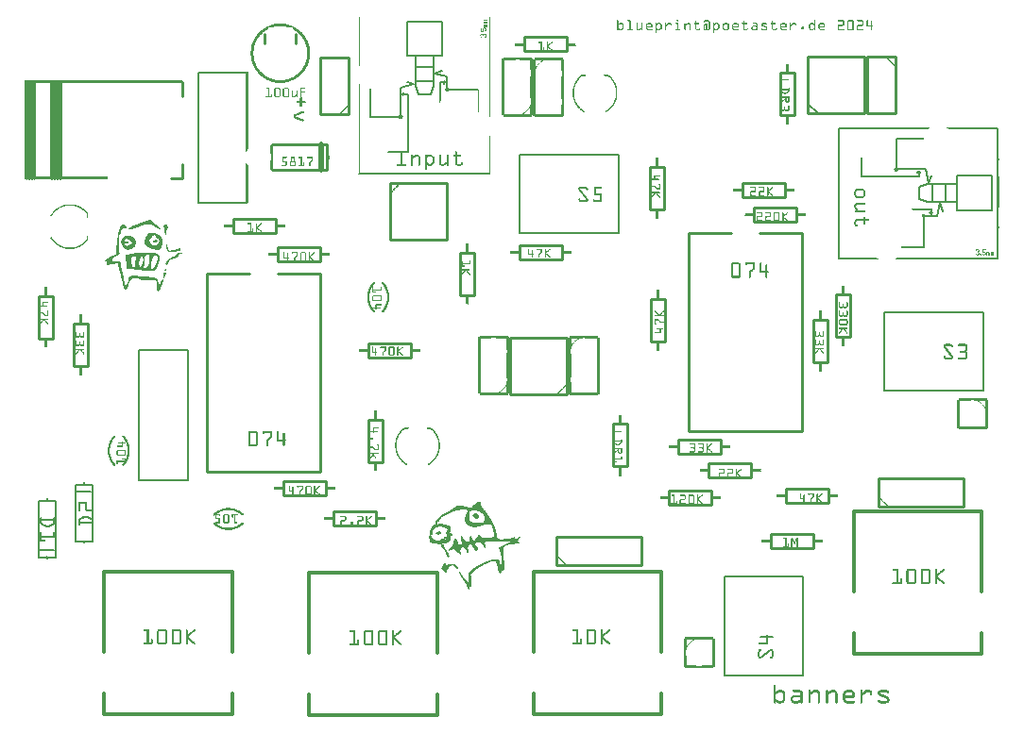
<source format=gto>
G04 MADE WITH FRITZING*
G04 WWW.FRITZING.ORG*
G04 DOUBLE SIDED*
G04 HOLES PLATED*
G04 CONTOUR ON CENTER OF CONTOUR VECTOR*
%ASAXBY*%
%FSLAX23Y23*%
%MOIN*%
%OFA0B0*%
%SFA1.0B1.0*%
%ADD10C,0.008000*%
%ADD11C,0.010000*%
%ADD12C,0.020000*%
%ADD13C,0.005000*%
%ADD14C,0.006000*%
%ADD15C,0.002990*%
%ADD16C,0.012500*%
%ADD17R,0.001000X0.001000*%
%LNSILK1*%
G90*
G70*
G54D10*
X2098Y1770D02*
X2098Y2045D01*
D02*
X2098Y2045D02*
X1748Y2045D01*
D02*
X1748Y2045D02*
X1748Y1770D01*
D02*
X2098Y1769D02*
X1748Y1769D01*
D02*
X2472Y207D02*
X2747Y207D01*
D02*
X2747Y207D02*
X2747Y557D01*
D02*
X2747Y557D02*
X2472Y557D01*
D02*
X2471Y207D02*
X2471Y557D01*
D02*
X3386Y1214D02*
X3386Y1489D01*
D02*
X3386Y1489D02*
X3036Y1489D01*
D02*
X3036Y1489D02*
X3036Y1214D01*
D02*
X3386Y1213D02*
X3036Y1213D01*
D02*
X181Y680D02*
X181Y880D01*
D02*
X181Y880D02*
X211Y880D01*
D02*
X211Y880D02*
X241Y880D01*
D02*
X241Y880D02*
X241Y680D01*
D02*
X241Y680D02*
X211Y680D01*
D02*
X211Y680D02*
X181Y680D01*
D02*
X186Y855D02*
X236Y855D01*
D02*
X110Y824D02*
X110Y624D01*
D02*
X110Y624D02*
X80Y624D01*
D02*
X80Y624D02*
X50Y624D01*
D02*
X50Y624D02*
X50Y824D01*
D02*
X50Y824D02*
X80Y824D01*
D02*
X80Y824D02*
X110Y824D01*
D02*
X105Y649D02*
X55Y649D01*
G54D11*
D02*
X1068Y1992D02*
X873Y1992D01*
D02*
X873Y2082D02*
X1068Y2082D01*
D02*
X1068Y2082D02*
X1068Y1992D01*
G54D12*
D02*
X1048Y2082D02*
X1048Y1992D01*
G54D11*
D02*
X2345Y1771D02*
X2345Y1071D01*
D02*
X2345Y1071D02*
X2745Y1071D01*
D02*
X2745Y1071D02*
X2745Y1771D01*
D02*
X2345Y1771D02*
X2495Y1771D01*
D02*
X2595Y1771D02*
X2745Y1771D01*
D02*
X646Y1626D02*
X646Y926D01*
D02*
X646Y926D02*
X1046Y926D01*
D02*
X1046Y926D02*
X1046Y1626D01*
D02*
X646Y1626D02*
X796Y1626D01*
D02*
X896Y1626D02*
X1046Y1626D01*
D02*
X558Y2304D02*
X558Y2254D01*
D02*
X518Y1964D02*
X558Y1964D01*
D02*
X558Y1964D02*
X558Y2014D01*
D02*
X8Y1964D02*
X8Y2304D01*
D02*
X13Y1964D02*
X13Y2304D01*
D02*
X18Y1964D02*
X18Y2304D01*
D02*
X23Y1964D02*
X23Y2304D01*
D02*
X28Y1964D02*
X28Y2304D01*
D02*
X33Y1964D02*
X33Y2304D01*
D02*
X128Y1964D02*
X128Y2304D01*
D02*
X123Y1964D02*
X123Y2304D01*
D02*
X118Y1964D02*
X118Y2304D01*
D02*
X113Y1964D02*
X113Y2304D01*
D02*
X108Y1964D02*
X108Y2304D01*
D02*
X103Y1964D02*
X103Y2304D01*
D02*
X98Y1964D02*
X98Y2304D01*
D02*
X93Y1964D02*
X93Y2304D01*
D02*
X1145Y2189D02*
X1145Y2389D01*
D02*
X1145Y2389D02*
X1045Y2389D01*
D02*
X1045Y2389D02*
X1045Y2189D01*
D02*
X1045Y2189D02*
X1145Y2189D01*
D02*
X2718Y2336D02*
X2718Y2186D01*
D02*
X2718Y2186D02*
X2668Y2186D01*
D02*
X2668Y2186D02*
X2668Y2336D01*
D02*
X2668Y2336D02*
X2718Y2336D01*
D02*
X2766Y2192D02*
X2966Y2192D01*
D02*
X2966Y2192D02*
X2966Y2392D01*
D02*
X2966Y2392D02*
X2766Y2392D01*
D02*
X2766Y2392D02*
X2766Y2192D01*
G54D13*
D02*
X2801Y2192D02*
X2766Y2227D01*
G54D11*
D02*
X3075Y2393D02*
X2975Y2393D01*
D02*
X2975Y2393D02*
X2975Y2193D01*
D02*
X2975Y2193D02*
X3075Y2193D01*
D02*
X3075Y2193D02*
X3075Y2393D01*
D02*
X2128Y1095D02*
X2128Y945D01*
D02*
X2128Y945D02*
X2078Y945D01*
D02*
X2078Y945D02*
X2078Y1095D01*
D02*
X2078Y1095D02*
X2128Y1095D01*
D02*
X1916Y1201D02*
X1916Y1401D01*
D02*
X1916Y1401D02*
X1716Y1401D01*
D02*
X1716Y1401D02*
X1716Y1201D01*
D02*
X1716Y1201D02*
X1916Y1201D01*
D02*
X1291Y1946D02*
X1291Y1746D01*
D02*
X1291Y1746D02*
X1491Y1746D01*
D02*
X1491Y1746D02*
X1491Y1946D01*
D02*
X1491Y1946D02*
X1291Y1946D01*
D02*
X3013Y804D02*
X3313Y804D01*
D02*
X3313Y804D02*
X3313Y904D01*
D02*
X3313Y904D02*
X3013Y904D01*
D02*
X3013Y904D02*
X3013Y804D01*
D02*
X1877Y597D02*
X2177Y597D01*
D02*
X2177Y597D02*
X2177Y697D01*
D02*
X2177Y697D02*
X1877Y697D01*
D02*
X1877Y697D02*
X1877Y597D01*
G54D14*
D02*
X3436Y2141D02*
X3436Y1681D01*
D02*
X2876Y1681D02*
X2876Y2141D01*
D02*
X3414Y1972D02*
X3414Y1850D01*
D02*
X3292Y1972D02*
X3414Y1972D01*
D02*
X3292Y1972D02*
X3292Y1850D01*
D02*
X3292Y1850D02*
X3414Y1850D01*
D02*
X3252Y1942D02*
X3252Y1880D01*
D02*
X3205Y1942D02*
X3205Y1880D01*
D02*
X3292Y1880D02*
X3187Y1880D01*
D02*
X3292Y1942D02*
X3187Y1942D01*
D02*
X3187Y1942D02*
X3157Y1932D01*
D02*
X3187Y1880D02*
X3157Y1890D01*
D02*
X3157Y1890D02*
X3157Y1932D01*
D02*
X2953Y2038D02*
X2953Y1970D01*
D02*
X2953Y1970D02*
X3157Y1970D01*
D02*
X3192Y1947D02*
X3201Y1973D01*
D02*
X3157Y1989D02*
X3152Y1984D01*
D02*
X3157Y1989D02*
X3162Y1984D01*
D02*
X3077Y2103D02*
X3077Y1995D01*
D02*
X3077Y1995D02*
X3180Y1995D01*
D02*
X3180Y1995D02*
X3192Y1947D01*
D02*
X3157Y1970D02*
X3157Y1989D01*
D02*
X3173Y1721D02*
X3173Y1831D01*
D02*
X3173Y1831D02*
X3221Y1831D01*
D02*
X3221Y1831D02*
X3231Y1875D01*
D02*
X3231Y1875D02*
X3240Y1848D01*
D02*
X3200Y1855D02*
X3200Y1837D01*
D02*
X3200Y1837D02*
X3205Y1842D01*
D02*
X3200Y1837D02*
X3195Y1842D01*
G54D15*
D02*
X3391Y1713D02*
X3381Y1713D01*
D02*
X3381Y1713D02*
X3381Y1704D01*
D02*
X3419Y1701D02*
X3419Y1693D01*
D02*
X3396Y1693D02*
X3396Y1703D01*
D02*
X3400Y1701D02*
X3400Y1693D01*
D02*
X3404Y1701D02*
X3404Y1693D01*
D02*
X3411Y1693D02*
X3411Y1703D01*
D02*
X3415Y1701D02*
X3415Y1693D01*
D02*
X3381Y1704D02*
X3387Y1704D01*
D02*
X3391Y1700D02*
X3391Y1698D01*
G54D11*
D02*
X1241Y736D02*
X1091Y736D01*
D02*
X1091Y736D02*
X1091Y786D01*
D02*
X1091Y786D02*
X1241Y786D01*
D02*
X1241Y786D02*
X1241Y736D01*
D02*
X1064Y844D02*
X914Y844D01*
D02*
X914Y844D02*
X914Y894D01*
D02*
X914Y894D02*
X1064Y894D01*
D02*
X1064Y894D02*
X1064Y844D01*
D02*
X1044Y1669D02*
X894Y1669D01*
D02*
X894Y1669D02*
X894Y1719D01*
D02*
X894Y1719D02*
X1044Y1719D01*
D02*
X1044Y1719D02*
X1044Y1669D01*
D02*
X1364Y1331D02*
X1214Y1331D01*
D02*
X1214Y1331D02*
X1214Y1381D01*
D02*
X1214Y1381D02*
X1364Y1381D01*
D02*
X1364Y1381D02*
X1364Y1331D01*
D02*
X175Y1300D02*
X175Y1450D01*
D02*
X175Y1450D02*
X225Y1450D01*
D02*
X225Y1450D02*
X225Y1300D01*
D02*
X225Y1300D02*
X175Y1300D01*
D02*
X1214Y961D02*
X1214Y1111D01*
D02*
X1214Y1111D02*
X1264Y1111D01*
D02*
X1264Y1111D02*
X1264Y961D01*
D02*
X1264Y961D02*
X1214Y961D01*
D02*
X100Y1548D02*
X100Y1398D01*
D02*
X100Y1398D02*
X50Y1398D01*
D02*
X50Y1398D02*
X50Y1548D01*
D02*
X50Y1548D02*
X100Y1548D01*
D02*
X888Y1771D02*
X738Y1771D01*
D02*
X738Y1771D02*
X738Y1821D01*
D02*
X738Y1821D02*
X888Y1821D01*
D02*
X888Y1821D02*
X888Y1771D01*
D02*
X1914Y2412D02*
X1764Y2412D01*
D02*
X1764Y2412D02*
X1764Y2462D01*
D02*
X1764Y2462D02*
X1914Y2462D01*
D02*
X1914Y2462D02*
X1914Y2412D01*
D02*
X2426Y809D02*
X2276Y809D01*
D02*
X2276Y809D02*
X2276Y859D01*
D02*
X2276Y859D02*
X2426Y859D01*
D02*
X2426Y859D02*
X2426Y809D01*
D02*
X2416Y956D02*
X2566Y956D01*
D02*
X2566Y956D02*
X2566Y906D01*
D02*
X2566Y906D02*
X2416Y906D01*
D02*
X2416Y906D02*
X2416Y956D01*
D02*
X2635Y707D02*
X2785Y707D01*
D02*
X2785Y707D02*
X2785Y657D01*
D02*
X2785Y657D02*
X2635Y657D01*
D02*
X2635Y657D02*
X2635Y707D01*
D02*
X2307Y1040D02*
X2457Y1040D01*
D02*
X2457Y1040D02*
X2457Y990D01*
D02*
X2457Y990D02*
X2307Y990D01*
D02*
X2307Y990D02*
X2307Y1040D01*
D02*
X2865Y1402D02*
X2865Y1552D01*
D02*
X2865Y1552D02*
X2915Y1552D01*
D02*
X2915Y1552D02*
X2915Y1402D01*
D02*
X2915Y1402D02*
X2865Y1402D01*
D02*
X2783Y1314D02*
X2783Y1464D01*
D02*
X2783Y1464D02*
X2833Y1464D01*
D02*
X2833Y1464D02*
X2833Y1314D01*
D02*
X2833Y1314D02*
X2783Y1314D01*
D02*
X1898Y1678D02*
X1748Y1678D01*
D02*
X1748Y1678D02*
X1748Y1728D01*
D02*
X1748Y1728D02*
X1898Y1728D01*
D02*
X1898Y1728D02*
X1898Y1678D01*
D02*
X2575Y1860D02*
X2725Y1860D01*
D02*
X2725Y1860D02*
X2725Y1810D01*
D02*
X2725Y1810D02*
X2575Y1810D01*
D02*
X2575Y1810D02*
X2575Y1860D01*
D02*
X2534Y1948D02*
X2684Y1948D01*
D02*
X2684Y1948D02*
X2684Y1898D01*
D02*
X2684Y1898D02*
X2534Y1898D01*
D02*
X2534Y1898D02*
X2534Y1948D01*
D02*
X2261Y1537D02*
X2261Y1387D01*
D02*
X2261Y1387D02*
X2211Y1387D01*
D02*
X2211Y1387D02*
X2211Y1537D01*
D02*
X2211Y1537D02*
X2261Y1537D01*
G54D10*
D02*
X578Y1355D02*
X406Y1355D01*
D02*
X406Y1355D02*
X406Y897D01*
D02*
X406Y897D02*
X578Y897D01*
D02*
X578Y897D02*
X578Y1355D01*
G54D11*
D02*
X2839Y816D02*
X2689Y816D01*
D02*
X2689Y816D02*
X2689Y866D01*
D02*
X2689Y866D02*
X2839Y866D01*
D02*
X2839Y866D02*
X2839Y816D01*
D02*
X2207Y1853D02*
X2207Y2003D01*
D02*
X2207Y2003D02*
X2257Y2003D01*
D02*
X2257Y2003D02*
X2257Y1853D01*
D02*
X2257Y1853D02*
X2207Y1853D01*
D02*
X1537Y1550D02*
X1537Y1700D01*
D02*
X1537Y1700D02*
X1587Y1700D01*
D02*
X1587Y1700D02*
X1587Y1550D01*
D02*
X1587Y1550D02*
X1537Y1550D01*
G54D10*
D02*
X614Y1878D02*
X786Y1878D01*
D02*
X786Y2336D02*
X614Y2336D01*
D02*
X614Y2336D02*
X614Y1878D01*
G54D14*
D02*
X1642Y1979D02*
X1182Y1979D01*
D02*
X1351Y2517D02*
X1473Y2517D01*
D02*
X1351Y2395D02*
X1351Y2517D01*
D02*
X1351Y2395D02*
X1473Y2395D01*
D02*
X1473Y2395D02*
X1473Y2517D01*
D02*
X1381Y2355D02*
X1443Y2355D01*
D02*
X1381Y2308D02*
X1443Y2308D01*
D02*
X1443Y2395D02*
X1443Y2290D01*
D02*
X1381Y2395D02*
X1381Y2290D01*
D02*
X1381Y2290D02*
X1391Y2260D01*
D02*
X1443Y2290D02*
X1433Y2260D01*
D02*
X1433Y2260D02*
X1391Y2260D01*
D02*
X1285Y2056D02*
X1353Y2056D01*
D02*
X1353Y2056D02*
X1353Y2260D01*
D02*
X1376Y2295D02*
X1350Y2304D01*
D02*
X1334Y2260D02*
X1339Y2255D01*
D02*
X1334Y2260D02*
X1339Y2265D01*
D02*
X1220Y2180D02*
X1328Y2180D01*
D02*
X1328Y2180D02*
X1328Y2283D01*
D02*
X1328Y2283D02*
X1376Y2295D01*
D02*
X1353Y2260D02*
X1334Y2260D01*
D02*
X1602Y2276D02*
X1492Y2276D01*
D02*
X1492Y2276D02*
X1492Y2324D01*
D02*
X1492Y2324D02*
X1448Y2334D01*
D02*
X1448Y2334D02*
X1475Y2343D01*
D02*
X1468Y2303D02*
X1486Y2303D01*
D02*
X1486Y2303D02*
X1481Y2308D01*
D02*
X1486Y2303D02*
X1481Y2298D01*
G54D15*
D02*
X1610Y2494D02*
X1610Y2484D01*
D02*
X1610Y2484D02*
X1619Y2484D01*
D02*
X1622Y2522D02*
X1630Y2522D01*
D02*
X1630Y2499D02*
X1620Y2499D01*
D02*
X1622Y2503D02*
X1630Y2503D01*
D02*
X1622Y2507D02*
X1630Y2507D01*
D02*
X1630Y2514D02*
X1620Y2514D01*
D02*
X1622Y2518D02*
X1630Y2518D01*
D02*
X1619Y2484D02*
X1619Y2490D01*
D02*
X1623Y2494D02*
X1625Y2494D01*
G54D16*
X3379Y356D02*
X3379Y284D01*
X2927Y284D01*
X2927Y356D01*
D02*
X2927Y504D02*
X2927Y787D01*
X3379Y787D01*
X3379Y504D01*
D02*
X2249Y143D02*
X2249Y71D01*
X1797Y71D01*
X1797Y143D01*
D02*
X1797Y291D02*
X1797Y573D01*
X2249Y573D01*
X2249Y291D01*
D02*
X1458Y141D02*
X1458Y68D01*
X1006Y68D01*
X1006Y141D01*
D02*
X1006Y288D02*
X1006Y571D01*
X1458Y571D01*
X1458Y288D01*
D02*
X735Y143D02*
X735Y71D01*
X282Y71D01*
X282Y143D01*
D02*
X282Y291D02*
X282Y573D01*
X735Y573D01*
X735Y291D01*
D02*
G54D17*
X1180Y2532D02*
X1185Y2532D01*
X1640Y2532D02*
X1645Y2532D01*
X1180Y2531D02*
X1185Y2531D01*
X1640Y2531D02*
X1645Y2531D01*
X1180Y2530D02*
X1185Y2530D01*
X1640Y2530D02*
X1645Y2530D01*
X1180Y2529D02*
X1185Y2529D01*
X1640Y2529D02*
X1645Y2529D01*
X1180Y2528D02*
X1185Y2528D01*
X1640Y2528D02*
X1645Y2528D01*
X1180Y2527D02*
X1185Y2527D01*
X1640Y2527D02*
X1645Y2527D01*
X1180Y2526D02*
X1185Y2526D01*
X1640Y2526D02*
X1645Y2526D01*
X1180Y2525D02*
X1185Y2525D01*
X1640Y2525D02*
X1645Y2525D01*
X1180Y2524D02*
X1185Y2524D01*
X1640Y2524D02*
X1645Y2524D01*
X2303Y2524D02*
X2307Y2524D01*
X1180Y2523D02*
X1185Y2523D01*
X1621Y2523D02*
X1622Y2523D01*
X1640Y2523D02*
X1645Y2523D01*
X2302Y2523D02*
X2308Y2523D01*
X1180Y2522D02*
X1185Y2522D01*
X1620Y2522D02*
X1622Y2522D01*
X1640Y2522D02*
X1645Y2522D01*
X2093Y2522D02*
X2095Y2522D01*
X2129Y2522D02*
X2138Y2522D01*
X2302Y2522D02*
X2308Y2522D01*
X2402Y2522D02*
X2414Y2522D01*
X2789Y2522D02*
X2791Y2522D01*
X2872Y2522D02*
X2890Y2522D01*
X2907Y2522D02*
X2924Y2522D01*
X2939Y2522D02*
X2958Y2522D01*
X2974Y2522D02*
X2976Y2522D01*
X1180Y2521D02*
X1185Y2521D01*
X1620Y2521D02*
X1622Y2521D01*
X1640Y2521D02*
X1645Y2521D01*
X2092Y2521D02*
X2096Y2521D01*
X2129Y2521D02*
X2139Y2521D01*
X2302Y2521D02*
X2308Y2521D01*
X2400Y2521D02*
X2416Y2521D01*
X2788Y2521D02*
X2791Y2521D01*
X2871Y2521D02*
X2892Y2521D01*
X2906Y2521D02*
X2926Y2521D01*
X2939Y2521D02*
X2959Y2521D01*
X2973Y2521D02*
X2977Y2521D01*
X1180Y2520D02*
X1185Y2520D01*
X1620Y2520D02*
X1621Y2520D01*
X1640Y2520D02*
X1645Y2520D01*
X2092Y2520D02*
X2096Y2520D01*
X2128Y2520D02*
X2139Y2520D01*
X2302Y2520D02*
X2308Y2520D01*
X2368Y2520D02*
X2370Y2520D01*
X2399Y2520D02*
X2417Y2520D01*
X2538Y2520D02*
X2540Y2520D01*
X2639Y2520D02*
X2641Y2520D01*
X2788Y2520D02*
X2791Y2520D01*
X2871Y2520D02*
X2892Y2520D01*
X2905Y2520D02*
X2926Y2520D01*
X2939Y2520D02*
X2960Y2520D01*
X2973Y2520D02*
X2977Y2520D01*
X1180Y2519D02*
X1185Y2519D01*
X1620Y2519D02*
X1622Y2519D01*
X1640Y2519D02*
X1645Y2519D01*
X2092Y2519D02*
X2096Y2519D01*
X2129Y2519D02*
X2139Y2519D01*
X2303Y2519D02*
X2308Y2519D01*
X2368Y2519D02*
X2371Y2519D01*
X2398Y2519D02*
X2418Y2519D01*
X2537Y2519D02*
X2540Y2519D01*
X2639Y2519D02*
X2642Y2519D01*
X2788Y2519D02*
X2792Y2519D01*
X2871Y2519D02*
X2893Y2519D01*
X2905Y2519D02*
X2927Y2519D01*
X2939Y2519D02*
X2961Y2519D01*
X2973Y2519D02*
X2977Y2519D01*
X1180Y2518D02*
X1185Y2518D01*
X1620Y2518D02*
X1622Y2518D01*
X1640Y2518D02*
X1645Y2518D01*
X2092Y2518D02*
X2096Y2518D01*
X2130Y2518D02*
X2139Y2518D01*
X2304Y2518D02*
X2307Y2518D01*
X2368Y2518D02*
X2371Y2518D01*
X2397Y2518D02*
X2418Y2518D01*
X2537Y2518D02*
X2541Y2518D01*
X2638Y2518D02*
X2642Y2518D01*
X2788Y2518D02*
X2792Y2518D01*
X2873Y2518D02*
X2893Y2518D01*
X2905Y2518D02*
X2927Y2518D01*
X2940Y2518D02*
X2961Y2518D01*
X2973Y2518D02*
X2977Y2518D01*
X2988Y2518D02*
X2990Y2518D01*
X1180Y2517D02*
X1185Y2517D01*
X1620Y2517D02*
X1622Y2517D01*
X1640Y2517D02*
X1645Y2517D01*
X2092Y2517D02*
X2096Y2517D01*
X2135Y2517D02*
X2139Y2517D01*
X2368Y2517D02*
X2371Y2517D01*
X2397Y2517D02*
X2402Y2517D01*
X2414Y2517D02*
X2419Y2517D01*
X2537Y2517D02*
X2541Y2517D01*
X2638Y2517D02*
X2642Y2517D01*
X2788Y2517D02*
X2792Y2517D01*
X2889Y2517D02*
X2893Y2517D01*
X2905Y2517D02*
X2908Y2517D01*
X2923Y2517D02*
X2927Y2517D01*
X2957Y2517D02*
X2961Y2517D01*
X2973Y2517D02*
X2977Y2517D01*
X2987Y2517D02*
X2991Y2517D01*
X1180Y2516D02*
X1185Y2516D01*
X1620Y2516D02*
X1621Y2516D01*
X1640Y2516D02*
X1645Y2516D01*
X2092Y2516D02*
X2096Y2516D01*
X2135Y2516D02*
X2139Y2516D01*
X2368Y2516D02*
X2371Y2516D01*
X2397Y2516D02*
X2401Y2516D01*
X2415Y2516D02*
X2419Y2516D01*
X2537Y2516D02*
X2541Y2516D01*
X2638Y2516D02*
X2642Y2516D01*
X2788Y2516D02*
X2792Y2516D01*
X2889Y2516D02*
X2893Y2516D01*
X2905Y2516D02*
X2908Y2516D01*
X2923Y2516D02*
X2927Y2516D01*
X2957Y2516D02*
X2961Y2516D01*
X2973Y2516D02*
X2977Y2516D01*
X2987Y2516D02*
X2991Y2516D01*
X1180Y2515D02*
X1185Y2515D01*
X1620Y2515D02*
X1622Y2515D01*
X1640Y2515D02*
X1645Y2515D01*
X2092Y2515D02*
X2096Y2515D01*
X2135Y2515D02*
X2139Y2515D01*
X2368Y2515D02*
X2371Y2515D01*
X2397Y2515D02*
X2400Y2515D01*
X2415Y2515D02*
X2419Y2515D01*
X2537Y2515D02*
X2541Y2515D01*
X2638Y2515D02*
X2642Y2515D01*
X2788Y2515D02*
X2792Y2515D01*
X2889Y2515D02*
X2893Y2515D01*
X2905Y2515D02*
X2908Y2515D01*
X2923Y2515D02*
X2927Y2515D01*
X2957Y2515D02*
X2961Y2515D01*
X2973Y2515D02*
X2977Y2515D01*
X2987Y2515D02*
X2991Y2515D01*
X1180Y2514D02*
X1185Y2514D01*
X1620Y2514D02*
X1622Y2514D01*
X1640Y2514D02*
X1645Y2514D01*
X2092Y2514D02*
X2096Y2514D01*
X2135Y2514D02*
X2139Y2514D01*
X2368Y2514D02*
X2371Y2514D01*
X2399Y2514D02*
X2399Y2514D01*
X2415Y2514D02*
X2419Y2514D01*
X2537Y2514D02*
X2541Y2514D01*
X2638Y2514D02*
X2642Y2514D01*
X2788Y2514D02*
X2792Y2514D01*
X2889Y2514D02*
X2893Y2514D01*
X2905Y2514D02*
X2908Y2514D01*
X2923Y2514D02*
X2927Y2514D01*
X2957Y2514D02*
X2961Y2514D01*
X2973Y2514D02*
X2977Y2514D01*
X2987Y2514D02*
X2991Y2514D01*
X1180Y2513D02*
X1185Y2513D01*
X1621Y2513D02*
X1622Y2513D01*
X1640Y2513D02*
X1645Y2513D01*
X2092Y2513D02*
X2096Y2513D01*
X2135Y2513D02*
X2139Y2513D01*
X2228Y2513D02*
X2230Y2513D01*
X2236Y2513D02*
X2242Y2513D01*
X2367Y2513D02*
X2371Y2513D01*
X2415Y2513D02*
X2419Y2513D01*
X2431Y2513D02*
X2434Y2513D01*
X2439Y2513D02*
X2445Y2513D01*
X2537Y2513D02*
X2541Y2513D01*
X2638Y2513D02*
X2642Y2513D01*
X2788Y2513D02*
X2792Y2513D01*
X2889Y2513D02*
X2893Y2513D01*
X2905Y2513D02*
X2908Y2513D01*
X2923Y2513D02*
X2927Y2513D01*
X2957Y2513D02*
X2961Y2513D01*
X2973Y2513D02*
X2977Y2513D01*
X2987Y2513D02*
X2991Y2513D01*
X1180Y2512D02*
X1185Y2512D01*
X1640Y2512D02*
X1645Y2512D01*
X2092Y2512D02*
X2096Y2512D01*
X2100Y2512D02*
X2109Y2512D01*
X2135Y2512D02*
X2139Y2512D01*
X2161Y2512D02*
X2163Y2512D01*
X2179Y2512D02*
X2181Y2512D01*
X2200Y2512D02*
X2210Y2512D01*
X2228Y2512D02*
X2231Y2512D01*
X2234Y2512D02*
X2243Y2512D01*
X2262Y2512D02*
X2264Y2512D01*
X2271Y2512D02*
X2280Y2512D01*
X2298Y2512D02*
X2307Y2512D01*
X2330Y2512D02*
X2332Y2512D01*
X2340Y2512D02*
X2347Y2512D01*
X2364Y2512D02*
X2381Y2512D01*
X2415Y2512D02*
X2419Y2512D01*
X2431Y2512D02*
X2434Y2512D01*
X2437Y2512D02*
X2446Y2512D01*
X2470Y2512D02*
X2481Y2512D01*
X2504Y2512D02*
X2515Y2512D01*
X2533Y2512D02*
X2550Y2512D01*
X2570Y2512D02*
X2584Y2512D01*
X2604Y2512D02*
X2618Y2512D01*
X2635Y2512D02*
X2652Y2512D01*
X2674Y2512D02*
X2684Y2512D01*
X2702Y2512D02*
X2704Y2512D01*
X2711Y2512D02*
X2720Y2512D01*
X2775Y2512D02*
X2783Y2512D01*
X2788Y2512D02*
X2792Y2512D01*
X2809Y2512D02*
X2819Y2512D01*
X2889Y2512D02*
X2893Y2512D01*
X2905Y2512D02*
X2908Y2512D01*
X2923Y2512D02*
X2927Y2512D01*
X2957Y2512D02*
X2961Y2512D01*
X2973Y2512D02*
X2977Y2512D01*
X2987Y2512D02*
X2991Y2512D01*
X1180Y2511D02*
X1185Y2511D01*
X1640Y2511D02*
X1645Y2511D01*
X2092Y2511D02*
X2096Y2511D01*
X2099Y2511D02*
X2110Y2511D01*
X2135Y2511D02*
X2139Y2511D01*
X2160Y2511D02*
X2164Y2511D01*
X2178Y2511D02*
X2182Y2511D01*
X2198Y2511D02*
X2212Y2511D01*
X2228Y2511D02*
X2231Y2511D01*
X2233Y2511D02*
X2244Y2511D01*
X2262Y2511D02*
X2265Y2511D01*
X2270Y2511D02*
X2282Y2511D01*
X2298Y2511D02*
X2308Y2511D01*
X2330Y2511D02*
X2333Y2511D01*
X2338Y2511D02*
X2349Y2511D01*
X2363Y2511D02*
X2381Y2511D01*
X2415Y2511D02*
X2419Y2511D01*
X2431Y2511D02*
X2434Y2511D01*
X2436Y2511D02*
X2448Y2511D01*
X2469Y2511D02*
X2483Y2511D01*
X2503Y2511D02*
X2517Y2511D01*
X2532Y2511D02*
X2551Y2511D01*
X2570Y2511D02*
X2586Y2511D01*
X2602Y2511D02*
X2620Y2511D01*
X2634Y2511D02*
X2652Y2511D01*
X2672Y2511D02*
X2686Y2511D01*
X2702Y2511D02*
X2705Y2511D01*
X2710Y2511D02*
X2722Y2511D01*
X2773Y2511D02*
X2785Y2511D01*
X2788Y2511D02*
X2792Y2511D01*
X2807Y2511D02*
X2821Y2511D01*
X2889Y2511D02*
X2893Y2511D01*
X2905Y2511D02*
X2908Y2511D01*
X2923Y2511D02*
X2927Y2511D01*
X2957Y2511D02*
X2961Y2511D01*
X2973Y2511D02*
X2977Y2511D01*
X2987Y2511D02*
X2991Y2511D01*
X898Y2510D02*
X909Y2510D01*
X1180Y2510D02*
X1185Y2510D01*
X1640Y2510D02*
X1645Y2510D01*
X2092Y2510D02*
X2112Y2510D01*
X2135Y2510D02*
X2139Y2510D01*
X2160Y2510D02*
X2164Y2510D01*
X2178Y2510D02*
X2182Y2510D01*
X2197Y2510D02*
X2213Y2510D01*
X2228Y2510D02*
X2246Y2510D01*
X2261Y2510D02*
X2265Y2510D01*
X2269Y2510D02*
X2283Y2510D01*
X2298Y2510D02*
X2308Y2510D01*
X2329Y2510D02*
X2333Y2510D01*
X2336Y2510D02*
X2350Y2510D01*
X2363Y2510D02*
X2381Y2510D01*
X2415Y2510D02*
X2419Y2510D01*
X2431Y2510D02*
X2449Y2510D01*
X2467Y2510D02*
X2484Y2510D01*
X2501Y2510D02*
X2518Y2510D01*
X2532Y2510D02*
X2551Y2510D01*
X2569Y2510D02*
X2587Y2510D01*
X2602Y2510D02*
X2621Y2510D01*
X2634Y2510D02*
X2652Y2510D01*
X2671Y2510D02*
X2687Y2510D01*
X2701Y2510D02*
X2705Y2510D01*
X2709Y2510D02*
X2723Y2510D01*
X2772Y2510D02*
X2786Y2510D01*
X2788Y2510D02*
X2792Y2510D01*
X2806Y2510D02*
X2822Y2510D01*
X2889Y2510D02*
X2893Y2510D01*
X2905Y2510D02*
X2908Y2510D01*
X2923Y2510D02*
X2927Y2510D01*
X2957Y2510D02*
X2961Y2510D01*
X2973Y2510D02*
X2977Y2510D01*
X2987Y2510D02*
X2991Y2510D01*
X888Y2509D02*
X919Y2509D01*
X1180Y2509D02*
X1185Y2509D01*
X1640Y2509D02*
X1645Y2509D01*
X2092Y2509D02*
X2113Y2509D01*
X2135Y2509D02*
X2139Y2509D01*
X2160Y2509D02*
X2164Y2509D01*
X2178Y2509D02*
X2182Y2509D01*
X2196Y2509D02*
X2214Y2509D01*
X2228Y2509D02*
X2247Y2509D01*
X2261Y2509D02*
X2265Y2509D01*
X2268Y2509D02*
X2283Y2509D01*
X2298Y2509D02*
X2308Y2509D01*
X2329Y2509D02*
X2350Y2509D01*
X2363Y2509D02*
X2381Y2509D01*
X2415Y2509D02*
X2419Y2509D01*
X2431Y2509D02*
X2450Y2509D01*
X2467Y2509D02*
X2485Y2509D01*
X2500Y2509D02*
X2519Y2509D01*
X2533Y2509D02*
X2550Y2509D01*
X2570Y2509D02*
X2587Y2509D01*
X2601Y2509D02*
X2622Y2509D01*
X2634Y2509D02*
X2652Y2509D01*
X2670Y2509D02*
X2688Y2509D01*
X2701Y2509D02*
X2705Y2509D01*
X2708Y2509D02*
X2723Y2509D01*
X2771Y2509D02*
X2792Y2509D01*
X2805Y2509D02*
X2823Y2509D01*
X2889Y2509D02*
X2893Y2509D01*
X2905Y2509D02*
X2908Y2509D01*
X2923Y2509D02*
X2927Y2509D01*
X2957Y2509D02*
X2961Y2509D01*
X2973Y2509D02*
X2977Y2509D01*
X2987Y2509D02*
X2991Y2509D01*
X883Y2508D02*
X924Y2508D01*
X1180Y2508D02*
X1185Y2508D01*
X1621Y2508D02*
X1622Y2508D01*
X1640Y2508D02*
X1645Y2508D01*
X2092Y2508D02*
X2113Y2508D01*
X2135Y2508D02*
X2139Y2508D01*
X2160Y2508D02*
X2164Y2508D01*
X2178Y2508D02*
X2182Y2508D01*
X2195Y2508D02*
X2215Y2508D01*
X2228Y2508D02*
X2236Y2508D01*
X2242Y2508D02*
X2248Y2508D01*
X2261Y2508D02*
X2265Y2508D01*
X2267Y2508D02*
X2284Y2508D01*
X2300Y2508D02*
X2308Y2508D01*
X2329Y2508D02*
X2351Y2508D01*
X2365Y2508D02*
X2379Y2508D01*
X2401Y2508D02*
X2409Y2508D01*
X2415Y2508D02*
X2419Y2508D01*
X2431Y2508D02*
X2439Y2508D01*
X2445Y2508D02*
X2451Y2508D01*
X2466Y2508D02*
X2486Y2508D01*
X2500Y2508D02*
X2519Y2508D01*
X2534Y2508D02*
X2549Y2508D01*
X2582Y2508D02*
X2588Y2508D01*
X2601Y2508D02*
X2622Y2508D01*
X2636Y2508D02*
X2650Y2508D01*
X2669Y2508D02*
X2689Y2508D01*
X2701Y2508D02*
X2705Y2508D01*
X2707Y2508D02*
X2724Y2508D01*
X2770Y2508D02*
X2792Y2508D01*
X2804Y2508D02*
X2824Y2508D01*
X2889Y2508D02*
X2893Y2508D01*
X2905Y2508D02*
X2908Y2508D01*
X2923Y2508D02*
X2927Y2508D01*
X2957Y2508D02*
X2961Y2508D01*
X2973Y2508D02*
X2977Y2508D01*
X2987Y2508D02*
X2991Y2508D01*
X879Y2507D02*
X929Y2507D01*
X1180Y2507D02*
X1185Y2507D01*
X1620Y2507D02*
X1622Y2507D01*
X1640Y2507D02*
X1645Y2507D01*
X2092Y2507D02*
X2100Y2507D01*
X2109Y2507D02*
X2114Y2507D01*
X2135Y2507D02*
X2139Y2507D01*
X2160Y2507D02*
X2164Y2507D01*
X2178Y2507D02*
X2182Y2507D01*
X2194Y2507D02*
X2199Y2507D01*
X2210Y2507D02*
X2215Y2507D01*
X2228Y2507D02*
X2235Y2507D01*
X2243Y2507D02*
X2249Y2507D01*
X2261Y2507D02*
X2272Y2507D01*
X2280Y2507D02*
X2284Y2507D01*
X2305Y2507D02*
X2308Y2507D01*
X2329Y2507D02*
X2339Y2507D01*
X2347Y2507D02*
X2351Y2507D01*
X2368Y2507D02*
X2371Y2507D01*
X2399Y2507D02*
X2410Y2507D01*
X2415Y2507D02*
X2419Y2507D01*
X2431Y2507D02*
X2438Y2507D01*
X2446Y2507D02*
X2452Y2507D01*
X2465Y2507D02*
X2470Y2507D01*
X2481Y2507D02*
X2486Y2507D01*
X2499Y2507D02*
X2504Y2507D01*
X2515Y2507D02*
X2520Y2507D01*
X2537Y2507D02*
X2541Y2507D01*
X2584Y2507D02*
X2588Y2507D01*
X2601Y2507D02*
X2604Y2507D01*
X2618Y2507D02*
X2621Y2507D01*
X2638Y2507D02*
X2642Y2507D01*
X2668Y2507D02*
X2673Y2507D01*
X2684Y2507D02*
X2689Y2507D01*
X2701Y2507D02*
X2712Y2507D01*
X2720Y2507D02*
X2724Y2507D01*
X2770Y2507D02*
X2775Y2507D01*
X2783Y2507D02*
X2792Y2507D01*
X2804Y2507D02*
X2809Y2507D01*
X2820Y2507D02*
X2825Y2507D01*
X2889Y2507D02*
X2893Y2507D01*
X2905Y2507D02*
X2908Y2507D01*
X2923Y2507D02*
X2927Y2507D01*
X2957Y2507D02*
X2961Y2507D01*
X2973Y2507D02*
X2977Y2507D01*
X2987Y2507D02*
X2991Y2507D01*
X875Y2506D02*
X932Y2506D01*
X1180Y2506D02*
X1185Y2506D01*
X1620Y2506D02*
X1622Y2506D01*
X1640Y2506D02*
X1645Y2506D01*
X2092Y2506D02*
X2099Y2506D01*
X2110Y2506D02*
X2114Y2506D01*
X2135Y2506D02*
X2139Y2506D01*
X2160Y2506D02*
X2164Y2506D01*
X2178Y2506D02*
X2182Y2506D01*
X2194Y2506D02*
X2198Y2506D01*
X2212Y2506D02*
X2216Y2506D01*
X2228Y2506D02*
X2234Y2506D01*
X2244Y2506D02*
X2249Y2506D01*
X2261Y2506D02*
X2271Y2506D01*
X2280Y2506D02*
X2284Y2506D01*
X2305Y2506D02*
X2308Y2506D01*
X2329Y2506D02*
X2338Y2506D01*
X2347Y2506D02*
X2351Y2506D01*
X2368Y2506D02*
X2371Y2506D01*
X2399Y2506D02*
X2410Y2506D01*
X2415Y2506D02*
X2419Y2506D01*
X2431Y2506D02*
X2437Y2506D01*
X2447Y2506D02*
X2452Y2506D01*
X2465Y2506D02*
X2469Y2506D01*
X2482Y2506D02*
X2487Y2506D01*
X2499Y2506D02*
X2503Y2506D01*
X2516Y2506D02*
X2520Y2506D01*
X2537Y2506D02*
X2541Y2506D01*
X2585Y2506D02*
X2588Y2506D01*
X2601Y2506D02*
X2604Y2506D01*
X2620Y2506D02*
X2620Y2506D01*
X2638Y2506D02*
X2642Y2506D01*
X2668Y2506D02*
X2672Y2506D01*
X2685Y2506D02*
X2690Y2506D01*
X2701Y2506D02*
X2711Y2506D01*
X2720Y2506D02*
X2724Y2506D01*
X2769Y2506D02*
X2774Y2506D01*
X2785Y2506D02*
X2792Y2506D01*
X2803Y2506D02*
X2808Y2506D01*
X2821Y2506D02*
X2825Y2506D01*
X2873Y2506D02*
X2893Y2506D01*
X2905Y2506D02*
X2908Y2506D01*
X2923Y2506D02*
X2927Y2506D01*
X2941Y2506D02*
X2961Y2506D01*
X2973Y2506D02*
X2977Y2506D01*
X2987Y2506D02*
X2991Y2506D01*
X872Y2505D02*
X935Y2505D01*
X1180Y2505D02*
X1185Y2505D01*
X1620Y2505D02*
X1621Y2505D01*
X1640Y2505D02*
X1645Y2505D01*
X2092Y2505D02*
X2098Y2505D01*
X2110Y2505D02*
X2114Y2505D01*
X2135Y2505D02*
X2139Y2505D01*
X2160Y2505D02*
X2164Y2505D01*
X2178Y2505D02*
X2182Y2505D01*
X2194Y2505D02*
X2198Y2505D01*
X2212Y2505D02*
X2216Y2505D01*
X2228Y2505D02*
X2233Y2505D01*
X2245Y2505D02*
X2250Y2505D01*
X2261Y2505D02*
X2269Y2505D01*
X2280Y2505D02*
X2284Y2505D01*
X2305Y2505D02*
X2308Y2505D01*
X2329Y2505D02*
X2336Y2505D01*
X2347Y2505D02*
X2351Y2505D01*
X2368Y2505D02*
X2371Y2505D01*
X2398Y2505D02*
X2410Y2505D01*
X2415Y2505D02*
X2419Y2505D01*
X2431Y2505D02*
X2436Y2505D01*
X2448Y2505D02*
X2453Y2505D01*
X2465Y2505D02*
X2469Y2505D01*
X2483Y2505D02*
X2487Y2505D01*
X2499Y2505D02*
X2502Y2505D01*
X2517Y2505D02*
X2521Y2505D01*
X2537Y2505D02*
X2541Y2505D01*
X2585Y2505D02*
X2588Y2505D01*
X2601Y2505D02*
X2606Y2505D01*
X2638Y2505D02*
X2642Y2505D01*
X2668Y2505D02*
X2672Y2505D01*
X2686Y2505D02*
X2690Y2505D01*
X2701Y2505D02*
X2710Y2505D01*
X2720Y2505D02*
X2724Y2505D01*
X2769Y2505D02*
X2773Y2505D01*
X2786Y2505D02*
X2792Y2505D01*
X2803Y2505D02*
X2807Y2505D01*
X2821Y2505D02*
X2825Y2505D01*
X2872Y2505D02*
X2893Y2505D01*
X2905Y2505D02*
X2908Y2505D01*
X2923Y2505D02*
X2927Y2505D01*
X2940Y2505D02*
X2960Y2505D01*
X2973Y2505D02*
X2977Y2505D01*
X2987Y2505D02*
X2991Y2505D01*
X869Y2504D02*
X938Y2504D01*
X1180Y2504D02*
X1185Y2504D01*
X1620Y2504D02*
X1622Y2504D01*
X1640Y2504D02*
X1645Y2504D01*
X2092Y2504D02*
X2097Y2504D01*
X2111Y2504D02*
X2114Y2504D01*
X2135Y2504D02*
X2139Y2504D01*
X2160Y2504D02*
X2164Y2504D01*
X2178Y2504D02*
X2182Y2504D01*
X2194Y2504D02*
X2197Y2504D01*
X2212Y2504D02*
X2216Y2504D01*
X2228Y2504D02*
X2232Y2504D01*
X2246Y2504D02*
X2250Y2504D01*
X2261Y2504D02*
X2268Y2504D01*
X2280Y2504D02*
X2284Y2504D01*
X2305Y2504D02*
X2308Y2504D01*
X2329Y2504D02*
X2335Y2504D01*
X2347Y2504D02*
X2351Y2504D01*
X2368Y2504D02*
X2371Y2504D01*
X2397Y2504D02*
X2410Y2504D01*
X2415Y2504D02*
X2419Y2504D01*
X2431Y2504D02*
X2435Y2504D01*
X2449Y2504D02*
X2453Y2504D01*
X2465Y2504D02*
X2468Y2504D01*
X2483Y2504D02*
X2487Y2504D01*
X2498Y2504D02*
X2502Y2504D01*
X2517Y2504D02*
X2521Y2504D01*
X2537Y2504D02*
X2541Y2504D01*
X2585Y2504D02*
X2588Y2504D01*
X2601Y2504D02*
X2608Y2504D01*
X2638Y2504D02*
X2642Y2504D01*
X2668Y2504D02*
X2671Y2504D01*
X2686Y2504D02*
X2690Y2504D01*
X2701Y2504D02*
X2708Y2504D01*
X2720Y2504D02*
X2724Y2504D01*
X2769Y2504D02*
X2773Y2504D01*
X2787Y2504D02*
X2792Y2504D01*
X2803Y2504D02*
X2807Y2504D01*
X2822Y2504D02*
X2825Y2504D01*
X2871Y2504D02*
X2892Y2504D01*
X2905Y2504D02*
X2908Y2504D01*
X2923Y2504D02*
X2927Y2504D01*
X2939Y2504D02*
X2960Y2504D01*
X2973Y2504D02*
X2977Y2504D01*
X2987Y2504D02*
X2991Y2504D01*
X866Y2503D02*
X941Y2503D01*
X1180Y2503D02*
X1185Y2503D01*
X1620Y2503D02*
X1622Y2503D01*
X1640Y2503D02*
X1645Y2503D01*
X2092Y2503D02*
X2096Y2503D01*
X2111Y2503D02*
X2115Y2503D01*
X2135Y2503D02*
X2139Y2503D01*
X2160Y2503D02*
X2164Y2503D01*
X2178Y2503D02*
X2182Y2503D01*
X2194Y2503D02*
X2197Y2503D01*
X2212Y2503D02*
X2216Y2503D01*
X2228Y2503D02*
X2231Y2503D01*
X2246Y2503D02*
X2250Y2503D01*
X2261Y2503D02*
X2267Y2503D01*
X2281Y2503D02*
X2283Y2503D01*
X2305Y2503D02*
X2308Y2503D01*
X2329Y2503D02*
X2333Y2503D01*
X2347Y2503D02*
X2351Y2503D01*
X2368Y2503D02*
X2371Y2503D01*
X2397Y2503D02*
X2401Y2503D01*
X2406Y2503D02*
X2410Y2503D01*
X2415Y2503D02*
X2419Y2503D01*
X2431Y2503D02*
X2435Y2503D01*
X2449Y2503D02*
X2453Y2503D01*
X2465Y2503D02*
X2468Y2503D01*
X2483Y2503D02*
X2487Y2503D01*
X2498Y2503D02*
X2502Y2503D01*
X2517Y2503D02*
X2521Y2503D01*
X2537Y2503D02*
X2541Y2503D01*
X2585Y2503D02*
X2588Y2503D01*
X2602Y2503D02*
X2611Y2503D01*
X2638Y2503D02*
X2642Y2503D01*
X2668Y2503D02*
X2671Y2503D01*
X2686Y2503D02*
X2690Y2503D01*
X2701Y2503D02*
X2707Y2503D01*
X2721Y2503D02*
X2723Y2503D01*
X2769Y2503D02*
X2773Y2503D01*
X2788Y2503D02*
X2792Y2503D01*
X2803Y2503D02*
X2807Y2503D01*
X2822Y2503D02*
X2825Y2503D01*
X2871Y2503D02*
X2891Y2503D01*
X2905Y2503D02*
X2908Y2503D01*
X2923Y2503D02*
X2927Y2503D01*
X2939Y2503D02*
X2959Y2503D01*
X2973Y2503D02*
X2977Y2503D01*
X2987Y2503D02*
X2991Y2503D01*
X864Y2502D02*
X944Y2502D01*
X1180Y2502D02*
X1185Y2502D01*
X1620Y2502D02*
X1622Y2502D01*
X1640Y2502D02*
X1645Y2502D01*
X2092Y2502D02*
X2096Y2502D01*
X2111Y2502D02*
X2115Y2502D01*
X2135Y2502D02*
X2139Y2502D01*
X2160Y2502D02*
X2164Y2502D01*
X2178Y2502D02*
X2182Y2502D01*
X2194Y2502D02*
X2198Y2502D01*
X2212Y2502D02*
X2216Y2502D01*
X2228Y2502D02*
X2231Y2502D01*
X2246Y2502D02*
X2250Y2502D01*
X2261Y2502D02*
X2266Y2502D01*
X2305Y2502D02*
X2308Y2502D01*
X2329Y2502D02*
X2333Y2502D01*
X2347Y2502D02*
X2351Y2502D01*
X2368Y2502D02*
X2371Y2502D01*
X2397Y2502D02*
X2401Y2502D01*
X2406Y2502D02*
X2410Y2502D01*
X2415Y2502D02*
X2419Y2502D01*
X2431Y2502D02*
X2434Y2502D01*
X2449Y2502D02*
X2453Y2502D01*
X2465Y2502D02*
X2468Y2502D01*
X2483Y2502D02*
X2487Y2502D01*
X2498Y2502D02*
X2502Y2502D01*
X2517Y2502D02*
X2521Y2502D01*
X2537Y2502D02*
X2541Y2502D01*
X2570Y2502D02*
X2588Y2502D01*
X2603Y2502D02*
X2613Y2502D01*
X2638Y2502D02*
X2642Y2502D01*
X2668Y2502D02*
X2672Y2502D01*
X2686Y2502D02*
X2690Y2502D01*
X2701Y2502D02*
X2706Y2502D01*
X2769Y2502D02*
X2773Y2502D01*
X2788Y2502D02*
X2792Y2502D01*
X2803Y2502D02*
X2807Y2502D01*
X2822Y2502D02*
X2825Y2502D01*
X2871Y2502D02*
X2888Y2502D01*
X2905Y2502D02*
X2908Y2502D01*
X2923Y2502D02*
X2927Y2502D01*
X2939Y2502D02*
X2956Y2502D01*
X2973Y2502D02*
X2993Y2502D01*
X861Y2501D02*
X946Y2501D01*
X1180Y2501D02*
X1185Y2501D01*
X1620Y2501D02*
X1621Y2501D01*
X1640Y2501D02*
X1645Y2501D01*
X2092Y2501D02*
X2096Y2501D01*
X2111Y2501D02*
X2115Y2501D01*
X2135Y2501D02*
X2139Y2501D01*
X2160Y2501D02*
X2164Y2501D01*
X2178Y2501D02*
X2182Y2501D01*
X2194Y2501D02*
X2216Y2501D01*
X2228Y2501D02*
X2231Y2501D01*
X2246Y2501D02*
X2250Y2501D01*
X2261Y2501D02*
X2265Y2501D01*
X2305Y2501D02*
X2308Y2501D01*
X2329Y2501D02*
X2333Y2501D01*
X2347Y2501D02*
X2351Y2501D01*
X2368Y2501D02*
X2371Y2501D01*
X2397Y2501D02*
X2401Y2501D01*
X2406Y2501D02*
X2410Y2501D01*
X2415Y2501D02*
X2419Y2501D01*
X2431Y2501D02*
X2434Y2501D01*
X2449Y2501D02*
X2453Y2501D01*
X2465Y2501D02*
X2468Y2501D01*
X2483Y2501D02*
X2487Y2501D01*
X2498Y2501D02*
X2521Y2501D01*
X2537Y2501D02*
X2541Y2501D01*
X2569Y2501D02*
X2588Y2501D01*
X2604Y2501D02*
X2615Y2501D01*
X2638Y2501D02*
X2642Y2501D01*
X2668Y2501D02*
X2690Y2501D01*
X2701Y2501D02*
X2705Y2501D01*
X2769Y2501D02*
X2773Y2501D01*
X2788Y2501D02*
X2792Y2501D01*
X2803Y2501D02*
X2825Y2501D01*
X2871Y2501D02*
X2875Y2501D01*
X2905Y2501D02*
X2908Y2501D01*
X2923Y2501D02*
X2927Y2501D01*
X2938Y2501D02*
X2942Y2501D01*
X2973Y2501D02*
X2994Y2501D01*
X859Y2500D02*
X897Y2500D01*
X910Y2500D02*
X948Y2500D01*
X1180Y2500D02*
X1185Y2500D01*
X1620Y2500D02*
X1622Y2500D01*
X1640Y2500D02*
X1645Y2500D01*
X2092Y2500D02*
X2096Y2500D01*
X2111Y2500D02*
X2115Y2500D01*
X2135Y2500D02*
X2139Y2500D01*
X2160Y2500D02*
X2164Y2500D01*
X2178Y2500D02*
X2182Y2500D01*
X2194Y2500D02*
X2216Y2500D01*
X2228Y2500D02*
X2231Y2500D01*
X2246Y2500D02*
X2250Y2500D01*
X2261Y2500D02*
X2265Y2500D01*
X2305Y2500D02*
X2308Y2500D01*
X2329Y2500D02*
X2333Y2500D01*
X2347Y2500D02*
X2351Y2500D01*
X2368Y2500D02*
X2371Y2500D01*
X2397Y2500D02*
X2401Y2500D01*
X2406Y2500D02*
X2410Y2500D01*
X2415Y2500D02*
X2419Y2500D01*
X2431Y2500D02*
X2434Y2500D01*
X2449Y2500D02*
X2453Y2500D01*
X2465Y2500D02*
X2468Y2500D01*
X2483Y2500D02*
X2487Y2500D01*
X2498Y2500D02*
X2521Y2500D01*
X2537Y2500D02*
X2541Y2500D01*
X2568Y2500D02*
X2588Y2500D01*
X2607Y2500D02*
X2618Y2500D01*
X2638Y2500D02*
X2642Y2500D01*
X2668Y2500D02*
X2690Y2500D01*
X2701Y2500D02*
X2705Y2500D01*
X2769Y2500D02*
X2773Y2500D01*
X2788Y2500D02*
X2792Y2500D01*
X2803Y2500D02*
X2825Y2500D01*
X2871Y2500D02*
X2875Y2500D01*
X2905Y2500D02*
X2908Y2500D01*
X2923Y2500D02*
X2927Y2500D01*
X2938Y2500D02*
X2942Y2500D01*
X2973Y2500D02*
X2994Y2500D01*
X857Y2499D02*
X888Y2499D01*
X919Y2499D02*
X950Y2499D01*
X1180Y2499D02*
X1185Y2499D01*
X1620Y2499D02*
X1622Y2499D01*
X1640Y2499D02*
X1645Y2499D01*
X2092Y2499D02*
X2096Y2499D01*
X2111Y2499D02*
X2115Y2499D01*
X2135Y2499D02*
X2139Y2499D01*
X2160Y2499D02*
X2164Y2499D01*
X2178Y2499D02*
X2182Y2499D01*
X2194Y2499D02*
X2216Y2499D01*
X2228Y2499D02*
X2231Y2499D01*
X2246Y2499D02*
X2250Y2499D01*
X2261Y2499D02*
X2265Y2499D01*
X2305Y2499D02*
X2308Y2499D01*
X2329Y2499D02*
X2333Y2499D01*
X2347Y2499D02*
X2351Y2499D01*
X2368Y2499D02*
X2371Y2499D01*
X2397Y2499D02*
X2401Y2499D01*
X2406Y2499D02*
X2410Y2499D01*
X2415Y2499D02*
X2419Y2499D01*
X2431Y2499D02*
X2434Y2499D01*
X2449Y2499D02*
X2453Y2499D01*
X2465Y2499D02*
X2468Y2499D01*
X2483Y2499D02*
X2487Y2499D01*
X2498Y2499D02*
X2521Y2499D01*
X2537Y2499D02*
X2541Y2499D01*
X2567Y2499D02*
X2588Y2499D01*
X2609Y2499D02*
X2619Y2499D01*
X2638Y2499D02*
X2642Y2499D01*
X2668Y2499D02*
X2690Y2499D01*
X2701Y2499D02*
X2705Y2499D01*
X2769Y2499D02*
X2773Y2499D01*
X2788Y2499D02*
X2792Y2499D01*
X2803Y2499D02*
X2825Y2499D01*
X2871Y2499D02*
X2875Y2499D01*
X2905Y2499D02*
X2908Y2499D01*
X2923Y2499D02*
X2927Y2499D01*
X2938Y2499D02*
X2942Y2499D01*
X2973Y2499D02*
X2993Y2499D01*
X855Y2498D02*
X882Y2498D01*
X925Y2498D02*
X952Y2498D01*
X1180Y2498D02*
X1185Y2498D01*
X1621Y2498D02*
X1622Y2498D01*
X1640Y2498D02*
X1645Y2498D01*
X2092Y2498D02*
X2096Y2498D01*
X2111Y2498D02*
X2115Y2498D01*
X2135Y2498D02*
X2139Y2498D01*
X2160Y2498D02*
X2164Y2498D01*
X2178Y2498D02*
X2182Y2498D01*
X2194Y2498D02*
X2216Y2498D01*
X2228Y2498D02*
X2231Y2498D01*
X2246Y2498D02*
X2250Y2498D01*
X2261Y2498D02*
X2265Y2498D01*
X2305Y2498D02*
X2308Y2498D01*
X2329Y2498D02*
X2333Y2498D01*
X2347Y2498D02*
X2351Y2498D01*
X2368Y2498D02*
X2371Y2498D01*
X2397Y2498D02*
X2401Y2498D01*
X2406Y2498D02*
X2410Y2498D01*
X2415Y2498D02*
X2419Y2498D01*
X2431Y2498D02*
X2434Y2498D01*
X2449Y2498D02*
X2453Y2498D01*
X2465Y2498D02*
X2468Y2498D01*
X2483Y2498D02*
X2487Y2498D01*
X2498Y2498D02*
X2520Y2498D01*
X2537Y2498D02*
X2541Y2498D01*
X2567Y2498D02*
X2571Y2498D01*
X2583Y2498D02*
X2588Y2498D01*
X2611Y2498D02*
X2620Y2498D01*
X2638Y2498D02*
X2642Y2498D01*
X2668Y2498D02*
X2690Y2498D01*
X2701Y2498D02*
X2705Y2498D01*
X2744Y2498D02*
X2749Y2498D01*
X2769Y2498D02*
X2773Y2498D01*
X2788Y2498D02*
X2792Y2498D01*
X2803Y2498D02*
X2825Y2498D01*
X2871Y2498D02*
X2875Y2498D01*
X2905Y2498D02*
X2908Y2498D01*
X2923Y2498D02*
X2927Y2498D01*
X2938Y2498D02*
X2942Y2498D01*
X2987Y2498D02*
X2991Y2498D01*
X853Y2497D02*
X861Y2497D01*
X947Y2497D02*
X954Y2497D01*
X1180Y2497D02*
X1185Y2497D01*
X1640Y2497D02*
X1645Y2497D01*
X2092Y2497D02*
X2096Y2497D01*
X2111Y2497D02*
X2115Y2497D01*
X2135Y2497D02*
X2139Y2497D01*
X2160Y2497D02*
X2164Y2497D01*
X2178Y2497D02*
X2182Y2497D01*
X2194Y2497D02*
X2214Y2497D01*
X2228Y2497D02*
X2231Y2497D01*
X2246Y2497D02*
X2250Y2497D01*
X2261Y2497D02*
X2265Y2497D01*
X2305Y2497D02*
X2308Y2497D01*
X2329Y2497D02*
X2333Y2497D01*
X2347Y2497D02*
X2351Y2497D01*
X2368Y2497D02*
X2371Y2497D01*
X2397Y2497D02*
X2401Y2497D01*
X2406Y2497D02*
X2410Y2497D01*
X2415Y2497D02*
X2419Y2497D01*
X2431Y2497D02*
X2434Y2497D01*
X2449Y2497D02*
X2453Y2497D01*
X2465Y2497D02*
X2468Y2497D01*
X2483Y2497D02*
X2487Y2497D01*
X2498Y2497D02*
X2519Y2497D01*
X2537Y2497D02*
X2541Y2497D01*
X2566Y2497D02*
X2570Y2497D01*
X2584Y2497D02*
X2588Y2497D01*
X2614Y2497D02*
X2621Y2497D01*
X2638Y2497D02*
X2642Y2497D01*
X2668Y2497D02*
X2688Y2497D01*
X2701Y2497D02*
X2705Y2497D01*
X2743Y2497D02*
X2750Y2497D01*
X2769Y2497D02*
X2773Y2497D01*
X2788Y2497D02*
X2792Y2497D01*
X2803Y2497D02*
X2823Y2497D01*
X2871Y2497D02*
X2875Y2497D01*
X2905Y2497D02*
X2908Y2497D01*
X2923Y2497D02*
X2927Y2497D01*
X2938Y2497D02*
X2942Y2497D01*
X2987Y2497D02*
X2991Y2497D01*
X852Y2496D02*
X861Y2496D01*
X947Y2496D02*
X956Y2496D01*
X1180Y2496D02*
X1185Y2496D01*
X1640Y2496D02*
X1645Y2496D01*
X2092Y2496D02*
X2096Y2496D01*
X2111Y2496D02*
X2115Y2496D01*
X2135Y2496D02*
X2139Y2496D01*
X2160Y2496D02*
X2164Y2496D01*
X2178Y2496D02*
X2182Y2496D01*
X2194Y2496D02*
X2197Y2496D01*
X2228Y2496D02*
X2231Y2496D01*
X2246Y2496D02*
X2250Y2496D01*
X2261Y2496D02*
X2265Y2496D01*
X2305Y2496D02*
X2308Y2496D01*
X2329Y2496D02*
X2333Y2496D01*
X2347Y2496D02*
X2351Y2496D01*
X2368Y2496D02*
X2371Y2496D01*
X2397Y2496D02*
X2401Y2496D01*
X2406Y2496D02*
X2410Y2496D01*
X2415Y2496D02*
X2419Y2496D01*
X2431Y2496D02*
X2434Y2496D01*
X2449Y2496D02*
X2453Y2496D01*
X2465Y2496D02*
X2468Y2496D01*
X2483Y2496D02*
X2487Y2496D01*
X2498Y2496D02*
X2502Y2496D01*
X2537Y2496D02*
X2541Y2496D01*
X2566Y2496D02*
X2570Y2496D01*
X2585Y2496D02*
X2588Y2496D01*
X2616Y2496D02*
X2622Y2496D01*
X2638Y2496D02*
X2642Y2496D01*
X2668Y2496D02*
X2671Y2496D01*
X2701Y2496D02*
X2705Y2496D01*
X2742Y2496D02*
X2751Y2496D01*
X2769Y2496D02*
X2773Y2496D01*
X2788Y2496D02*
X2792Y2496D01*
X2803Y2496D02*
X2807Y2496D01*
X2871Y2496D02*
X2875Y2496D01*
X2905Y2496D02*
X2908Y2496D01*
X2923Y2496D02*
X2927Y2496D01*
X2938Y2496D02*
X2942Y2496D01*
X2987Y2496D02*
X2991Y2496D01*
X850Y2495D02*
X861Y2495D01*
X947Y2495D02*
X957Y2495D01*
X1180Y2495D02*
X1185Y2495D01*
X1622Y2495D02*
X1623Y2495D01*
X1626Y2495D02*
X1627Y2495D01*
X1640Y2495D02*
X1645Y2495D01*
X2092Y2495D02*
X2097Y2495D01*
X2111Y2495D02*
X2114Y2495D01*
X2135Y2495D02*
X2139Y2495D01*
X2160Y2495D02*
X2164Y2495D01*
X2177Y2495D02*
X2182Y2495D01*
X2194Y2495D02*
X2197Y2495D01*
X2228Y2495D02*
X2232Y2495D01*
X2246Y2495D02*
X2250Y2495D01*
X2261Y2495D02*
X2265Y2495D01*
X2305Y2495D02*
X2308Y2495D01*
X2329Y2495D02*
X2333Y2495D01*
X2347Y2495D02*
X2351Y2495D01*
X2368Y2495D02*
X2371Y2495D01*
X2397Y2495D02*
X2401Y2495D01*
X2406Y2495D02*
X2410Y2495D01*
X2415Y2495D02*
X2419Y2495D01*
X2431Y2495D02*
X2435Y2495D01*
X2449Y2495D02*
X2453Y2495D01*
X2465Y2495D02*
X2468Y2495D01*
X2483Y2495D02*
X2487Y2495D01*
X2498Y2495D02*
X2502Y2495D01*
X2537Y2495D02*
X2541Y2495D01*
X2566Y2495D02*
X2570Y2495D01*
X2585Y2495D02*
X2588Y2495D01*
X2618Y2495D02*
X2622Y2495D01*
X2638Y2495D02*
X2642Y2495D01*
X2668Y2495D02*
X2671Y2495D01*
X2701Y2495D02*
X2705Y2495D01*
X2742Y2495D02*
X2751Y2495D01*
X2769Y2495D02*
X2773Y2495D01*
X2787Y2495D02*
X2792Y2495D01*
X2803Y2495D02*
X2807Y2495D01*
X2871Y2495D02*
X2875Y2495D01*
X2905Y2495D02*
X2908Y2495D01*
X2923Y2495D02*
X2927Y2495D01*
X2938Y2495D02*
X2942Y2495D01*
X2987Y2495D02*
X2991Y2495D01*
X848Y2494D02*
X861Y2494D01*
X947Y2494D02*
X959Y2494D01*
X1180Y2494D02*
X1185Y2494D01*
X1620Y2494D02*
X1623Y2494D01*
X1626Y2494D02*
X1629Y2494D01*
X1640Y2494D02*
X1645Y2494D01*
X2092Y2494D02*
X2098Y2494D01*
X2111Y2494D02*
X2114Y2494D01*
X2135Y2494D02*
X2139Y2494D01*
X2160Y2494D02*
X2164Y2494D01*
X2175Y2494D02*
X2182Y2494D01*
X2194Y2494D02*
X2198Y2494D01*
X2228Y2494D02*
X2233Y2494D01*
X2245Y2494D02*
X2250Y2494D01*
X2261Y2494D02*
X2265Y2494D01*
X2305Y2494D02*
X2308Y2494D01*
X2329Y2494D02*
X2333Y2494D01*
X2347Y2494D02*
X2351Y2494D01*
X2368Y2494D02*
X2371Y2494D01*
X2382Y2494D02*
X2385Y2494D01*
X2397Y2494D02*
X2401Y2494D01*
X2406Y2494D02*
X2410Y2494D01*
X2415Y2494D02*
X2419Y2494D01*
X2431Y2494D02*
X2436Y2494D01*
X2449Y2494D02*
X2453Y2494D01*
X2465Y2494D02*
X2468Y2494D01*
X2483Y2494D02*
X2487Y2494D01*
X2498Y2494D02*
X2502Y2494D01*
X2537Y2494D02*
X2541Y2494D01*
X2552Y2494D02*
X2554Y2494D01*
X2566Y2494D02*
X2570Y2494D01*
X2585Y2494D02*
X2588Y2494D01*
X2618Y2494D02*
X2622Y2494D01*
X2638Y2494D02*
X2642Y2494D01*
X2653Y2494D02*
X2655Y2494D01*
X2668Y2494D02*
X2672Y2494D01*
X2701Y2494D02*
X2705Y2494D01*
X2742Y2494D02*
X2751Y2494D01*
X2769Y2494D02*
X2773Y2494D01*
X2786Y2494D02*
X2792Y2494D01*
X2803Y2494D02*
X2807Y2494D01*
X2871Y2494D02*
X2875Y2494D01*
X2905Y2494D02*
X2908Y2494D01*
X2923Y2494D02*
X2927Y2494D01*
X2938Y2494D02*
X2942Y2494D01*
X2987Y2494D02*
X2991Y2494D01*
X847Y2493D02*
X861Y2493D01*
X947Y2493D02*
X960Y2493D01*
X1180Y2493D02*
X1185Y2493D01*
X1619Y2493D02*
X1623Y2493D01*
X1626Y2493D02*
X1630Y2493D01*
X1640Y2493D02*
X1645Y2493D01*
X2092Y2493D02*
X2099Y2493D01*
X2110Y2493D02*
X2114Y2493D01*
X2135Y2493D02*
X2139Y2493D01*
X2160Y2493D02*
X2164Y2493D01*
X2174Y2493D02*
X2182Y2493D01*
X2194Y2493D02*
X2198Y2493D01*
X2228Y2493D02*
X2234Y2493D01*
X2244Y2493D02*
X2249Y2493D01*
X2261Y2493D02*
X2265Y2493D01*
X2305Y2493D02*
X2308Y2493D01*
X2329Y2493D02*
X2333Y2493D01*
X2347Y2493D02*
X2351Y2493D01*
X2368Y2493D02*
X2371Y2493D01*
X2382Y2493D02*
X2385Y2493D01*
X2397Y2493D02*
X2401Y2493D01*
X2406Y2493D02*
X2410Y2493D01*
X2415Y2493D02*
X2419Y2493D01*
X2431Y2493D02*
X2437Y2493D01*
X2447Y2493D02*
X2452Y2493D01*
X2465Y2493D02*
X2469Y2493D01*
X2482Y2493D02*
X2487Y2493D01*
X2499Y2493D02*
X2503Y2493D01*
X2537Y2493D02*
X2541Y2493D01*
X2551Y2493D02*
X2554Y2493D01*
X2566Y2493D02*
X2570Y2493D01*
X2584Y2493D02*
X2588Y2493D01*
X2618Y2493D02*
X2622Y2493D01*
X2638Y2493D02*
X2642Y2493D01*
X2653Y2493D02*
X2656Y2493D01*
X2668Y2493D02*
X2672Y2493D01*
X2701Y2493D02*
X2705Y2493D01*
X2742Y2493D02*
X2751Y2493D01*
X2769Y2493D02*
X2774Y2493D01*
X2785Y2493D02*
X2792Y2493D01*
X2803Y2493D02*
X2808Y2493D01*
X2871Y2493D02*
X2875Y2493D01*
X2905Y2493D02*
X2908Y2493D01*
X2923Y2493D02*
X2927Y2493D01*
X2938Y2493D02*
X2942Y2493D01*
X2987Y2493D02*
X2991Y2493D01*
X845Y2492D02*
X861Y2492D01*
X947Y2492D02*
X962Y2492D01*
X1180Y2492D02*
X1185Y2492D01*
X1619Y2492D02*
X1621Y2492D01*
X1628Y2492D02*
X1630Y2492D01*
X1640Y2492D02*
X1645Y2492D01*
X2092Y2492D02*
X2100Y2492D01*
X2109Y2492D02*
X2114Y2492D01*
X2135Y2492D02*
X2139Y2492D01*
X2160Y2492D02*
X2164Y2492D01*
X2172Y2492D02*
X2182Y2492D01*
X2194Y2492D02*
X2199Y2492D01*
X2228Y2492D02*
X2235Y2492D01*
X2243Y2492D02*
X2249Y2492D01*
X2261Y2492D02*
X2265Y2492D01*
X2305Y2492D02*
X2308Y2492D01*
X2329Y2492D02*
X2333Y2492D01*
X2347Y2492D02*
X2351Y2492D01*
X2368Y2492D02*
X2372Y2492D01*
X2381Y2492D02*
X2385Y2492D01*
X2397Y2492D02*
X2401Y2492D01*
X2406Y2492D02*
X2410Y2492D01*
X2415Y2492D02*
X2419Y2492D01*
X2431Y2492D02*
X2438Y2492D01*
X2446Y2492D02*
X2452Y2492D01*
X2465Y2492D02*
X2470Y2492D01*
X2481Y2492D02*
X2486Y2492D01*
X2499Y2492D02*
X2504Y2492D01*
X2537Y2492D02*
X2541Y2492D01*
X2550Y2492D02*
X2554Y2492D01*
X2566Y2492D02*
X2570Y2492D01*
X2582Y2492D02*
X2588Y2492D01*
X2601Y2492D02*
X2603Y2492D01*
X2618Y2492D02*
X2622Y2492D01*
X2639Y2492D02*
X2642Y2492D01*
X2652Y2492D02*
X2656Y2492D01*
X2668Y2492D02*
X2673Y2492D01*
X2701Y2492D02*
X2705Y2492D01*
X2742Y2492D02*
X2751Y2492D01*
X2770Y2492D02*
X2775Y2492D01*
X2784Y2492D02*
X2792Y2492D01*
X2804Y2492D02*
X2808Y2492D01*
X2871Y2492D02*
X2875Y2492D01*
X2905Y2492D02*
X2908Y2492D01*
X2923Y2492D02*
X2927Y2492D01*
X2938Y2492D02*
X2942Y2492D01*
X2987Y2492D02*
X2991Y2492D01*
X844Y2491D02*
X861Y2491D01*
X947Y2491D02*
X963Y2491D01*
X1180Y2491D02*
X1185Y2491D01*
X1618Y2491D02*
X1621Y2491D01*
X1629Y2491D02*
X1631Y2491D01*
X1640Y2491D02*
X1645Y2491D01*
X2092Y2491D02*
X2101Y2491D01*
X2107Y2491D02*
X2113Y2491D01*
X2135Y2491D02*
X2139Y2491D01*
X2160Y2491D02*
X2165Y2491D01*
X2171Y2491D02*
X2182Y2491D01*
X2195Y2491D02*
X2201Y2491D01*
X2228Y2491D02*
X2236Y2491D01*
X2242Y2491D02*
X2248Y2491D01*
X2261Y2491D02*
X2265Y2491D01*
X2304Y2491D02*
X2309Y2491D01*
X2329Y2491D02*
X2333Y2491D01*
X2347Y2491D02*
X2351Y2491D01*
X2368Y2491D02*
X2373Y2491D01*
X2380Y2491D02*
X2385Y2491D01*
X2397Y2491D02*
X2402Y2491D01*
X2405Y2491D02*
X2411Y2491D01*
X2414Y2491D02*
X2419Y2491D01*
X2431Y2491D02*
X2439Y2491D01*
X2445Y2491D02*
X2451Y2491D01*
X2466Y2491D02*
X2472Y2491D01*
X2480Y2491D02*
X2486Y2491D01*
X2499Y2491D02*
X2506Y2491D01*
X2537Y2491D02*
X2542Y2491D01*
X2549Y2491D02*
X2554Y2491D01*
X2566Y2491D02*
X2571Y2491D01*
X2580Y2491D02*
X2588Y2491D01*
X2600Y2491D02*
X2605Y2491D01*
X2617Y2491D02*
X2622Y2491D01*
X2639Y2491D02*
X2644Y2491D01*
X2651Y2491D02*
X2656Y2491D01*
X2669Y2491D02*
X2675Y2491D01*
X2701Y2491D02*
X2705Y2491D01*
X2743Y2491D02*
X2750Y2491D01*
X2770Y2491D02*
X2776Y2491D01*
X2782Y2491D02*
X2792Y2491D01*
X2804Y2491D02*
X2810Y2491D01*
X2871Y2491D02*
X2875Y2491D01*
X2905Y2491D02*
X2909Y2491D01*
X2923Y2491D02*
X2927Y2491D01*
X2938Y2491D02*
X2942Y2491D01*
X2987Y2491D02*
X2991Y2491D01*
X842Y2490D02*
X860Y2490D01*
X947Y2490D02*
X965Y2490D01*
X1180Y2490D02*
X1185Y2490D01*
X1629Y2490D02*
X1631Y2490D01*
X1640Y2490D02*
X1645Y2490D01*
X2092Y2490D02*
X2113Y2490D01*
X2129Y2490D02*
X2145Y2490D01*
X2161Y2490D02*
X2182Y2490D01*
X2195Y2490D02*
X2215Y2490D01*
X2228Y2490D02*
X2237Y2490D01*
X2241Y2490D02*
X2247Y2490D01*
X2261Y2490D02*
X2265Y2490D01*
X2298Y2490D02*
X2315Y2490D01*
X2329Y2490D02*
X2333Y2490D01*
X2347Y2490D02*
X2351Y2490D01*
X2368Y2490D02*
X2385Y2490D01*
X2398Y2490D02*
X2418Y2490D01*
X2431Y2490D02*
X2440Y2490D01*
X2444Y2490D02*
X2450Y2490D01*
X2466Y2490D02*
X2485Y2490D01*
X2500Y2490D02*
X2520Y2490D01*
X2538Y2490D02*
X2554Y2490D01*
X2567Y2490D02*
X2588Y2490D01*
X2600Y2490D02*
X2621Y2490D01*
X2639Y2490D02*
X2655Y2490D01*
X2669Y2490D02*
X2689Y2490D01*
X2701Y2490D02*
X2705Y2490D01*
X2743Y2490D02*
X2750Y2490D01*
X2771Y2490D02*
X2792Y2490D01*
X2805Y2490D02*
X2825Y2490D01*
X2871Y2490D02*
X2892Y2490D01*
X2905Y2490D02*
X2927Y2490D01*
X2938Y2490D02*
X2960Y2490D01*
X2987Y2490D02*
X2991Y2490D01*
X841Y2489D02*
X858Y2489D01*
X949Y2489D02*
X966Y2489D01*
X1180Y2489D02*
X1185Y2489D01*
X1630Y2489D02*
X1631Y2489D01*
X1640Y2489D02*
X1645Y2489D01*
X2092Y2489D02*
X2112Y2489D01*
X2128Y2489D02*
X2146Y2489D01*
X2161Y2489D02*
X2175Y2489D01*
X2178Y2489D02*
X2182Y2489D01*
X2196Y2489D02*
X2216Y2489D01*
X2228Y2489D02*
X2246Y2489D01*
X2261Y2489D02*
X2265Y2489D01*
X2298Y2489D02*
X2315Y2489D01*
X2329Y2489D02*
X2333Y2489D01*
X2347Y2489D02*
X2351Y2489D01*
X2369Y2489D02*
X2384Y2489D01*
X2398Y2489D02*
X2418Y2489D01*
X2431Y2489D02*
X2449Y2489D01*
X2467Y2489D02*
X2484Y2489D01*
X2501Y2489D02*
X2521Y2489D01*
X2538Y2489D02*
X2553Y2489D01*
X2568Y2489D02*
X2588Y2489D01*
X2601Y2489D02*
X2621Y2489D01*
X2640Y2489D02*
X2655Y2489D01*
X2670Y2489D02*
X2690Y2489D01*
X2701Y2489D02*
X2705Y2489D01*
X2772Y2489D02*
X2792Y2489D01*
X2806Y2489D02*
X2825Y2489D01*
X2871Y2489D02*
X2893Y2489D01*
X2905Y2489D02*
X2926Y2489D01*
X2938Y2489D02*
X2961Y2489D01*
X2987Y2489D02*
X2991Y2489D01*
X840Y2488D02*
X856Y2488D01*
X951Y2488D02*
X967Y2488D01*
X1180Y2488D02*
X1185Y2488D01*
X1629Y2488D02*
X1631Y2488D01*
X1640Y2488D02*
X1645Y2488D01*
X2092Y2488D02*
X2096Y2488D01*
X2098Y2488D02*
X2110Y2488D01*
X2128Y2488D02*
X2146Y2488D01*
X2162Y2488D02*
X2174Y2488D01*
X2178Y2488D02*
X2182Y2488D01*
X2198Y2488D02*
X2216Y2488D01*
X2228Y2488D02*
X2231Y2488D01*
X2233Y2488D02*
X2245Y2488D01*
X2261Y2488D02*
X2265Y2488D01*
X2298Y2488D02*
X2315Y2488D01*
X2330Y2488D02*
X2333Y2488D01*
X2347Y2488D02*
X2351Y2488D01*
X2370Y2488D02*
X2383Y2488D01*
X2399Y2488D02*
X2417Y2488D01*
X2431Y2488D02*
X2448Y2488D01*
X2469Y2488D02*
X2483Y2488D01*
X2502Y2488D02*
X2521Y2488D01*
X2539Y2488D02*
X2552Y2488D01*
X2568Y2488D02*
X2583Y2488D01*
X2585Y2488D02*
X2588Y2488D01*
X2602Y2488D02*
X2620Y2488D01*
X2641Y2488D02*
X2654Y2488D01*
X2672Y2488D02*
X2690Y2488D01*
X2702Y2488D02*
X2705Y2488D01*
X2773Y2488D02*
X2785Y2488D01*
X2788Y2488D02*
X2791Y2488D01*
X2807Y2488D02*
X2825Y2488D01*
X2871Y2488D02*
X2893Y2488D01*
X2906Y2488D02*
X2926Y2488D01*
X2938Y2488D02*
X2961Y2488D01*
X2987Y2488D02*
X2991Y2488D01*
X838Y2487D02*
X855Y2487D01*
X952Y2487D02*
X969Y2487D01*
X1180Y2487D02*
X1185Y2487D01*
X1629Y2487D02*
X1631Y2487D01*
X1640Y2487D02*
X1645Y2487D01*
X2093Y2487D02*
X2095Y2487D01*
X2100Y2487D02*
X2109Y2487D01*
X2129Y2487D02*
X2145Y2487D01*
X2164Y2487D02*
X2172Y2487D01*
X2179Y2487D02*
X2181Y2487D01*
X2199Y2487D02*
X2215Y2487D01*
X2228Y2487D02*
X2231Y2487D01*
X2234Y2487D02*
X2244Y2487D01*
X2262Y2487D02*
X2265Y2487D01*
X2298Y2487D02*
X2315Y2487D01*
X2330Y2487D02*
X2333Y2487D01*
X2348Y2487D02*
X2351Y2487D01*
X2371Y2487D02*
X2381Y2487D01*
X2401Y2487D02*
X2406Y2487D01*
X2410Y2487D02*
X2415Y2487D01*
X2431Y2487D02*
X2434Y2487D01*
X2437Y2487D02*
X2447Y2487D01*
X2470Y2487D02*
X2481Y2487D01*
X2504Y2487D02*
X2520Y2487D01*
X2541Y2487D02*
X2551Y2487D01*
X2570Y2487D02*
X2581Y2487D01*
X2585Y2487D02*
X2588Y2487D01*
X2603Y2487D02*
X2618Y2487D01*
X2642Y2487D02*
X2652Y2487D01*
X2673Y2487D02*
X2689Y2487D01*
X2702Y2487D02*
X2705Y2487D01*
X2775Y2487D02*
X2784Y2487D01*
X2788Y2487D02*
X2791Y2487D01*
X2808Y2487D02*
X2825Y2487D01*
X2871Y2487D02*
X2893Y2487D01*
X2907Y2487D02*
X2925Y2487D01*
X2938Y2487D02*
X2960Y2487D01*
X2988Y2487D02*
X2990Y2487D01*
X837Y2486D02*
X853Y2486D01*
X954Y2486D02*
X970Y2486D01*
X1180Y2486D02*
X1185Y2486D01*
X1628Y2486D02*
X1630Y2486D01*
X1640Y2486D02*
X1645Y2486D01*
X2228Y2486D02*
X2231Y2486D01*
X2235Y2486D02*
X2242Y2486D01*
X2431Y2486D02*
X2434Y2486D01*
X2439Y2486D02*
X2445Y2486D01*
X836Y2485D02*
X852Y2485D01*
X956Y2485D02*
X971Y2485D01*
X1180Y2485D02*
X1185Y2485D01*
X1626Y2485D02*
X1630Y2485D01*
X1640Y2485D02*
X1645Y2485D01*
X2228Y2485D02*
X2231Y2485D01*
X2431Y2485D02*
X2434Y2485D01*
X835Y2484D02*
X850Y2484D01*
X957Y2484D02*
X972Y2484D01*
X1180Y2484D02*
X1185Y2484D01*
X1626Y2484D02*
X1629Y2484D01*
X1640Y2484D02*
X1645Y2484D01*
X2228Y2484D02*
X2231Y2484D01*
X2431Y2484D02*
X2434Y2484D01*
X834Y2483D02*
X849Y2483D01*
X959Y2483D02*
X973Y2483D01*
X1180Y2483D02*
X1185Y2483D01*
X1626Y2483D02*
X1627Y2483D01*
X1640Y2483D02*
X1645Y2483D01*
X2228Y2483D02*
X2231Y2483D01*
X2431Y2483D02*
X2434Y2483D01*
X833Y2482D02*
X847Y2482D01*
X960Y2482D02*
X975Y2482D01*
X1180Y2482D02*
X1185Y2482D01*
X1640Y2482D02*
X1645Y2482D01*
X2228Y2482D02*
X2231Y2482D01*
X2431Y2482D02*
X2434Y2482D01*
X832Y2481D02*
X846Y2481D01*
X961Y2481D02*
X976Y2481D01*
X1180Y2481D02*
X1185Y2481D01*
X1640Y2481D02*
X1645Y2481D01*
X2228Y2481D02*
X2231Y2481D01*
X2431Y2481D02*
X2434Y2481D01*
X830Y2480D02*
X845Y2480D01*
X963Y2480D02*
X977Y2480D01*
X1180Y2480D02*
X1185Y2480D01*
X1629Y2480D02*
X1630Y2480D01*
X1640Y2480D02*
X1645Y2480D01*
X2228Y2480D02*
X2231Y2480D01*
X2431Y2480D02*
X2434Y2480D01*
X829Y2479D02*
X843Y2479D01*
X964Y2479D02*
X978Y2479D01*
X1180Y2479D02*
X1185Y2479D01*
X1628Y2479D02*
X1631Y2479D01*
X1640Y2479D02*
X1645Y2479D01*
X2228Y2479D02*
X2231Y2479D01*
X2431Y2479D02*
X2434Y2479D01*
X829Y2478D02*
X842Y2478D01*
X965Y2478D02*
X979Y2478D01*
X1180Y2478D02*
X1185Y2478D01*
X1628Y2478D02*
X1628Y2478D01*
X1630Y2478D02*
X1631Y2478D01*
X1640Y2478D02*
X1645Y2478D01*
X2228Y2478D02*
X2231Y2478D01*
X2431Y2478D02*
X2434Y2478D01*
X828Y2477D02*
X841Y2477D01*
X966Y2477D02*
X980Y2477D01*
X1180Y2477D02*
X1185Y2477D01*
X1628Y2477D02*
X1631Y2477D01*
X1640Y2477D02*
X1645Y2477D01*
X2228Y2477D02*
X2231Y2477D01*
X2431Y2477D02*
X2434Y2477D01*
X827Y2476D02*
X840Y2476D01*
X967Y2476D02*
X980Y2476D01*
X1180Y2476D02*
X1185Y2476D01*
X1629Y2476D02*
X1630Y2476D01*
X1640Y2476D02*
X1645Y2476D01*
X826Y2475D02*
X839Y2475D01*
X847Y2475D02*
X851Y2475D01*
X957Y2475D02*
X961Y2475D01*
X968Y2475D02*
X981Y2475D01*
X1180Y2475D02*
X1185Y2475D01*
X1640Y2475D02*
X1645Y2475D01*
X825Y2474D02*
X838Y2474D01*
X845Y2474D02*
X852Y2474D01*
X955Y2474D02*
X962Y2474D01*
X969Y2474D02*
X982Y2474D01*
X1180Y2474D02*
X1185Y2474D01*
X1640Y2474D02*
X1645Y2474D01*
X824Y2473D02*
X837Y2473D01*
X844Y2473D02*
X853Y2473D01*
X954Y2473D02*
X963Y2473D01*
X971Y2473D02*
X983Y2473D01*
X1180Y2473D02*
X1185Y2473D01*
X1613Y2473D02*
X1617Y2473D01*
X1623Y2473D02*
X1627Y2473D01*
X1640Y2473D02*
X1645Y2473D01*
X823Y2472D02*
X836Y2472D01*
X844Y2472D02*
X853Y2472D01*
X954Y2472D02*
X963Y2472D01*
X972Y2472D02*
X984Y2472D01*
X1180Y2472D02*
X1185Y2472D01*
X1612Y2472D02*
X1619Y2472D01*
X1622Y2472D02*
X1629Y2472D01*
X1640Y2472D02*
X1645Y2472D01*
X822Y2471D02*
X835Y2471D01*
X844Y2471D02*
X853Y2471D01*
X954Y2471D02*
X963Y2471D01*
X973Y2471D02*
X985Y2471D01*
X1180Y2471D02*
X1185Y2471D01*
X1611Y2471D02*
X1630Y2471D01*
X1640Y2471D02*
X1645Y2471D01*
X822Y2470D02*
X834Y2470D01*
X844Y2470D02*
X854Y2470D01*
X954Y2470D02*
X964Y2470D01*
X973Y2470D02*
X986Y2470D01*
X1180Y2470D02*
X1185Y2470D01*
X1610Y2470D02*
X1613Y2470D01*
X1618Y2470D02*
X1623Y2470D01*
X1628Y2470D02*
X1630Y2470D01*
X1640Y2470D02*
X1645Y2470D01*
X821Y2469D02*
X833Y2469D01*
X844Y2469D02*
X854Y2469D01*
X954Y2469D02*
X964Y2469D01*
X974Y2469D02*
X986Y2469D01*
X1180Y2469D02*
X1185Y2469D01*
X1610Y2469D02*
X1612Y2469D01*
X1619Y2469D02*
X1622Y2469D01*
X1629Y2469D02*
X1631Y2469D01*
X1640Y2469D02*
X1645Y2469D01*
X820Y2468D02*
X832Y2468D01*
X844Y2468D02*
X854Y2468D01*
X954Y2468D02*
X964Y2468D01*
X975Y2468D02*
X987Y2468D01*
X1180Y2468D02*
X1185Y2468D01*
X1609Y2468D02*
X1612Y2468D01*
X1619Y2468D02*
X1622Y2468D01*
X1629Y2468D02*
X1631Y2468D01*
X1640Y2468D02*
X1645Y2468D01*
X819Y2467D02*
X831Y2467D01*
X844Y2467D02*
X854Y2467D01*
X954Y2467D02*
X964Y2467D01*
X976Y2467D02*
X988Y2467D01*
X1180Y2467D02*
X1185Y2467D01*
X1610Y2467D02*
X1611Y2467D01*
X1630Y2467D02*
X1631Y2467D01*
X1640Y2467D02*
X1645Y2467D01*
X819Y2466D02*
X830Y2466D01*
X844Y2466D02*
X854Y2466D01*
X954Y2466D02*
X964Y2466D01*
X977Y2466D02*
X989Y2466D01*
X1180Y2466D02*
X1185Y2466D01*
X1609Y2466D02*
X1612Y2466D01*
X1629Y2466D02*
X1631Y2466D01*
X1640Y2466D02*
X1645Y2466D01*
X818Y2465D02*
X829Y2465D01*
X844Y2465D02*
X854Y2465D01*
X954Y2465D02*
X964Y2465D01*
X978Y2465D02*
X989Y2465D01*
X1180Y2465D02*
X1185Y2465D01*
X1610Y2465D02*
X1612Y2465D01*
X1629Y2465D02*
X1631Y2465D01*
X1640Y2465D02*
X1645Y2465D01*
X817Y2464D02*
X829Y2464D01*
X844Y2464D02*
X854Y2464D01*
X954Y2464D02*
X964Y2464D01*
X979Y2464D02*
X990Y2464D01*
X1180Y2464D02*
X1185Y2464D01*
X1610Y2464D02*
X1613Y2464D01*
X1628Y2464D02*
X1630Y2464D01*
X1640Y2464D02*
X1645Y2464D01*
X817Y2463D02*
X828Y2463D01*
X844Y2463D02*
X854Y2463D01*
X954Y2463D02*
X964Y2463D01*
X979Y2463D02*
X991Y2463D01*
X1180Y2463D02*
X1185Y2463D01*
X1611Y2463D02*
X1615Y2463D01*
X1626Y2463D02*
X1630Y2463D01*
X1640Y2463D02*
X1645Y2463D01*
X816Y2462D02*
X827Y2462D01*
X844Y2462D02*
X854Y2462D01*
X954Y2462D02*
X964Y2462D01*
X980Y2462D02*
X991Y2462D01*
X1180Y2462D02*
X1185Y2462D01*
X1612Y2462D02*
X1615Y2462D01*
X1626Y2462D02*
X1629Y2462D01*
X1640Y2462D02*
X1645Y2462D01*
X815Y2461D02*
X826Y2461D01*
X844Y2461D02*
X854Y2461D01*
X954Y2461D02*
X964Y2461D01*
X981Y2461D02*
X992Y2461D01*
X1180Y2461D02*
X1185Y2461D01*
X1614Y2461D02*
X1615Y2461D01*
X1626Y2461D02*
X1627Y2461D01*
X1640Y2461D02*
X1645Y2461D01*
X815Y2460D02*
X826Y2460D01*
X844Y2460D02*
X854Y2460D01*
X954Y2460D02*
X964Y2460D01*
X982Y2460D02*
X992Y2460D01*
X1180Y2460D02*
X1185Y2460D01*
X1640Y2460D02*
X1645Y2460D01*
X814Y2459D02*
X825Y2459D01*
X844Y2459D02*
X854Y2459D01*
X954Y2459D02*
X964Y2459D01*
X982Y2459D02*
X993Y2459D01*
X1180Y2459D02*
X1185Y2459D01*
X1640Y2459D02*
X1645Y2459D01*
X814Y2458D02*
X824Y2458D01*
X844Y2458D02*
X854Y2458D01*
X954Y2458D02*
X964Y2458D01*
X983Y2458D02*
X994Y2458D01*
X1180Y2458D02*
X1185Y2458D01*
X1640Y2458D02*
X1645Y2458D01*
X813Y2457D02*
X823Y2457D01*
X844Y2457D02*
X854Y2457D01*
X954Y2457D02*
X964Y2457D01*
X984Y2457D02*
X994Y2457D01*
X1180Y2457D02*
X1185Y2457D01*
X1640Y2457D02*
X1645Y2457D01*
X812Y2456D02*
X823Y2456D01*
X844Y2456D02*
X854Y2456D01*
X954Y2456D02*
X964Y2456D01*
X984Y2456D02*
X995Y2456D01*
X1180Y2456D02*
X1185Y2456D01*
X1640Y2456D02*
X1645Y2456D01*
X812Y2455D02*
X822Y2455D01*
X844Y2455D02*
X854Y2455D01*
X954Y2455D02*
X964Y2455D01*
X985Y2455D02*
X995Y2455D01*
X1180Y2455D02*
X1185Y2455D01*
X1640Y2455D02*
X1645Y2455D01*
X811Y2454D02*
X822Y2454D01*
X844Y2454D02*
X854Y2454D01*
X954Y2454D02*
X964Y2454D01*
X986Y2454D02*
X996Y2454D01*
X1180Y2454D02*
X1185Y2454D01*
X1640Y2454D02*
X1645Y2454D01*
X811Y2453D02*
X821Y2453D01*
X844Y2453D02*
X854Y2453D01*
X954Y2453D02*
X964Y2453D01*
X986Y2453D02*
X996Y2453D01*
X1180Y2453D02*
X1185Y2453D01*
X1640Y2453D02*
X1645Y2453D01*
X810Y2452D02*
X820Y2452D01*
X844Y2452D02*
X854Y2452D01*
X954Y2452D02*
X964Y2452D01*
X987Y2452D02*
X997Y2452D01*
X1180Y2452D02*
X1185Y2452D01*
X1640Y2452D02*
X1645Y2452D01*
X810Y2451D02*
X820Y2451D01*
X844Y2451D02*
X854Y2451D01*
X954Y2451D02*
X964Y2451D01*
X987Y2451D02*
X997Y2451D01*
X1180Y2451D02*
X1185Y2451D01*
X1640Y2451D02*
X1645Y2451D01*
X809Y2450D02*
X819Y2450D01*
X844Y2450D02*
X854Y2450D01*
X954Y2450D02*
X964Y2450D01*
X988Y2450D02*
X998Y2450D01*
X1180Y2450D02*
X1185Y2450D01*
X1640Y2450D02*
X1645Y2450D01*
X809Y2449D02*
X819Y2449D01*
X844Y2449D02*
X854Y2449D01*
X954Y2449D02*
X964Y2449D01*
X988Y2449D02*
X998Y2449D01*
X1180Y2449D02*
X1185Y2449D01*
X1640Y2449D02*
X1645Y2449D01*
X808Y2448D02*
X818Y2448D01*
X844Y2448D02*
X854Y2448D01*
X954Y2448D02*
X964Y2448D01*
X989Y2448D02*
X999Y2448D01*
X1180Y2448D02*
X1185Y2448D01*
X1640Y2448D02*
X1645Y2448D01*
X808Y2447D02*
X818Y2447D01*
X844Y2447D02*
X854Y2447D01*
X954Y2447D02*
X964Y2447D01*
X989Y2447D02*
X999Y2447D01*
X1180Y2447D02*
X1185Y2447D01*
X1640Y2447D02*
X1645Y2447D01*
X807Y2446D02*
X817Y2446D01*
X844Y2446D02*
X854Y2446D01*
X954Y2446D02*
X964Y2446D01*
X990Y2446D02*
X1000Y2446D01*
X1180Y2446D02*
X1185Y2446D01*
X1640Y2446D02*
X1645Y2446D01*
X1816Y2446D02*
X1825Y2446D01*
X1846Y2446D02*
X1846Y2446D01*
X1863Y2446D02*
X1863Y2446D01*
X807Y2445D02*
X817Y2445D01*
X844Y2445D02*
X854Y2445D01*
X954Y2445D02*
X964Y2445D01*
X990Y2445D02*
X1000Y2445D01*
X1180Y2445D02*
X1185Y2445D01*
X1640Y2445D02*
X1645Y2445D01*
X1815Y2445D02*
X1826Y2445D01*
X1845Y2445D02*
X1847Y2445D01*
X1861Y2445D02*
X1864Y2445D01*
X807Y2444D02*
X816Y2444D01*
X844Y2444D02*
X854Y2444D01*
X954Y2444D02*
X964Y2444D01*
X991Y2444D02*
X1001Y2444D01*
X1180Y2444D02*
X1185Y2444D01*
X1640Y2444D02*
X1645Y2444D01*
X1815Y2444D02*
X1826Y2444D01*
X1845Y2444D02*
X1848Y2444D01*
X1860Y2444D02*
X1864Y2444D01*
X806Y2443D02*
X816Y2443D01*
X844Y2443D02*
X854Y2443D01*
X954Y2443D02*
X964Y2443D01*
X991Y2443D02*
X1001Y2443D01*
X1180Y2443D02*
X1185Y2443D01*
X1640Y2443D02*
X1645Y2443D01*
X1815Y2443D02*
X1826Y2443D01*
X1845Y2443D02*
X1848Y2443D01*
X1859Y2443D02*
X1864Y2443D01*
X806Y2442D02*
X815Y2442D01*
X844Y2442D02*
X854Y2442D01*
X954Y2442D02*
X964Y2442D01*
X992Y2442D02*
X1001Y2442D01*
X1180Y2442D02*
X1185Y2442D01*
X1640Y2442D02*
X1645Y2442D01*
X1816Y2442D02*
X1826Y2442D01*
X1845Y2442D02*
X1848Y2442D01*
X1858Y2442D02*
X1863Y2442D01*
X805Y2441D02*
X815Y2441D01*
X844Y2441D02*
X854Y2441D01*
X954Y2441D02*
X964Y2441D01*
X992Y2441D02*
X1002Y2441D01*
X1180Y2441D02*
X1185Y2441D01*
X1640Y2441D02*
X1645Y2441D01*
X1731Y2441D02*
X1763Y2441D01*
X1823Y2441D02*
X1826Y2441D01*
X1845Y2441D02*
X1848Y2441D01*
X1857Y2441D02*
X1862Y2441D01*
X1914Y2441D02*
X1946Y2441D01*
X805Y2440D02*
X815Y2440D01*
X844Y2440D02*
X854Y2440D01*
X954Y2440D02*
X964Y2440D01*
X993Y2440D02*
X1002Y2440D01*
X1180Y2440D02*
X1185Y2440D01*
X1640Y2440D02*
X1645Y2440D01*
X1731Y2440D02*
X1763Y2440D01*
X1823Y2440D02*
X1826Y2440D01*
X1845Y2440D02*
X1848Y2440D01*
X1855Y2440D02*
X1861Y2440D01*
X1914Y2440D02*
X1946Y2440D01*
X805Y2439D02*
X814Y2439D01*
X844Y2439D02*
X853Y2439D01*
X954Y2439D02*
X963Y2439D01*
X993Y2439D02*
X1002Y2439D01*
X1180Y2439D02*
X1185Y2439D01*
X1640Y2439D02*
X1645Y2439D01*
X1731Y2439D02*
X1763Y2439D01*
X1823Y2439D02*
X1826Y2439D01*
X1845Y2439D02*
X1848Y2439D01*
X1854Y2439D02*
X1860Y2439D01*
X1914Y2439D02*
X1945Y2439D01*
X804Y2438D02*
X814Y2438D01*
X844Y2438D02*
X853Y2438D01*
X954Y2438D02*
X963Y2438D01*
X993Y2438D02*
X1003Y2438D01*
X1180Y2438D02*
X1185Y2438D01*
X1640Y2438D02*
X1645Y2438D01*
X1731Y2438D02*
X1763Y2438D01*
X1823Y2438D02*
X1826Y2438D01*
X1845Y2438D02*
X1848Y2438D01*
X1853Y2438D02*
X1858Y2438D01*
X1914Y2438D02*
X1945Y2438D01*
X804Y2437D02*
X814Y2437D01*
X845Y2437D02*
X852Y2437D01*
X955Y2437D02*
X962Y2437D01*
X994Y2437D02*
X1003Y2437D01*
X1180Y2437D02*
X1185Y2437D01*
X1640Y2437D02*
X1645Y2437D01*
X1731Y2437D02*
X1763Y2437D01*
X1823Y2437D02*
X1826Y2437D01*
X1845Y2437D02*
X1848Y2437D01*
X1852Y2437D02*
X1857Y2437D01*
X1914Y2437D02*
X1945Y2437D01*
X804Y2436D02*
X813Y2436D01*
X846Y2436D02*
X851Y2436D01*
X956Y2436D02*
X961Y2436D01*
X994Y2436D02*
X1003Y2436D01*
X1180Y2436D02*
X1185Y2436D01*
X1640Y2436D02*
X1645Y2436D01*
X1731Y2436D02*
X1763Y2436D01*
X1823Y2436D02*
X1826Y2436D01*
X1845Y2436D02*
X1848Y2436D01*
X1851Y2436D02*
X1856Y2436D01*
X1914Y2436D02*
X1945Y2436D01*
X803Y2435D02*
X813Y2435D01*
X848Y2435D02*
X849Y2435D01*
X958Y2435D02*
X959Y2435D01*
X994Y2435D02*
X1004Y2435D01*
X1180Y2435D02*
X1185Y2435D01*
X1640Y2435D02*
X1645Y2435D01*
X1731Y2435D02*
X1763Y2435D01*
X1823Y2435D02*
X1826Y2435D01*
X1845Y2435D02*
X1855Y2435D01*
X1914Y2435D02*
X1945Y2435D01*
X803Y2434D02*
X812Y2434D01*
X995Y2434D02*
X1004Y2434D01*
X1180Y2434D02*
X1185Y2434D01*
X1640Y2434D02*
X1645Y2434D01*
X1731Y2434D02*
X1763Y2434D01*
X1823Y2434D02*
X1826Y2434D01*
X1845Y2434D02*
X1854Y2434D01*
X1914Y2434D02*
X1945Y2434D01*
X803Y2433D02*
X812Y2433D01*
X995Y2433D02*
X1004Y2433D01*
X1180Y2433D02*
X1185Y2433D01*
X1640Y2433D02*
X1645Y2433D01*
X1731Y2433D02*
X1763Y2433D01*
X1823Y2433D02*
X1826Y2433D01*
X1845Y2433D02*
X1853Y2433D01*
X1914Y2433D02*
X1946Y2433D01*
X803Y2432D02*
X812Y2432D01*
X995Y2432D02*
X1005Y2432D01*
X1180Y2432D02*
X1185Y2432D01*
X1640Y2432D02*
X1645Y2432D01*
X1731Y2432D02*
X1763Y2432D01*
X1823Y2432D02*
X1826Y2432D01*
X1845Y2432D02*
X1851Y2432D01*
X1915Y2432D02*
X1946Y2432D01*
X802Y2431D02*
X812Y2431D01*
X996Y2431D02*
X1005Y2431D01*
X1180Y2431D02*
X1185Y2431D01*
X1640Y2431D02*
X1645Y2431D01*
X1823Y2431D02*
X1826Y2431D01*
X1845Y2431D02*
X1850Y2431D01*
X802Y2430D02*
X811Y2430D01*
X996Y2430D02*
X1005Y2430D01*
X1180Y2430D02*
X1185Y2430D01*
X1640Y2430D02*
X1645Y2430D01*
X1823Y2430D02*
X1826Y2430D01*
X1845Y2430D02*
X1849Y2430D01*
X802Y2429D02*
X811Y2429D01*
X996Y2429D02*
X1005Y2429D01*
X1180Y2429D02*
X1185Y2429D01*
X1640Y2429D02*
X1645Y2429D01*
X1823Y2429D02*
X1826Y2429D01*
X1845Y2429D02*
X1850Y2429D01*
X802Y2428D02*
X811Y2428D01*
X996Y2428D02*
X1006Y2428D01*
X1180Y2428D02*
X1185Y2428D01*
X1640Y2428D02*
X1645Y2428D01*
X1823Y2428D02*
X1826Y2428D01*
X1845Y2428D02*
X1851Y2428D01*
X801Y2427D02*
X811Y2427D01*
X997Y2427D02*
X1006Y2427D01*
X1180Y2427D02*
X1185Y2427D01*
X1640Y2427D02*
X1645Y2427D01*
X1823Y2427D02*
X1826Y2427D01*
X1845Y2427D02*
X1852Y2427D01*
X801Y2426D02*
X810Y2426D01*
X997Y2426D02*
X1006Y2426D01*
X1180Y2426D02*
X1185Y2426D01*
X1640Y2426D02*
X1645Y2426D01*
X1823Y2426D02*
X1826Y2426D01*
X1832Y2426D02*
X1833Y2426D01*
X1845Y2426D02*
X1853Y2426D01*
X801Y2425D02*
X810Y2425D01*
X997Y2425D02*
X1006Y2425D01*
X1180Y2425D02*
X1185Y2425D01*
X1640Y2425D02*
X1645Y2425D01*
X1823Y2425D02*
X1826Y2425D01*
X1831Y2425D02*
X1834Y2425D01*
X1845Y2425D02*
X1855Y2425D01*
X801Y2424D02*
X810Y2424D01*
X997Y2424D02*
X1006Y2424D01*
X1180Y2424D02*
X1185Y2424D01*
X1640Y2424D02*
X1645Y2424D01*
X1823Y2424D02*
X1826Y2424D01*
X1831Y2424D02*
X1834Y2424D01*
X1845Y2424D02*
X1848Y2424D01*
X1850Y2424D02*
X1856Y2424D01*
X801Y2423D02*
X810Y2423D01*
X997Y2423D02*
X1007Y2423D01*
X1180Y2423D02*
X1185Y2423D01*
X1640Y2423D02*
X1645Y2423D01*
X1823Y2423D02*
X1826Y2423D01*
X1831Y2423D02*
X1834Y2423D01*
X1845Y2423D02*
X1848Y2423D01*
X1851Y2423D02*
X1857Y2423D01*
X800Y2422D02*
X810Y2422D01*
X998Y2422D02*
X1007Y2422D01*
X1180Y2422D02*
X1185Y2422D01*
X1640Y2422D02*
X1645Y2422D01*
X1823Y2422D02*
X1826Y2422D01*
X1831Y2422D02*
X1834Y2422D01*
X1845Y2422D02*
X1848Y2422D01*
X1853Y2422D02*
X1858Y2422D01*
X800Y2421D02*
X809Y2421D01*
X998Y2421D02*
X1007Y2421D01*
X1180Y2421D02*
X1185Y2421D01*
X1640Y2421D02*
X1645Y2421D01*
X1823Y2421D02*
X1826Y2421D01*
X1831Y2421D02*
X1834Y2421D01*
X1845Y2421D02*
X1848Y2421D01*
X1854Y2421D02*
X1859Y2421D01*
X800Y2420D02*
X809Y2420D01*
X998Y2420D02*
X1007Y2420D01*
X1180Y2420D02*
X1185Y2420D01*
X1640Y2420D02*
X1645Y2420D01*
X1823Y2420D02*
X1826Y2420D01*
X1831Y2420D02*
X1834Y2420D01*
X1845Y2420D02*
X1848Y2420D01*
X1855Y2420D02*
X1860Y2420D01*
X800Y2419D02*
X809Y2419D01*
X998Y2419D02*
X1007Y2419D01*
X1180Y2419D02*
X1185Y2419D01*
X1640Y2419D02*
X1645Y2419D01*
X1823Y2419D02*
X1826Y2419D01*
X1831Y2419D02*
X1834Y2419D01*
X1845Y2419D02*
X1848Y2419D01*
X1856Y2419D02*
X1862Y2419D01*
X800Y2418D02*
X809Y2418D01*
X998Y2418D02*
X1007Y2418D01*
X1180Y2418D02*
X1185Y2418D01*
X1640Y2418D02*
X1645Y2418D01*
X1822Y2418D02*
X1826Y2418D01*
X1831Y2418D02*
X1834Y2418D01*
X1845Y2418D02*
X1848Y2418D01*
X1857Y2418D02*
X1863Y2418D01*
X800Y2417D02*
X809Y2417D01*
X998Y2417D02*
X1007Y2417D01*
X1180Y2417D02*
X1185Y2417D01*
X1640Y2417D02*
X1645Y2417D01*
X1815Y2417D02*
X1834Y2417D01*
X1845Y2417D02*
X1848Y2417D01*
X1858Y2417D02*
X1864Y2417D01*
X800Y2416D02*
X809Y2416D01*
X998Y2416D02*
X1007Y2416D01*
X1180Y2416D02*
X1185Y2416D01*
X1640Y2416D02*
X1645Y2416D01*
X1815Y2416D02*
X1834Y2416D01*
X1845Y2416D02*
X1848Y2416D01*
X1860Y2416D02*
X1864Y2416D01*
X800Y2415D02*
X809Y2415D01*
X999Y2415D02*
X1008Y2415D01*
X1180Y2415D02*
X1185Y2415D01*
X1640Y2415D02*
X1645Y2415D01*
X1815Y2415D02*
X1834Y2415D01*
X1845Y2415D02*
X1848Y2415D01*
X1861Y2415D02*
X1864Y2415D01*
X799Y2414D02*
X808Y2414D01*
X999Y2414D02*
X1008Y2414D01*
X1180Y2414D02*
X1185Y2414D01*
X1640Y2414D02*
X1645Y2414D01*
X1815Y2414D02*
X1833Y2414D01*
X1846Y2414D02*
X1847Y2414D01*
X1862Y2414D02*
X1863Y2414D01*
X799Y2413D02*
X808Y2413D01*
X999Y2413D02*
X1008Y2413D01*
X1180Y2413D02*
X1185Y2413D01*
X1640Y2413D02*
X1645Y2413D01*
X799Y2412D02*
X808Y2412D01*
X999Y2412D02*
X1008Y2412D01*
X1180Y2412D02*
X1185Y2412D01*
X1640Y2412D02*
X1645Y2412D01*
X799Y2411D02*
X808Y2411D01*
X999Y2411D02*
X1008Y2411D01*
X1180Y2411D02*
X1185Y2411D01*
X1640Y2411D02*
X1645Y2411D01*
X799Y2410D02*
X808Y2410D01*
X999Y2410D02*
X1008Y2410D01*
X1180Y2410D02*
X1185Y2410D01*
X1640Y2410D02*
X1645Y2410D01*
X799Y2409D02*
X808Y2409D01*
X999Y2409D02*
X1008Y2409D01*
X1180Y2409D02*
X1185Y2409D01*
X1640Y2409D02*
X1645Y2409D01*
X799Y2408D02*
X808Y2408D01*
X999Y2408D02*
X1008Y2408D01*
X1180Y2408D02*
X1185Y2408D01*
X1640Y2408D02*
X1645Y2408D01*
X799Y2407D02*
X808Y2407D01*
X999Y2407D02*
X1008Y2407D01*
X1180Y2407D02*
X1185Y2407D01*
X1640Y2407D02*
X1645Y2407D01*
X799Y2406D02*
X808Y2406D01*
X999Y2406D02*
X1008Y2406D01*
X1180Y2406D02*
X1185Y2406D01*
X1640Y2406D02*
X1645Y2406D01*
X799Y2405D02*
X808Y2405D01*
X999Y2405D02*
X1008Y2405D01*
X1180Y2405D02*
X1185Y2405D01*
X1640Y2405D02*
X1645Y2405D01*
X799Y2404D02*
X808Y2404D01*
X999Y2404D02*
X1008Y2404D01*
X1180Y2404D02*
X1185Y2404D01*
X1640Y2404D02*
X1645Y2404D01*
X799Y2403D02*
X808Y2403D01*
X999Y2403D02*
X1008Y2403D01*
X1180Y2403D02*
X1185Y2403D01*
X1640Y2403D02*
X1645Y2403D01*
X799Y2402D02*
X808Y2402D01*
X999Y2402D02*
X1008Y2402D01*
X1180Y2402D02*
X1185Y2402D01*
X1640Y2402D02*
X1645Y2402D01*
X799Y2401D02*
X808Y2401D01*
X999Y2401D02*
X1008Y2401D01*
X1180Y2401D02*
X1185Y2401D01*
X1640Y2401D02*
X1645Y2401D01*
X799Y2400D02*
X808Y2400D01*
X999Y2400D02*
X1008Y2400D01*
X1180Y2400D02*
X1185Y2400D01*
X1640Y2400D02*
X1645Y2400D01*
X799Y2399D02*
X808Y2399D01*
X999Y2399D02*
X1008Y2399D01*
X1180Y2399D02*
X1185Y2399D01*
X1640Y2399D02*
X1645Y2399D01*
X799Y2398D02*
X808Y2398D01*
X999Y2398D02*
X1008Y2398D01*
X1180Y2398D02*
X1185Y2398D01*
X1640Y2398D02*
X1645Y2398D01*
X799Y2397D02*
X808Y2397D01*
X999Y2397D02*
X1008Y2397D01*
X1180Y2397D02*
X1185Y2397D01*
X1640Y2397D02*
X1645Y2397D01*
X800Y2396D02*
X809Y2396D01*
X999Y2396D02*
X1008Y2396D01*
X1180Y2396D02*
X1185Y2396D01*
X1640Y2396D02*
X1645Y2396D01*
X800Y2395D02*
X809Y2395D01*
X999Y2395D02*
X1008Y2395D01*
X1180Y2395D02*
X1185Y2395D01*
X1640Y2395D02*
X1645Y2395D01*
X800Y2394D02*
X809Y2394D01*
X998Y2394D02*
X1007Y2394D01*
X1180Y2394D02*
X1185Y2394D01*
X1640Y2394D02*
X1645Y2394D01*
X800Y2393D02*
X809Y2393D01*
X998Y2393D02*
X1007Y2393D01*
X1180Y2393D02*
X1185Y2393D01*
X1640Y2393D02*
X1645Y2393D01*
X3042Y2393D02*
X3043Y2393D01*
X800Y2392D02*
X809Y2392D01*
X998Y2392D02*
X1007Y2392D01*
X1180Y2392D02*
X1185Y2392D01*
X1640Y2392D02*
X1645Y2392D01*
X3041Y2392D02*
X3044Y2392D01*
X800Y2391D02*
X809Y2391D01*
X998Y2391D02*
X1007Y2391D01*
X1180Y2391D02*
X1185Y2391D01*
X1640Y2391D02*
X1645Y2391D01*
X1692Y2391D02*
X1790Y2391D01*
X3040Y2391D02*
X3045Y2391D01*
X800Y2390D02*
X809Y2390D01*
X998Y2390D02*
X1007Y2390D01*
X1180Y2390D02*
X1185Y2390D01*
X1640Y2390D02*
X1645Y2390D01*
X1691Y2390D02*
X1790Y2390D01*
X3040Y2390D02*
X3046Y2390D01*
X800Y2389D02*
X809Y2389D01*
X998Y2389D02*
X1007Y2389D01*
X1180Y2389D02*
X1185Y2389D01*
X1640Y2389D02*
X1645Y2389D01*
X1691Y2389D02*
X1790Y2389D01*
X1801Y2389D02*
X1900Y2389D01*
X3041Y2389D02*
X3047Y2389D01*
X801Y2388D02*
X810Y2388D01*
X998Y2388D02*
X1007Y2388D01*
X1180Y2388D02*
X1185Y2388D01*
X1640Y2388D02*
X1645Y2388D01*
X1691Y2388D02*
X1790Y2388D01*
X1801Y2388D02*
X1900Y2388D01*
X3042Y2388D02*
X3048Y2388D01*
X801Y2387D02*
X810Y2387D01*
X997Y2387D02*
X1006Y2387D01*
X1180Y2387D02*
X1185Y2387D01*
X1640Y2387D02*
X1645Y2387D01*
X1691Y2387D02*
X1790Y2387D01*
X1801Y2387D02*
X1900Y2387D01*
X3043Y2387D02*
X3049Y2387D01*
X801Y2386D02*
X810Y2386D01*
X997Y2386D02*
X1006Y2386D01*
X1180Y2386D02*
X1185Y2386D01*
X1640Y2386D02*
X1645Y2386D01*
X1687Y2386D02*
X1795Y2386D01*
X1801Y2386D02*
X1900Y2386D01*
X3044Y2386D02*
X3050Y2386D01*
X801Y2385D02*
X810Y2385D01*
X997Y2385D02*
X1006Y2385D01*
X1180Y2385D02*
X1185Y2385D01*
X1640Y2385D02*
X1645Y2385D01*
X1686Y2385D02*
X1795Y2385D01*
X1801Y2385D02*
X1900Y2385D01*
X3045Y2385D02*
X3051Y2385D01*
X801Y2384D02*
X810Y2384D01*
X997Y2384D02*
X1006Y2384D01*
X1180Y2384D02*
X1185Y2384D01*
X1640Y2384D02*
X1645Y2384D01*
X1686Y2384D02*
X1905Y2384D01*
X3046Y2384D02*
X3052Y2384D01*
X802Y2383D02*
X811Y2383D01*
X996Y2383D02*
X1006Y2383D01*
X1180Y2383D02*
X1185Y2383D01*
X1640Y2383D02*
X1645Y2383D01*
X1686Y2383D02*
X1905Y2383D01*
X3047Y2383D02*
X3053Y2383D01*
X802Y2382D02*
X811Y2382D01*
X996Y2382D02*
X1005Y2382D01*
X1180Y2382D02*
X1185Y2382D01*
X1640Y2382D02*
X1645Y2382D01*
X1686Y2382D02*
X1733Y2382D01*
X1749Y2382D02*
X1905Y2382D01*
X3048Y2382D02*
X3054Y2382D01*
X802Y2381D02*
X811Y2381D01*
X996Y2381D02*
X1005Y2381D01*
X1180Y2381D02*
X1185Y2381D01*
X1640Y2381D02*
X1645Y2381D01*
X1686Y2381D02*
X1695Y2381D01*
X1786Y2381D02*
X1844Y2381D01*
X1857Y2381D02*
X1905Y2381D01*
X3049Y2381D02*
X3055Y2381D01*
X802Y2380D02*
X811Y2380D01*
X996Y2380D02*
X1005Y2380D01*
X1180Y2380D02*
X1185Y2380D01*
X1640Y2380D02*
X1645Y2380D01*
X1686Y2380D02*
X1695Y2380D01*
X1786Y2380D02*
X1839Y2380D01*
X1862Y2380D02*
X1905Y2380D01*
X3050Y2380D02*
X3056Y2380D01*
X802Y2379D02*
X812Y2379D01*
X995Y2379D02*
X1005Y2379D01*
X1180Y2379D02*
X1185Y2379D01*
X1640Y2379D02*
X1645Y2379D01*
X1686Y2379D02*
X1695Y2379D01*
X1786Y2379D02*
X1805Y2379D01*
X1827Y2379D02*
X1833Y2379D01*
X1896Y2379D02*
X1905Y2379D01*
X3051Y2379D02*
X3057Y2379D01*
X803Y2378D02*
X812Y2378D01*
X995Y2378D02*
X1004Y2378D01*
X1180Y2378D02*
X1185Y2378D01*
X1640Y2378D02*
X1645Y2378D01*
X1686Y2378D02*
X1695Y2378D01*
X1786Y2378D02*
X1805Y2378D01*
X1826Y2378D02*
X1832Y2378D01*
X1896Y2378D02*
X1905Y2378D01*
X3052Y2378D02*
X3058Y2378D01*
X803Y2377D02*
X812Y2377D01*
X995Y2377D02*
X1004Y2377D01*
X1180Y2377D02*
X1185Y2377D01*
X1640Y2377D02*
X1645Y2377D01*
X1686Y2377D02*
X1695Y2377D01*
X1786Y2377D02*
X1805Y2377D01*
X1825Y2377D02*
X1830Y2377D01*
X1896Y2377D02*
X1905Y2377D01*
X3053Y2377D02*
X3059Y2377D01*
X803Y2376D02*
X813Y2376D01*
X995Y2376D02*
X1004Y2376D01*
X1180Y2376D02*
X1185Y2376D01*
X1640Y2376D02*
X1645Y2376D01*
X1686Y2376D02*
X1695Y2376D01*
X1786Y2376D02*
X1805Y2376D01*
X1824Y2376D02*
X1828Y2376D01*
X1896Y2376D02*
X1905Y2376D01*
X3054Y2376D02*
X3060Y2376D01*
X804Y2375D02*
X813Y2375D01*
X994Y2375D02*
X1004Y2375D01*
X1180Y2375D02*
X1185Y2375D01*
X1640Y2375D02*
X1645Y2375D01*
X1686Y2375D02*
X1695Y2375D01*
X1786Y2375D02*
X1805Y2375D01*
X1823Y2375D02*
X1827Y2375D01*
X1896Y2375D02*
X1905Y2375D01*
X3055Y2375D02*
X3061Y2375D01*
X804Y2374D02*
X813Y2374D01*
X994Y2374D02*
X1003Y2374D01*
X1180Y2374D02*
X1185Y2374D01*
X1640Y2374D02*
X1645Y2374D01*
X1686Y2374D02*
X1695Y2374D01*
X1786Y2374D02*
X1805Y2374D01*
X1822Y2374D02*
X1825Y2374D01*
X1896Y2374D02*
X1905Y2374D01*
X3057Y2374D02*
X3062Y2374D01*
X804Y2373D02*
X814Y2373D01*
X993Y2373D02*
X1003Y2373D01*
X1180Y2373D02*
X1185Y2373D01*
X1640Y2373D02*
X1645Y2373D01*
X1686Y2373D02*
X1695Y2373D01*
X1786Y2373D02*
X1805Y2373D01*
X1821Y2373D02*
X1823Y2373D01*
X1896Y2373D02*
X1905Y2373D01*
X3058Y2373D02*
X3063Y2373D01*
X805Y2372D02*
X814Y2372D01*
X993Y2372D02*
X1003Y2372D01*
X1180Y2372D02*
X1185Y2372D01*
X1640Y2372D02*
X1645Y2372D01*
X1686Y2372D02*
X1695Y2372D01*
X1786Y2372D02*
X1805Y2372D01*
X1820Y2372D02*
X1822Y2372D01*
X1896Y2372D02*
X1905Y2372D01*
X3058Y2372D02*
X3064Y2372D01*
X805Y2371D02*
X814Y2371D01*
X993Y2371D02*
X1002Y2371D01*
X1180Y2371D02*
X1185Y2371D01*
X1640Y2371D02*
X1645Y2371D01*
X1686Y2371D02*
X1695Y2371D01*
X1786Y2371D02*
X1805Y2371D01*
X1819Y2371D02*
X1821Y2371D01*
X1896Y2371D02*
X1905Y2371D01*
X3059Y2371D02*
X3065Y2371D01*
X805Y2370D02*
X815Y2370D01*
X992Y2370D02*
X1002Y2370D01*
X1180Y2370D02*
X1185Y2370D01*
X1640Y2370D02*
X1645Y2370D01*
X1686Y2370D02*
X1695Y2370D01*
X1786Y2370D02*
X1805Y2370D01*
X1818Y2370D02*
X1820Y2370D01*
X1896Y2370D02*
X1905Y2370D01*
X3060Y2370D02*
X3066Y2370D01*
X806Y2369D02*
X815Y2369D01*
X992Y2369D02*
X1002Y2369D01*
X1180Y2369D02*
X1185Y2369D01*
X1640Y2369D02*
X1645Y2369D01*
X1686Y2369D02*
X1695Y2369D01*
X1786Y2369D02*
X1805Y2369D01*
X1817Y2369D02*
X1818Y2369D01*
X1896Y2369D02*
X1905Y2369D01*
X3061Y2369D02*
X3067Y2369D01*
X806Y2368D02*
X816Y2368D01*
X992Y2368D02*
X1001Y2368D01*
X1180Y2368D02*
X1185Y2368D01*
X1640Y2368D02*
X1645Y2368D01*
X1686Y2368D02*
X1695Y2368D01*
X1786Y2368D02*
X1805Y2368D01*
X1816Y2368D02*
X1817Y2368D01*
X1896Y2368D02*
X1905Y2368D01*
X3062Y2368D02*
X3068Y2368D01*
X806Y2367D02*
X816Y2367D01*
X991Y2367D02*
X1001Y2367D01*
X1180Y2367D02*
X1185Y2367D01*
X1640Y2367D02*
X1645Y2367D01*
X1686Y2367D02*
X1695Y2367D01*
X1786Y2367D02*
X1805Y2367D01*
X1815Y2367D02*
X1816Y2367D01*
X1896Y2367D02*
X1905Y2367D01*
X2689Y2367D02*
X2698Y2367D01*
X3063Y2367D02*
X3069Y2367D01*
X807Y2366D02*
X817Y2366D01*
X991Y2366D02*
X1000Y2366D01*
X1180Y2366D02*
X1185Y2366D01*
X1640Y2366D02*
X1645Y2366D01*
X1686Y2366D02*
X1695Y2366D01*
X1786Y2366D02*
X1805Y2366D01*
X1814Y2366D02*
X1815Y2366D01*
X1896Y2366D02*
X1905Y2366D01*
X2689Y2366D02*
X2698Y2366D01*
X3064Y2366D02*
X3070Y2366D01*
X807Y2365D02*
X817Y2365D01*
X990Y2365D02*
X1000Y2365D01*
X1180Y2365D02*
X1185Y2365D01*
X1640Y2365D02*
X1645Y2365D01*
X1686Y2365D02*
X1695Y2365D01*
X1786Y2365D02*
X1805Y2365D01*
X1813Y2365D02*
X1815Y2365D01*
X1896Y2365D02*
X1905Y2365D01*
X2689Y2365D02*
X2698Y2365D01*
X3065Y2365D02*
X3071Y2365D01*
X808Y2364D02*
X818Y2364D01*
X990Y2364D02*
X1000Y2364D01*
X1180Y2364D02*
X1185Y2364D01*
X1640Y2364D02*
X1645Y2364D01*
X1686Y2364D02*
X1695Y2364D01*
X1786Y2364D02*
X1805Y2364D01*
X1812Y2364D02*
X1814Y2364D01*
X1896Y2364D02*
X1905Y2364D01*
X2689Y2364D02*
X2698Y2364D01*
X3066Y2364D02*
X3072Y2364D01*
X808Y2363D02*
X818Y2363D01*
X989Y2363D02*
X999Y2363D01*
X1180Y2363D02*
X1184Y2363D01*
X1640Y2363D02*
X1645Y2363D01*
X1686Y2363D02*
X1695Y2363D01*
X1786Y2363D02*
X1805Y2363D01*
X1811Y2363D02*
X1813Y2363D01*
X1896Y2363D02*
X1905Y2363D01*
X2689Y2363D02*
X2698Y2363D01*
X3067Y2363D02*
X3073Y2363D01*
X809Y2362D02*
X818Y2362D01*
X989Y2362D02*
X999Y2362D01*
X1180Y2362D02*
X1183Y2362D01*
X1640Y2362D02*
X1645Y2362D01*
X1686Y2362D02*
X1695Y2362D01*
X1786Y2362D02*
X1805Y2362D01*
X1810Y2362D02*
X1812Y2362D01*
X1896Y2362D02*
X1905Y2362D01*
X2689Y2362D02*
X2698Y2362D01*
X3068Y2362D02*
X3074Y2362D01*
X809Y2361D02*
X819Y2361D01*
X988Y2361D02*
X998Y2361D01*
X1180Y2361D02*
X1182Y2361D01*
X1640Y2361D02*
X1645Y2361D01*
X1686Y2361D02*
X1695Y2361D01*
X1786Y2361D02*
X1805Y2361D01*
X1809Y2361D02*
X1812Y2361D01*
X1896Y2361D02*
X1905Y2361D01*
X2689Y2361D02*
X2698Y2361D01*
X3069Y2361D02*
X3075Y2361D01*
X810Y2360D02*
X819Y2360D01*
X988Y2360D02*
X998Y2360D01*
X1180Y2360D02*
X1181Y2360D01*
X1640Y2360D02*
X1645Y2360D01*
X1686Y2360D02*
X1695Y2360D01*
X1786Y2360D02*
X1805Y2360D01*
X1808Y2360D02*
X1811Y2360D01*
X1896Y2360D02*
X1905Y2360D01*
X2689Y2360D02*
X2698Y2360D01*
X3070Y2360D02*
X3076Y2360D01*
X810Y2359D02*
X820Y2359D01*
X987Y2359D02*
X997Y2359D01*
X1180Y2359D02*
X1181Y2359D01*
X1640Y2359D02*
X1645Y2359D01*
X1686Y2359D02*
X1695Y2359D01*
X1786Y2359D02*
X1805Y2359D01*
X1807Y2359D02*
X1810Y2359D01*
X1896Y2359D02*
X1905Y2359D01*
X2689Y2359D02*
X2698Y2359D01*
X3071Y2359D02*
X3077Y2359D01*
X811Y2358D02*
X821Y2358D01*
X986Y2358D02*
X997Y2358D01*
X1180Y2358D02*
X1180Y2358D01*
X1640Y2358D02*
X1645Y2358D01*
X1686Y2358D02*
X1695Y2358D01*
X1786Y2358D02*
X1810Y2358D01*
X1896Y2358D02*
X1905Y2358D01*
X2689Y2358D02*
X2698Y2358D01*
X3072Y2358D02*
X3076Y2358D01*
X811Y2357D02*
X821Y2357D01*
X986Y2357D02*
X996Y2357D01*
X1640Y2357D02*
X1645Y2357D01*
X1686Y2357D02*
X1695Y2357D01*
X1786Y2357D02*
X1809Y2357D01*
X1896Y2357D02*
X1905Y2357D01*
X2689Y2357D02*
X2698Y2357D01*
X3073Y2357D02*
X3075Y2357D01*
X811Y2356D02*
X822Y2356D01*
X985Y2356D02*
X996Y2356D01*
X1640Y2356D02*
X1645Y2356D01*
X1686Y2356D02*
X1695Y2356D01*
X1786Y2356D02*
X1809Y2356D01*
X1896Y2356D02*
X1905Y2356D01*
X2689Y2356D02*
X2698Y2356D01*
X3074Y2356D02*
X3074Y2356D01*
X812Y2355D02*
X822Y2355D01*
X985Y2355D02*
X995Y2355D01*
X1640Y2355D02*
X1645Y2355D01*
X1686Y2355D02*
X1695Y2355D01*
X1786Y2355D02*
X1808Y2355D01*
X1896Y2355D02*
X1905Y2355D01*
X2689Y2355D02*
X2698Y2355D01*
X813Y2354D02*
X823Y2354D01*
X984Y2354D02*
X995Y2354D01*
X1640Y2354D02*
X1645Y2354D01*
X1686Y2354D02*
X1695Y2354D01*
X1786Y2354D02*
X1808Y2354D01*
X1896Y2354D02*
X1905Y2354D01*
X2689Y2354D02*
X2698Y2354D01*
X813Y2353D02*
X824Y2353D01*
X983Y2353D02*
X994Y2353D01*
X1640Y2353D02*
X1645Y2353D01*
X1686Y2353D02*
X1695Y2353D01*
X1786Y2353D02*
X1807Y2353D01*
X1896Y2353D02*
X1905Y2353D01*
X2689Y2353D02*
X2698Y2353D01*
X814Y2352D02*
X824Y2352D01*
X983Y2352D02*
X993Y2352D01*
X1640Y2352D02*
X1645Y2352D01*
X1686Y2352D02*
X1695Y2352D01*
X1786Y2352D02*
X1806Y2352D01*
X1896Y2352D02*
X1905Y2352D01*
X2689Y2352D02*
X2698Y2352D01*
X814Y2351D02*
X825Y2351D01*
X982Y2351D02*
X993Y2351D01*
X1640Y2351D02*
X1645Y2351D01*
X1686Y2351D02*
X1695Y2351D01*
X1786Y2351D02*
X1805Y2351D01*
X1896Y2351D02*
X1905Y2351D01*
X2689Y2351D02*
X2698Y2351D01*
X815Y2350D02*
X826Y2350D01*
X981Y2350D02*
X992Y2350D01*
X1640Y2350D02*
X1645Y2350D01*
X1686Y2350D02*
X1695Y2350D01*
X1786Y2350D02*
X1805Y2350D01*
X1896Y2350D02*
X1905Y2350D01*
X2689Y2350D02*
X2698Y2350D01*
X816Y2349D02*
X827Y2349D01*
X981Y2349D02*
X992Y2349D01*
X1640Y2349D02*
X1645Y2349D01*
X1686Y2349D02*
X1695Y2349D01*
X1786Y2349D02*
X1805Y2349D01*
X1896Y2349D02*
X1905Y2349D01*
X2689Y2349D02*
X2698Y2349D01*
X816Y2348D02*
X827Y2348D01*
X980Y2348D02*
X991Y2348D01*
X1640Y2348D02*
X1645Y2348D01*
X1686Y2348D02*
X1695Y2348D01*
X1786Y2348D02*
X1805Y2348D01*
X1896Y2348D02*
X1905Y2348D01*
X2689Y2348D02*
X2698Y2348D01*
X817Y2347D02*
X828Y2347D01*
X979Y2347D02*
X990Y2347D01*
X1640Y2347D02*
X1645Y2347D01*
X1686Y2347D02*
X1695Y2347D01*
X1787Y2347D02*
X1805Y2347D01*
X1896Y2347D02*
X1905Y2347D01*
X2689Y2347D02*
X2698Y2347D01*
X817Y2346D02*
X829Y2346D01*
X978Y2346D02*
X990Y2346D01*
X1640Y2346D02*
X1645Y2346D01*
X1686Y2346D02*
X1695Y2346D01*
X1787Y2346D02*
X1805Y2346D01*
X1896Y2346D02*
X1905Y2346D01*
X2689Y2346D02*
X2698Y2346D01*
X818Y2345D02*
X830Y2345D01*
X978Y2345D02*
X989Y2345D01*
X1640Y2345D02*
X1645Y2345D01*
X1686Y2345D02*
X1695Y2345D01*
X1787Y2345D02*
X1805Y2345D01*
X1896Y2345D02*
X1905Y2345D01*
X2689Y2345D02*
X2698Y2345D01*
X819Y2344D02*
X831Y2344D01*
X977Y2344D02*
X988Y2344D01*
X1640Y2344D02*
X1645Y2344D01*
X1686Y2344D02*
X1695Y2344D01*
X1787Y2344D02*
X1804Y2344D01*
X1897Y2344D02*
X1905Y2344D01*
X2689Y2344D02*
X2698Y2344D01*
X820Y2343D02*
X831Y2343D01*
X976Y2343D02*
X987Y2343D01*
X1640Y2343D02*
X1645Y2343D01*
X1686Y2343D02*
X1694Y2343D01*
X1787Y2343D02*
X1804Y2343D01*
X1897Y2343D02*
X1905Y2343D01*
X2689Y2343D02*
X2698Y2343D01*
X820Y2342D02*
X832Y2342D01*
X975Y2342D02*
X987Y2342D01*
X1640Y2342D02*
X1645Y2342D01*
X1686Y2342D02*
X1694Y2342D01*
X1788Y2342D02*
X1804Y2342D01*
X1897Y2342D02*
X1905Y2342D01*
X2689Y2342D02*
X2698Y2342D01*
X821Y2341D02*
X833Y2341D01*
X974Y2341D02*
X986Y2341D01*
X1640Y2341D02*
X1645Y2341D01*
X1686Y2341D02*
X1694Y2341D01*
X1788Y2341D02*
X1804Y2341D01*
X1897Y2341D02*
X1905Y2341D01*
X2689Y2341D02*
X2698Y2341D01*
X822Y2340D02*
X834Y2340D01*
X973Y2340D02*
X985Y2340D01*
X1640Y2340D02*
X1645Y2340D01*
X1686Y2340D02*
X1694Y2340D01*
X1788Y2340D02*
X1804Y2340D01*
X1897Y2340D02*
X1905Y2340D01*
X2689Y2340D02*
X2698Y2340D01*
X785Y2339D02*
X787Y2339D01*
X823Y2339D02*
X835Y2339D01*
X972Y2339D02*
X984Y2339D01*
X1640Y2339D02*
X1645Y2339D01*
X1686Y2339D02*
X1694Y2339D01*
X1788Y2339D02*
X1804Y2339D01*
X1897Y2339D02*
X1905Y2339D01*
X2689Y2339D02*
X2698Y2339D01*
X784Y2338D02*
X789Y2338D01*
X824Y2338D02*
X836Y2338D01*
X971Y2338D02*
X984Y2338D01*
X1640Y2338D02*
X1645Y2338D01*
X1686Y2338D02*
X1694Y2338D01*
X1788Y2338D02*
X1804Y2338D01*
X1898Y2338D02*
X1905Y2338D01*
X2689Y2338D02*
X2698Y2338D01*
X783Y2337D02*
X789Y2337D01*
X824Y2337D02*
X837Y2337D01*
X970Y2337D02*
X983Y2337D01*
X1640Y2337D02*
X1645Y2337D01*
X1686Y2337D02*
X1694Y2337D01*
X1788Y2337D02*
X1804Y2337D01*
X1898Y2337D02*
X1905Y2337D01*
X2689Y2337D02*
X2698Y2337D01*
X783Y2336D02*
X789Y2336D01*
X825Y2336D02*
X838Y2336D01*
X969Y2336D02*
X982Y2336D01*
X1640Y2336D02*
X1645Y2336D01*
X1686Y2336D02*
X1694Y2336D01*
X1788Y2336D02*
X1803Y2336D01*
X1898Y2336D02*
X1905Y2336D01*
X2689Y2336D02*
X2698Y2336D01*
X783Y2335D02*
X790Y2335D01*
X826Y2335D02*
X839Y2335D01*
X968Y2335D02*
X981Y2335D01*
X1640Y2335D02*
X1645Y2335D01*
X1686Y2335D02*
X1694Y2335D01*
X1788Y2335D02*
X1803Y2335D01*
X1898Y2335D02*
X1905Y2335D01*
X783Y2334D02*
X790Y2334D01*
X827Y2334D02*
X840Y2334D01*
X967Y2334D02*
X980Y2334D01*
X1640Y2334D02*
X1645Y2334D01*
X1686Y2334D02*
X1694Y2334D01*
X1788Y2334D02*
X1803Y2334D01*
X1898Y2334D02*
X1905Y2334D01*
X783Y2333D02*
X790Y2333D01*
X828Y2333D02*
X842Y2333D01*
X966Y2333D02*
X979Y2333D01*
X1640Y2333D02*
X1645Y2333D01*
X1686Y2333D02*
X1694Y2333D01*
X1788Y2333D02*
X1804Y2333D01*
X1898Y2333D02*
X1905Y2333D01*
X783Y2332D02*
X790Y2332D01*
X829Y2332D02*
X843Y2332D01*
X965Y2332D02*
X978Y2332D01*
X1640Y2332D02*
X1645Y2332D01*
X1686Y2332D02*
X1694Y2332D01*
X1788Y2332D02*
X1804Y2332D01*
X1898Y2332D02*
X1905Y2332D01*
X783Y2331D02*
X790Y2331D01*
X830Y2331D02*
X844Y2331D01*
X963Y2331D02*
X977Y2331D01*
X1640Y2331D02*
X1645Y2331D01*
X1686Y2331D02*
X1694Y2331D01*
X1788Y2331D02*
X1804Y2331D01*
X1898Y2331D02*
X1905Y2331D01*
X783Y2330D02*
X790Y2330D01*
X831Y2330D02*
X845Y2330D01*
X962Y2330D02*
X976Y2330D01*
X1640Y2330D02*
X1645Y2330D01*
X1686Y2330D02*
X1694Y2330D01*
X1788Y2330D02*
X1804Y2330D01*
X1897Y2330D02*
X1905Y2330D01*
X783Y2329D02*
X790Y2329D01*
X832Y2329D02*
X847Y2329D01*
X961Y2329D02*
X975Y2329D01*
X1640Y2329D02*
X1645Y2329D01*
X1686Y2329D02*
X1694Y2329D01*
X1787Y2329D02*
X1804Y2329D01*
X1897Y2329D02*
X1905Y2329D01*
X1967Y2329D02*
X1981Y2329D01*
X2046Y2329D02*
X2061Y2329D01*
X783Y2328D02*
X790Y2328D01*
X833Y2328D02*
X848Y2328D01*
X959Y2328D02*
X974Y2328D01*
X1640Y2328D02*
X1645Y2328D01*
X1686Y2328D02*
X1695Y2328D01*
X1787Y2328D02*
X1804Y2328D01*
X1897Y2328D02*
X1905Y2328D01*
X1966Y2328D02*
X1981Y2328D01*
X2046Y2328D02*
X2062Y2328D01*
X783Y2327D02*
X790Y2327D01*
X834Y2327D02*
X849Y2327D01*
X958Y2327D02*
X973Y2327D01*
X1640Y2327D02*
X1645Y2327D01*
X1686Y2327D02*
X1695Y2327D01*
X1787Y2327D02*
X1804Y2327D01*
X1897Y2327D02*
X1905Y2327D01*
X1964Y2327D02*
X1981Y2327D01*
X2047Y2327D02*
X2063Y2327D01*
X783Y2326D02*
X790Y2326D01*
X835Y2326D02*
X851Y2326D01*
X956Y2326D02*
X972Y2326D01*
X1640Y2326D02*
X1645Y2326D01*
X1686Y2326D02*
X1695Y2326D01*
X1787Y2326D02*
X1804Y2326D01*
X1897Y2326D02*
X1905Y2326D01*
X1963Y2326D02*
X1980Y2326D01*
X2047Y2326D02*
X2064Y2326D01*
X783Y2325D02*
X790Y2325D01*
X836Y2325D02*
X852Y2325D01*
X955Y2325D02*
X971Y2325D01*
X1640Y2325D02*
X1645Y2325D01*
X1686Y2325D02*
X1695Y2325D01*
X1787Y2325D02*
X1805Y2325D01*
X1897Y2325D02*
X1905Y2325D01*
X1962Y2325D02*
X1980Y2325D01*
X2048Y2325D02*
X2066Y2325D01*
X783Y2324D02*
X790Y2324D01*
X838Y2324D02*
X854Y2324D01*
X953Y2324D02*
X970Y2324D01*
X1640Y2324D02*
X1645Y2324D01*
X1686Y2324D02*
X1695Y2324D01*
X1786Y2324D02*
X1805Y2324D01*
X1896Y2324D02*
X1905Y2324D01*
X1961Y2324D02*
X1968Y2324D01*
X2060Y2324D02*
X2067Y2324D01*
X783Y2323D02*
X790Y2323D01*
X839Y2323D02*
X856Y2323D01*
X952Y2323D02*
X968Y2323D01*
X1640Y2323D02*
X1645Y2323D01*
X1686Y2323D02*
X1695Y2323D01*
X1786Y2323D02*
X1805Y2323D01*
X1896Y2323D02*
X1905Y2323D01*
X1960Y2323D02*
X1967Y2323D01*
X2061Y2323D02*
X2068Y2323D01*
X783Y2322D02*
X790Y2322D01*
X840Y2322D02*
X857Y2322D01*
X950Y2322D02*
X967Y2322D01*
X1640Y2322D02*
X1645Y2322D01*
X1686Y2322D02*
X1695Y2322D01*
X1786Y2322D02*
X1805Y2322D01*
X1896Y2322D02*
X1905Y2322D01*
X1959Y2322D02*
X1965Y2322D01*
X2062Y2322D02*
X2069Y2322D01*
X783Y2321D02*
X790Y2321D01*
X842Y2321D02*
X859Y2321D01*
X948Y2321D02*
X965Y2321D01*
X1640Y2321D02*
X1645Y2321D01*
X1686Y2321D02*
X1695Y2321D01*
X1786Y2321D02*
X1805Y2321D01*
X1896Y2321D02*
X1905Y2321D01*
X1958Y2321D02*
X1964Y2321D01*
X2063Y2321D02*
X2070Y2321D01*
X783Y2320D02*
X790Y2320D01*
X843Y2320D02*
X861Y2320D01*
X946Y2320D02*
X964Y2320D01*
X1640Y2320D02*
X1645Y2320D01*
X1686Y2320D02*
X1695Y2320D01*
X1786Y2320D02*
X1805Y2320D01*
X1896Y2320D02*
X1905Y2320D01*
X1957Y2320D02*
X1963Y2320D01*
X2065Y2320D02*
X2071Y2320D01*
X783Y2319D02*
X790Y2319D01*
X844Y2319D02*
X863Y2319D01*
X944Y2319D02*
X963Y2319D01*
X1640Y2319D02*
X1645Y2319D01*
X1686Y2319D02*
X1695Y2319D01*
X1786Y2319D02*
X1805Y2319D01*
X1896Y2319D02*
X1905Y2319D01*
X1956Y2319D02*
X1962Y2319D01*
X2066Y2319D02*
X2072Y2319D01*
X783Y2318D02*
X790Y2318D01*
X846Y2318D02*
X865Y2318D01*
X942Y2318D02*
X961Y2318D01*
X1640Y2318D02*
X1645Y2318D01*
X1686Y2318D02*
X1695Y2318D01*
X1786Y2318D02*
X1805Y2318D01*
X1896Y2318D02*
X1905Y2318D01*
X1955Y2318D02*
X1961Y2318D01*
X2067Y2318D02*
X2073Y2318D01*
X783Y2317D02*
X790Y2317D01*
X847Y2317D02*
X868Y2317D01*
X939Y2317D02*
X960Y2317D01*
X1640Y2317D02*
X1645Y2317D01*
X1686Y2317D02*
X1695Y2317D01*
X1786Y2317D02*
X1805Y2317D01*
X1896Y2317D02*
X1905Y2317D01*
X1954Y2317D02*
X1960Y2317D01*
X2068Y2317D02*
X2074Y2317D01*
X783Y2316D02*
X790Y2316D01*
X849Y2316D02*
X871Y2316D01*
X937Y2316D02*
X958Y2316D01*
X1640Y2316D02*
X1645Y2316D01*
X1686Y2316D02*
X1695Y2316D01*
X1786Y2316D02*
X1805Y2316D01*
X1896Y2316D02*
X1905Y2316D01*
X1953Y2316D02*
X1959Y2316D01*
X2069Y2316D02*
X2074Y2316D01*
X783Y2315D02*
X790Y2315D01*
X851Y2315D02*
X873Y2315D01*
X934Y2315D02*
X956Y2315D01*
X1640Y2315D02*
X1645Y2315D01*
X1686Y2315D02*
X1695Y2315D01*
X1786Y2315D02*
X1805Y2315D01*
X1896Y2315D02*
X1905Y2315D01*
X1952Y2315D02*
X1958Y2315D01*
X2070Y2315D02*
X2075Y2315D01*
X783Y2314D02*
X790Y2314D01*
X852Y2314D02*
X876Y2314D01*
X931Y2314D02*
X955Y2314D01*
X1640Y2314D02*
X1645Y2314D01*
X1686Y2314D02*
X1695Y2314D01*
X1786Y2314D02*
X1805Y2314D01*
X1896Y2314D02*
X1905Y2314D01*
X1952Y2314D02*
X1957Y2314D01*
X2071Y2314D02*
X2076Y2314D01*
X783Y2313D02*
X790Y2313D01*
X854Y2313D02*
X880Y2313D01*
X927Y2313D02*
X953Y2313D01*
X1640Y2313D02*
X1645Y2313D01*
X1686Y2313D02*
X1695Y2313D01*
X1786Y2313D02*
X1805Y2313D01*
X1896Y2313D02*
X1905Y2313D01*
X1951Y2313D02*
X1956Y2313D01*
X2071Y2313D02*
X2077Y2313D01*
X783Y2312D02*
X790Y2312D01*
X856Y2312D02*
X885Y2312D01*
X922Y2312D02*
X951Y2312D01*
X1640Y2312D02*
X1645Y2312D01*
X1686Y2312D02*
X1695Y2312D01*
X1786Y2312D02*
X1805Y2312D01*
X1896Y2312D02*
X1905Y2312D01*
X1950Y2312D02*
X1956Y2312D01*
X2072Y2312D02*
X2078Y2312D01*
X2668Y2312D02*
X2698Y2312D01*
X783Y2311D02*
X790Y2311D01*
X858Y2311D02*
X891Y2311D01*
X916Y2311D02*
X949Y2311D01*
X1640Y2311D02*
X1645Y2311D01*
X1686Y2311D02*
X1695Y2311D01*
X1786Y2311D02*
X1805Y2311D01*
X1896Y2311D02*
X1905Y2311D01*
X1949Y2311D02*
X1955Y2311D01*
X2073Y2311D02*
X2078Y2311D01*
X2668Y2311D02*
X2699Y2311D01*
X783Y2310D02*
X790Y2310D01*
X860Y2310D02*
X947Y2310D01*
X1640Y2310D02*
X1645Y2310D01*
X1686Y2310D02*
X1695Y2310D01*
X1786Y2310D02*
X1805Y2310D01*
X1896Y2310D02*
X1905Y2310D01*
X1949Y2310D02*
X1954Y2310D01*
X2074Y2310D02*
X2079Y2310D01*
X2668Y2310D02*
X2699Y2310D01*
X783Y2309D02*
X790Y2309D01*
X862Y2309D02*
X945Y2309D01*
X1640Y2309D02*
X1645Y2309D01*
X1686Y2309D02*
X1695Y2309D01*
X1786Y2309D02*
X1805Y2309D01*
X1896Y2309D02*
X1905Y2309D01*
X1948Y2309D02*
X1953Y2309D01*
X2075Y2309D02*
X2079Y2309D01*
X2668Y2309D02*
X2699Y2309D01*
X1Y2308D02*
X558Y2308D01*
X783Y2308D02*
X790Y2308D01*
X865Y2308D02*
X942Y2308D01*
X1640Y2308D02*
X1645Y2308D01*
X1686Y2308D02*
X1695Y2308D01*
X1786Y2308D02*
X1805Y2308D01*
X1896Y2308D02*
X1905Y2308D01*
X1947Y2308D02*
X1953Y2308D01*
X2075Y2308D02*
X2080Y2308D01*
X2668Y2308D02*
X2672Y2308D01*
X1Y2307D02*
X558Y2307D01*
X783Y2307D02*
X790Y2307D01*
X867Y2307D02*
X940Y2307D01*
X1640Y2307D02*
X1645Y2307D01*
X1686Y2307D02*
X1695Y2307D01*
X1786Y2307D02*
X1805Y2307D01*
X1896Y2307D02*
X1905Y2307D01*
X1947Y2307D02*
X1952Y2307D01*
X2076Y2307D02*
X2081Y2307D01*
X2668Y2307D02*
X2671Y2307D01*
X1Y2306D02*
X558Y2306D01*
X783Y2306D02*
X790Y2306D01*
X870Y2306D02*
X937Y2306D01*
X1640Y2306D02*
X1645Y2306D01*
X1686Y2306D02*
X1695Y2306D01*
X1786Y2306D02*
X1805Y2306D01*
X1896Y2306D02*
X1905Y2306D01*
X1946Y2306D02*
X1951Y2306D01*
X2077Y2306D02*
X2081Y2306D01*
X2668Y2306D02*
X2671Y2306D01*
X1Y2305D02*
X558Y2305D01*
X783Y2305D02*
X790Y2305D01*
X873Y2305D02*
X934Y2305D01*
X1640Y2305D02*
X1645Y2305D01*
X1686Y2305D02*
X1695Y2305D01*
X1786Y2305D02*
X1805Y2305D01*
X1896Y2305D02*
X1905Y2305D01*
X1946Y2305D02*
X1951Y2305D01*
X2077Y2305D02*
X2082Y2305D01*
X2668Y2305D02*
X2671Y2305D01*
X1Y2304D02*
X558Y2304D01*
X783Y2304D02*
X790Y2304D01*
X877Y2304D02*
X931Y2304D01*
X1640Y2304D02*
X1645Y2304D01*
X1686Y2304D02*
X1695Y2304D01*
X1786Y2304D02*
X1805Y2304D01*
X1896Y2304D02*
X1905Y2304D01*
X1945Y2304D02*
X1950Y2304D01*
X2078Y2304D02*
X2083Y2304D01*
X2668Y2304D02*
X2671Y2304D01*
X1Y2303D02*
X558Y2303D01*
X783Y2303D02*
X790Y2303D01*
X881Y2303D02*
X926Y2303D01*
X1466Y2303D02*
X1471Y2303D01*
X1640Y2303D02*
X1645Y2303D01*
X1686Y2303D02*
X1695Y2303D01*
X1786Y2303D02*
X1805Y2303D01*
X1896Y2303D02*
X1905Y2303D01*
X1945Y2303D02*
X1949Y2303D01*
X2078Y2303D02*
X2083Y2303D01*
X2668Y2303D02*
X2671Y2303D01*
X1Y2302D02*
X558Y2302D01*
X783Y2302D02*
X790Y2302D01*
X886Y2302D02*
X922Y2302D01*
X1466Y2302D02*
X1471Y2302D01*
X1640Y2302D02*
X1645Y2302D01*
X1686Y2302D02*
X1695Y2302D01*
X1786Y2302D02*
X1805Y2302D01*
X1896Y2302D02*
X1905Y2302D01*
X1944Y2302D02*
X1949Y2302D01*
X2079Y2302D02*
X2084Y2302D01*
X2668Y2302D02*
X2671Y2302D01*
X1Y2301D02*
X558Y2301D01*
X783Y2301D02*
X790Y2301D01*
X892Y2301D02*
X915Y2301D01*
X1466Y2301D02*
X1471Y2301D01*
X1640Y2301D02*
X1645Y2301D01*
X1686Y2301D02*
X1695Y2301D01*
X1786Y2301D02*
X1805Y2301D01*
X1896Y2301D02*
X1905Y2301D01*
X1943Y2301D02*
X1948Y2301D01*
X2080Y2301D02*
X2084Y2301D01*
X2668Y2301D02*
X2671Y2301D01*
X1Y2300D02*
X558Y2300D01*
X783Y2300D02*
X790Y2300D01*
X1466Y2300D02*
X1471Y2300D01*
X1640Y2300D02*
X1645Y2300D01*
X1686Y2300D02*
X1695Y2300D01*
X1786Y2300D02*
X1805Y2300D01*
X1896Y2300D02*
X1905Y2300D01*
X1943Y2300D02*
X1948Y2300D01*
X2080Y2300D02*
X2085Y2300D01*
X2668Y2300D02*
X2671Y2300D01*
X1Y2299D02*
X558Y2299D01*
X783Y2299D02*
X790Y2299D01*
X1466Y2299D02*
X1471Y2299D01*
X1640Y2299D02*
X1645Y2299D01*
X1686Y2299D02*
X1695Y2299D01*
X1786Y2299D02*
X1805Y2299D01*
X1896Y2299D02*
X1905Y2299D01*
X1942Y2299D02*
X1947Y2299D01*
X2081Y2299D02*
X2085Y2299D01*
X2668Y2299D02*
X2671Y2299D01*
X1Y2298D02*
X8Y2298D01*
X783Y2298D02*
X790Y2298D01*
X1180Y2298D02*
X1180Y2298D01*
X1466Y2298D02*
X1471Y2298D01*
X1640Y2298D02*
X1645Y2298D01*
X1686Y2298D02*
X1695Y2298D01*
X1786Y2298D02*
X1805Y2298D01*
X1896Y2298D02*
X1905Y2298D01*
X1942Y2298D02*
X1947Y2298D01*
X2081Y2298D02*
X2086Y2298D01*
X2668Y2298D02*
X2671Y2298D01*
X1Y2297D02*
X8Y2297D01*
X783Y2297D02*
X790Y2297D01*
X1180Y2297D02*
X1181Y2297D01*
X1466Y2297D02*
X1471Y2297D01*
X1640Y2297D02*
X1645Y2297D01*
X1686Y2297D02*
X1695Y2297D01*
X1786Y2297D02*
X1805Y2297D01*
X1896Y2297D02*
X1905Y2297D01*
X1942Y2297D02*
X1946Y2297D01*
X2082Y2297D02*
X2086Y2297D01*
X2668Y2297D02*
X2671Y2297D01*
X1Y2296D02*
X8Y2296D01*
X783Y2296D02*
X790Y2296D01*
X1180Y2296D02*
X1182Y2296D01*
X1466Y2296D02*
X1471Y2296D01*
X1640Y2296D02*
X1645Y2296D01*
X1686Y2296D02*
X1695Y2296D01*
X1786Y2296D02*
X1805Y2296D01*
X1896Y2296D02*
X1905Y2296D01*
X1941Y2296D02*
X1946Y2296D01*
X2082Y2296D02*
X2086Y2296D01*
X2668Y2296D02*
X2671Y2296D01*
X1Y2295D02*
X8Y2295D01*
X783Y2295D02*
X790Y2295D01*
X1180Y2295D02*
X1183Y2295D01*
X1466Y2295D02*
X1471Y2295D01*
X1640Y2295D02*
X1645Y2295D01*
X1686Y2295D02*
X1695Y2295D01*
X1786Y2295D02*
X1805Y2295D01*
X1896Y2295D02*
X1905Y2295D01*
X1941Y2295D02*
X1945Y2295D01*
X2083Y2295D02*
X2087Y2295D01*
X2668Y2295D02*
X2671Y2295D01*
X1Y2294D02*
X8Y2294D01*
X783Y2294D02*
X790Y2294D01*
X1180Y2294D02*
X1183Y2294D01*
X1466Y2294D02*
X1471Y2294D01*
X1640Y2294D02*
X1645Y2294D01*
X1686Y2294D02*
X1695Y2294D01*
X1786Y2294D02*
X1805Y2294D01*
X1896Y2294D02*
X1905Y2294D01*
X1940Y2294D02*
X1945Y2294D01*
X2083Y2294D02*
X2087Y2294D01*
X2668Y2294D02*
X2671Y2294D01*
X1Y2293D02*
X8Y2293D01*
X783Y2293D02*
X790Y2293D01*
X1180Y2293D02*
X1184Y2293D01*
X1466Y2293D02*
X1471Y2293D01*
X1640Y2293D02*
X1645Y2293D01*
X1686Y2293D02*
X1695Y2293D01*
X1786Y2293D02*
X1805Y2293D01*
X1896Y2293D02*
X1905Y2293D01*
X1940Y2293D02*
X1944Y2293D01*
X2083Y2293D02*
X2088Y2293D01*
X2668Y2293D02*
X2671Y2293D01*
X1Y2292D02*
X8Y2292D01*
X783Y2292D02*
X790Y2292D01*
X1180Y2292D02*
X1185Y2292D01*
X1466Y2292D02*
X1471Y2292D01*
X1640Y2292D02*
X1645Y2292D01*
X1686Y2292D02*
X1695Y2292D01*
X1786Y2292D02*
X1805Y2292D01*
X1896Y2292D02*
X1905Y2292D01*
X1940Y2292D02*
X1944Y2292D01*
X2084Y2292D02*
X2088Y2292D01*
X2669Y2292D02*
X2670Y2292D01*
X1Y2291D02*
X8Y2291D01*
X783Y2291D02*
X790Y2291D01*
X1180Y2291D02*
X1185Y2291D01*
X1466Y2291D02*
X1471Y2291D01*
X1640Y2291D02*
X1645Y2291D01*
X1686Y2291D02*
X1695Y2291D01*
X1786Y2291D02*
X1805Y2291D01*
X1896Y2291D02*
X1905Y2291D01*
X1939Y2291D02*
X1944Y2291D01*
X2084Y2291D02*
X2088Y2291D01*
X1Y2290D02*
X8Y2290D01*
X783Y2290D02*
X790Y2290D01*
X1180Y2290D02*
X1185Y2290D01*
X1466Y2290D02*
X1471Y2290D01*
X1640Y2290D02*
X1645Y2290D01*
X1686Y2290D02*
X1695Y2290D01*
X1786Y2290D02*
X1805Y2290D01*
X1896Y2290D02*
X1905Y2290D01*
X1939Y2290D02*
X1943Y2290D01*
X2085Y2290D02*
X2089Y2290D01*
X1Y2289D02*
X8Y2289D01*
X783Y2289D02*
X790Y2289D01*
X1180Y2289D02*
X1185Y2289D01*
X1466Y2289D02*
X1471Y2289D01*
X1640Y2289D02*
X1645Y2289D01*
X1686Y2289D02*
X1695Y2289D01*
X1786Y2289D02*
X1805Y2289D01*
X1896Y2289D02*
X1905Y2289D01*
X1939Y2289D02*
X1943Y2289D01*
X2085Y2289D02*
X2089Y2289D01*
X1Y2288D02*
X8Y2288D01*
X783Y2288D02*
X790Y2288D01*
X1180Y2288D02*
X1185Y2288D01*
X1466Y2288D02*
X1471Y2288D01*
X1640Y2288D02*
X1645Y2288D01*
X1686Y2288D02*
X1695Y2288D01*
X1786Y2288D02*
X1805Y2288D01*
X1896Y2288D02*
X1905Y2288D01*
X1938Y2288D02*
X1943Y2288D01*
X2085Y2288D02*
X2089Y2288D01*
X1Y2287D02*
X8Y2287D01*
X783Y2287D02*
X790Y2287D01*
X1180Y2287D02*
X1185Y2287D01*
X1466Y2287D02*
X1471Y2287D01*
X1640Y2287D02*
X1645Y2287D01*
X1686Y2287D02*
X1695Y2287D01*
X1786Y2287D02*
X1805Y2287D01*
X1896Y2287D02*
X1905Y2287D01*
X1938Y2287D02*
X1942Y2287D01*
X2085Y2287D02*
X2089Y2287D01*
X1Y2286D02*
X8Y2286D01*
X783Y2286D02*
X790Y2286D01*
X1180Y2286D02*
X1185Y2286D01*
X1466Y2286D02*
X1471Y2286D01*
X1640Y2286D02*
X1645Y2286D01*
X1686Y2286D02*
X1695Y2286D01*
X1786Y2286D02*
X1805Y2286D01*
X1896Y2286D02*
X1905Y2286D01*
X1938Y2286D02*
X1942Y2286D01*
X2086Y2286D02*
X2090Y2286D01*
X1Y2285D02*
X8Y2285D01*
X783Y2285D02*
X790Y2285D01*
X1180Y2285D02*
X1185Y2285D01*
X1466Y2285D02*
X1471Y2285D01*
X1640Y2285D02*
X1645Y2285D01*
X1686Y2285D02*
X1695Y2285D01*
X1786Y2285D02*
X1805Y2285D01*
X1896Y2285D02*
X1905Y2285D01*
X1938Y2285D02*
X1942Y2285D01*
X2086Y2285D02*
X2090Y2285D01*
X1Y2284D02*
X8Y2284D01*
X783Y2284D02*
X790Y2284D01*
X1180Y2284D02*
X1185Y2284D01*
X1466Y2284D02*
X1471Y2284D01*
X1493Y2284D02*
X1493Y2284D01*
X1640Y2284D02*
X1645Y2284D01*
X1686Y2284D02*
X1695Y2284D01*
X1786Y2284D02*
X1805Y2284D01*
X1896Y2284D02*
X1905Y2284D01*
X1937Y2284D02*
X1941Y2284D01*
X2086Y2284D02*
X2090Y2284D01*
X1Y2283D02*
X8Y2283D01*
X783Y2283D02*
X790Y2283D01*
X1180Y2283D02*
X1185Y2283D01*
X1466Y2283D02*
X1471Y2283D01*
X1490Y2283D02*
X1495Y2283D01*
X1640Y2283D02*
X1645Y2283D01*
X1686Y2283D02*
X1695Y2283D01*
X1786Y2283D02*
X1805Y2283D01*
X1896Y2283D02*
X1905Y2283D01*
X1937Y2283D02*
X1941Y2283D01*
X2087Y2283D02*
X2091Y2283D01*
X1Y2282D02*
X8Y2282D01*
X783Y2282D02*
X790Y2282D01*
X854Y2282D02*
X864Y2282D01*
X886Y2282D02*
X900Y2282D01*
X917Y2282D02*
X930Y2282D01*
X974Y2282D02*
X992Y2282D01*
X1180Y2282D02*
X1185Y2282D01*
X1466Y2282D02*
X1471Y2282D01*
X1488Y2282D02*
X1496Y2282D01*
X1640Y2282D02*
X1645Y2282D01*
X1686Y2282D02*
X1695Y2282D01*
X1786Y2282D02*
X1805Y2282D01*
X1896Y2282D02*
X1905Y2282D01*
X1937Y2282D02*
X1941Y2282D01*
X2087Y2282D02*
X2091Y2282D01*
X2669Y2282D02*
X2671Y2282D01*
X2697Y2282D02*
X2699Y2282D01*
X1Y2281D02*
X8Y2281D01*
X783Y2281D02*
X790Y2281D01*
X853Y2281D02*
X865Y2281D01*
X885Y2281D02*
X902Y2281D01*
X915Y2281D02*
X932Y2281D01*
X974Y2281D02*
X993Y2281D01*
X1180Y2281D02*
X1185Y2281D01*
X1466Y2281D02*
X1471Y2281D01*
X1487Y2281D02*
X1497Y2281D01*
X1640Y2281D02*
X1645Y2281D01*
X1686Y2281D02*
X1695Y2281D01*
X1786Y2281D02*
X1805Y2281D01*
X1896Y2281D02*
X1905Y2281D01*
X1937Y2281D02*
X1941Y2281D01*
X2087Y2281D02*
X2091Y2281D01*
X2668Y2281D02*
X2671Y2281D01*
X2696Y2281D02*
X2699Y2281D01*
X1Y2280D02*
X8Y2280D01*
X783Y2280D02*
X790Y2280D01*
X853Y2280D02*
X865Y2280D01*
X884Y2280D02*
X902Y2280D01*
X914Y2280D02*
X933Y2280D01*
X974Y2280D02*
X993Y2280D01*
X1180Y2280D02*
X1185Y2280D01*
X1466Y2280D02*
X1471Y2280D01*
X1487Y2280D02*
X1498Y2280D01*
X1640Y2280D02*
X1645Y2280D01*
X1686Y2280D02*
X1695Y2280D01*
X1786Y2280D02*
X1805Y2280D01*
X1896Y2280D02*
X1905Y2280D01*
X1937Y2280D02*
X1941Y2280D01*
X2087Y2280D02*
X2091Y2280D01*
X2668Y2280D02*
X2671Y2280D01*
X2696Y2280D02*
X2700Y2280D01*
X1Y2279D02*
X8Y2279D01*
X783Y2279D02*
X790Y2279D01*
X854Y2279D02*
X865Y2279D01*
X884Y2279D02*
X903Y2279D01*
X914Y2279D02*
X933Y2279D01*
X974Y2279D02*
X993Y2279D01*
X1180Y2279D02*
X1185Y2279D01*
X1466Y2279D02*
X1471Y2279D01*
X1486Y2279D02*
X1498Y2279D01*
X1640Y2279D02*
X1645Y2279D01*
X1686Y2279D02*
X1695Y2279D01*
X1786Y2279D02*
X1805Y2279D01*
X1896Y2279D02*
X1905Y2279D01*
X1936Y2279D02*
X1940Y2279D01*
X2087Y2279D02*
X2091Y2279D01*
X2668Y2279D02*
X2671Y2279D01*
X2696Y2279D02*
X2700Y2279D01*
X1Y2278D02*
X8Y2278D01*
X783Y2278D02*
X790Y2278D01*
X861Y2278D02*
X865Y2278D01*
X883Y2278D02*
X887Y2278D01*
X899Y2278D02*
X903Y2278D01*
X913Y2278D02*
X917Y2278D01*
X930Y2278D02*
X933Y2278D01*
X974Y2278D02*
X977Y2278D01*
X1180Y2278D02*
X1185Y2278D01*
X1218Y2278D02*
X1223Y2278D01*
X1466Y2278D02*
X1471Y2278D01*
X1486Y2278D02*
X1491Y2278D01*
X1493Y2278D02*
X1499Y2278D01*
X1640Y2278D02*
X1645Y2278D01*
X1686Y2278D02*
X1695Y2278D01*
X1786Y2278D02*
X1805Y2278D01*
X1896Y2278D02*
X1905Y2278D01*
X1936Y2278D02*
X1940Y2278D01*
X2088Y2278D02*
X2091Y2278D01*
X2668Y2278D02*
X2700Y2278D01*
X1Y2277D02*
X8Y2277D01*
X783Y2277D02*
X790Y2277D01*
X861Y2277D02*
X865Y2277D01*
X883Y2277D02*
X887Y2277D01*
X900Y2277D02*
X903Y2277D01*
X913Y2277D02*
X917Y2277D01*
X930Y2277D02*
X933Y2277D01*
X974Y2277D02*
X977Y2277D01*
X1180Y2277D02*
X1185Y2277D01*
X1218Y2277D02*
X1223Y2277D01*
X1466Y2277D02*
X1471Y2277D01*
X1486Y2277D02*
X1491Y2277D01*
X1494Y2277D02*
X1499Y2277D01*
X1640Y2277D02*
X1645Y2277D01*
X1686Y2277D02*
X1695Y2277D01*
X1786Y2277D02*
X1805Y2277D01*
X1896Y2277D02*
X1905Y2277D01*
X1936Y2277D02*
X1940Y2277D01*
X2088Y2277D02*
X2092Y2277D01*
X2668Y2277D02*
X2700Y2277D01*
X1Y2276D02*
X8Y2276D01*
X783Y2276D02*
X790Y2276D01*
X861Y2276D02*
X865Y2276D01*
X883Y2276D02*
X887Y2276D01*
X900Y2276D02*
X903Y2276D01*
X913Y2276D02*
X917Y2276D01*
X930Y2276D02*
X933Y2276D01*
X974Y2276D02*
X977Y2276D01*
X1180Y2276D02*
X1185Y2276D01*
X1218Y2276D02*
X1223Y2276D01*
X1466Y2276D02*
X1471Y2276D01*
X1486Y2276D02*
X1499Y2276D01*
X1600Y2276D02*
X1605Y2276D01*
X1640Y2276D02*
X1645Y2276D01*
X1686Y2276D02*
X1695Y2276D01*
X1786Y2276D02*
X1805Y2276D01*
X1896Y2276D02*
X1905Y2276D01*
X1936Y2276D02*
X1940Y2276D01*
X2088Y2276D02*
X2092Y2276D01*
X2668Y2276D02*
X2700Y2276D01*
X1Y2275D02*
X8Y2275D01*
X783Y2275D02*
X790Y2275D01*
X861Y2275D02*
X865Y2275D01*
X883Y2275D02*
X887Y2275D01*
X900Y2275D02*
X903Y2275D01*
X913Y2275D02*
X917Y2275D01*
X930Y2275D02*
X933Y2275D01*
X974Y2275D02*
X977Y2275D01*
X1180Y2275D02*
X1185Y2275D01*
X1218Y2275D02*
X1223Y2275D01*
X1466Y2275D02*
X1471Y2275D01*
X1486Y2275D02*
X1498Y2275D01*
X1600Y2275D02*
X1605Y2275D01*
X1640Y2275D02*
X1645Y2275D01*
X1686Y2275D02*
X1695Y2275D01*
X1786Y2275D02*
X1805Y2275D01*
X1896Y2275D02*
X1905Y2275D01*
X1936Y2275D02*
X1940Y2275D01*
X2088Y2275D02*
X2092Y2275D01*
X2668Y2275D02*
X2700Y2275D01*
X1Y2274D02*
X8Y2274D01*
X783Y2274D02*
X790Y2274D01*
X861Y2274D02*
X865Y2274D01*
X883Y2274D02*
X887Y2274D01*
X900Y2274D02*
X903Y2274D01*
X913Y2274D02*
X917Y2274D01*
X930Y2274D02*
X933Y2274D01*
X974Y2274D02*
X977Y2274D01*
X1180Y2274D02*
X1185Y2274D01*
X1218Y2274D02*
X1223Y2274D01*
X1466Y2274D02*
X1471Y2274D01*
X1487Y2274D02*
X1498Y2274D01*
X1600Y2274D02*
X1605Y2274D01*
X1640Y2274D02*
X1645Y2274D01*
X1686Y2274D02*
X1695Y2274D01*
X1786Y2274D02*
X1805Y2274D01*
X1896Y2274D02*
X1905Y2274D01*
X1936Y2274D02*
X1940Y2274D01*
X2088Y2274D02*
X2092Y2274D01*
X2668Y2274D02*
X2671Y2274D01*
X2696Y2274D02*
X2700Y2274D01*
X1Y2273D02*
X8Y2273D01*
X783Y2273D02*
X790Y2273D01*
X861Y2273D02*
X865Y2273D01*
X883Y2273D02*
X887Y2273D01*
X900Y2273D02*
X903Y2273D01*
X913Y2273D02*
X917Y2273D01*
X930Y2273D02*
X933Y2273D01*
X945Y2273D02*
X946Y2273D01*
X961Y2273D02*
X962Y2273D01*
X974Y2273D02*
X977Y2273D01*
X1180Y2273D02*
X1185Y2273D01*
X1218Y2273D02*
X1223Y2273D01*
X1466Y2273D02*
X1471Y2273D01*
X1488Y2273D02*
X1497Y2273D01*
X1600Y2273D02*
X1605Y2273D01*
X1640Y2273D02*
X1645Y2273D01*
X1686Y2273D02*
X1695Y2273D01*
X1786Y2273D02*
X1805Y2273D01*
X1896Y2273D02*
X1905Y2273D01*
X1936Y2273D02*
X1939Y2273D01*
X2088Y2273D02*
X2092Y2273D01*
X2668Y2273D02*
X2671Y2273D01*
X2696Y2273D02*
X2700Y2273D01*
X1Y2272D02*
X8Y2272D01*
X783Y2272D02*
X790Y2272D01*
X861Y2272D02*
X865Y2272D01*
X883Y2272D02*
X887Y2272D01*
X900Y2272D02*
X903Y2272D01*
X913Y2272D02*
X917Y2272D01*
X930Y2272D02*
X933Y2272D01*
X944Y2272D02*
X947Y2272D01*
X960Y2272D02*
X963Y2272D01*
X974Y2272D02*
X977Y2272D01*
X1180Y2272D02*
X1185Y2272D01*
X1218Y2272D02*
X1223Y2272D01*
X1466Y2272D02*
X1471Y2272D01*
X1489Y2272D02*
X1496Y2272D01*
X1600Y2272D02*
X1605Y2272D01*
X1640Y2272D02*
X1645Y2272D01*
X1686Y2272D02*
X1695Y2272D01*
X1786Y2272D02*
X1805Y2272D01*
X1896Y2272D02*
X1905Y2272D01*
X1935Y2272D02*
X1939Y2272D01*
X2088Y2272D02*
X2092Y2272D01*
X2668Y2272D02*
X2671Y2272D01*
X2696Y2272D02*
X2700Y2272D01*
X1Y2271D02*
X8Y2271D01*
X783Y2271D02*
X790Y2271D01*
X861Y2271D02*
X865Y2271D01*
X883Y2271D02*
X887Y2271D01*
X900Y2271D02*
X903Y2271D01*
X913Y2271D02*
X917Y2271D01*
X930Y2271D02*
X933Y2271D01*
X944Y2271D02*
X947Y2271D01*
X960Y2271D02*
X963Y2271D01*
X974Y2271D02*
X989Y2271D01*
X1180Y2271D02*
X1185Y2271D01*
X1218Y2271D02*
X1223Y2271D01*
X1466Y2271D02*
X1471Y2271D01*
X1490Y2271D02*
X1495Y2271D01*
X1600Y2271D02*
X1605Y2271D01*
X1640Y2271D02*
X1645Y2271D01*
X1686Y2271D02*
X1695Y2271D01*
X1786Y2271D02*
X1805Y2271D01*
X1896Y2271D02*
X1905Y2271D01*
X1935Y2271D02*
X1939Y2271D01*
X2088Y2271D02*
X2092Y2271D01*
X2668Y2271D02*
X2671Y2271D01*
X2696Y2271D02*
X2699Y2271D01*
X1Y2270D02*
X8Y2270D01*
X783Y2270D02*
X790Y2270D01*
X861Y2270D02*
X865Y2270D01*
X883Y2270D02*
X887Y2270D01*
X900Y2270D02*
X903Y2270D01*
X913Y2270D02*
X917Y2270D01*
X930Y2270D02*
X933Y2270D01*
X944Y2270D02*
X947Y2270D01*
X960Y2270D02*
X963Y2270D01*
X974Y2270D02*
X989Y2270D01*
X1180Y2270D02*
X1185Y2270D01*
X1218Y2270D02*
X1223Y2270D01*
X1466Y2270D02*
X1471Y2270D01*
X1600Y2270D02*
X1605Y2270D01*
X1640Y2270D02*
X1645Y2270D01*
X1686Y2270D02*
X1695Y2270D01*
X1786Y2270D02*
X1805Y2270D01*
X1896Y2270D02*
X1905Y2270D01*
X1935Y2270D02*
X1939Y2270D01*
X2089Y2270D02*
X2092Y2270D01*
X2668Y2270D02*
X2672Y2270D01*
X2695Y2270D02*
X2699Y2270D01*
X1Y2269D02*
X8Y2269D01*
X783Y2269D02*
X790Y2269D01*
X861Y2269D02*
X865Y2269D01*
X883Y2269D02*
X887Y2269D01*
X900Y2269D02*
X903Y2269D01*
X913Y2269D02*
X917Y2269D01*
X930Y2269D02*
X933Y2269D01*
X944Y2269D02*
X947Y2269D01*
X960Y2269D02*
X963Y2269D01*
X974Y2269D02*
X989Y2269D01*
X1180Y2269D02*
X1185Y2269D01*
X1218Y2269D02*
X1223Y2269D01*
X1466Y2269D02*
X1471Y2269D01*
X1600Y2269D02*
X1605Y2269D01*
X1640Y2269D02*
X1645Y2269D01*
X1686Y2269D02*
X1695Y2269D01*
X1786Y2269D02*
X1805Y2269D01*
X1896Y2269D02*
X1905Y2269D01*
X1935Y2269D02*
X1939Y2269D01*
X2089Y2269D02*
X2092Y2269D01*
X2669Y2269D02*
X2674Y2269D01*
X2693Y2269D02*
X2699Y2269D01*
X1Y2268D02*
X8Y2268D01*
X783Y2268D02*
X790Y2268D01*
X861Y2268D02*
X865Y2268D01*
X883Y2268D02*
X887Y2268D01*
X900Y2268D02*
X903Y2268D01*
X913Y2268D02*
X917Y2268D01*
X930Y2268D02*
X933Y2268D01*
X944Y2268D02*
X947Y2268D01*
X960Y2268D02*
X963Y2268D01*
X974Y2268D02*
X989Y2268D01*
X1180Y2268D02*
X1185Y2268D01*
X1218Y2268D02*
X1223Y2268D01*
X1466Y2268D02*
X1471Y2268D01*
X1600Y2268D02*
X1605Y2268D01*
X1640Y2268D02*
X1645Y2268D01*
X1686Y2268D02*
X1695Y2268D01*
X1786Y2268D02*
X1805Y2268D01*
X1896Y2268D02*
X1905Y2268D01*
X1935Y2268D02*
X1939Y2268D01*
X2089Y2268D02*
X2092Y2268D01*
X2669Y2268D02*
X2676Y2268D01*
X2691Y2268D02*
X2698Y2268D01*
X1Y2267D02*
X8Y2267D01*
X783Y2267D02*
X790Y2267D01*
X861Y2267D02*
X865Y2267D01*
X883Y2267D02*
X887Y2267D01*
X900Y2267D02*
X903Y2267D01*
X913Y2267D02*
X917Y2267D01*
X930Y2267D02*
X933Y2267D01*
X944Y2267D02*
X947Y2267D01*
X960Y2267D02*
X963Y2267D01*
X974Y2267D02*
X977Y2267D01*
X1180Y2267D02*
X1185Y2267D01*
X1218Y2267D02*
X1223Y2267D01*
X1466Y2267D02*
X1471Y2267D01*
X1600Y2267D02*
X1605Y2267D01*
X1640Y2267D02*
X1645Y2267D01*
X1686Y2267D02*
X1695Y2267D01*
X1786Y2267D02*
X1805Y2267D01*
X1896Y2267D02*
X1905Y2267D01*
X1935Y2267D02*
X1939Y2267D01*
X2089Y2267D02*
X2092Y2267D01*
X2670Y2267D02*
X2678Y2267D01*
X2689Y2267D02*
X2697Y2267D01*
X1Y2266D02*
X8Y2266D01*
X783Y2266D02*
X790Y2266D01*
X861Y2266D02*
X865Y2266D01*
X883Y2266D02*
X887Y2266D01*
X900Y2266D02*
X903Y2266D01*
X913Y2266D02*
X917Y2266D01*
X930Y2266D02*
X933Y2266D01*
X944Y2266D02*
X947Y2266D01*
X960Y2266D02*
X963Y2266D01*
X974Y2266D02*
X977Y2266D01*
X1180Y2266D02*
X1185Y2266D01*
X1218Y2266D02*
X1223Y2266D01*
X1466Y2266D02*
X1471Y2266D01*
X1600Y2266D02*
X1605Y2266D01*
X1640Y2266D02*
X1645Y2266D01*
X1686Y2266D02*
X1695Y2266D01*
X1786Y2266D02*
X1805Y2266D01*
X1896Y2266D02*
X1905Y2266D01*
X1935Y2266D02*
X1939Y2266D01*
X2089Y2266D02*
X2092Y2266D01*
X2672Y2266D02*
X2680Y2266D01*
X2687Y2266D02*
X2696Y2266D01*
X1Y2265D02*
X8Y2265D01*
X783Y2265D02*
X790Y2265D01*
X861Y2265D02*
X865Y2265D01*
X883Y2265D02*
X887Y2265D01*
X900Y2265D02*
X903Y2265D01*
X913Y2265D02*
X917Y2265D01*
X930Y2265D02*
X933Y2265D01*
X944Y2265D02*
X947Y2265D01*
X960Y2265D02*
X963Y2265D01*
X974Y2265D02*
X977Y2265D01*
X1180Y2265D02*
X1185Y2265D01*
X1218Y2265D02*
X1223Y2265D01*
X1466Y2265D02*
X1471Y2265D01*
X1600Y2265D02*
X1605Y2265D01*
X1640Y2265D02*
X1645Y2265D01*
X1686Y2265D02*
X1695Y2265D01*
X1786Y2265D02*
X1805Y2265D01*
X1896Y2265D02*
X1905Y2265D01*
X1935Y2265D02*
X1939Y2265D01*
X2089Y2265D02*
X2092Y2265D01*
X2674Y2265D02*
X2694Y2265D01*
X1Y2264D02*
X8Y2264D01*
X783Y2264D02*
X790Y2264D01*
X861Y2264D02*
X865Y2264D01*
X883Y2264D02*
X887Y2264D01*
X900Y2264D02*
X903Y2264D01*
X913Y2264D02*
X917Y2264D01*
X930Y2264D02*
X933Y2264D01*
X944Y2264D02*
X947Y2264D01*
X960Y2264D02*
X963Y2264D01*
X974Y2264D02*
X977Y2264D01*
X1180Y2264D02*
X1185Y2264D01*
X1218Y2264D02*
X1223Y2264D01*
X1466Y2264D02*
X1471Y2264D01*
X1600Y2264D02*
X1605Y2264D01*
X1640Y2264D02*
X1645Y2264D01*
X1686Y2264D02*
X1695Y2264D01*
X1786Y2264D02*
X1805Y2264D01*
X1896Y2264D02*
X1905Y2264D01*
X1935Y2264D02*
X1939Y2264D01*
X2089Y2264D02*
X2092Y2264D01*
X2676Y2264D02*
X2692Y2264D01*
X1Y2263D02*
X8Y2263D01*
X783Y2263D02*
X790Y2263D01*
X861Y2263D02*
X865Y2263D01*
X883Y2263D02*
X887Y2263D01*
X900Y2263D02*
X903Y2263D01*
X913Y2263D02*
X917Y2263D01*
X930Y2263D02*
X933Y2263D01*
X944Y2263D02*
X947Y2263D01*
X960Y2263D02*
X963Y2263D01*
X974Y2263D02*
X977Y2263D01*
X1180Y2263D02*
X1185Y2263D01*
X1218Y2263D02*
X1223Y2263D01*
X1466Y2263D02*
X1471Y2263D01*
X1600Y2263D02*
X1605Y2263D01*
X1640Y2263D02*
X1645Y2263D01*
X1686Y2263D02*
X1695Y2263D01*
X1786Y2263D02*
X1805Y2263D01*
X1896Y2263D02*
X1905Y2263D01*
X1935Y2263D02*
X1939Y2263D01*
X2089Y2263D02*
X2092Y2263D01*
X2678Y2263D02*
X2690Y2263D01*
X1Y2262D02*
X8Y2262D01*
X783Y2262D02*
X790Y2262D01*
X861Y2262D02*
X865Y2262D01*
X871Y2262D02*
X872Y2262D01*
X883Y2262D02*
X887Y2262D01*
X900Y2262D02*
X903Y2262D01*
X913Y2262D02*
X917Y2262D01*
X930Y2262D02*
X933Y2262D01*
X944Y2262D02*
X947Y2262D01*
X960Y2262D02*
X963Y2262D01*
X974Y2262D02*
X977Y2262D01*
X1180Y2262D02*
X1185Y2262D01*
X1218Y2262D02*
X1223Y2262D01*
X1466Y2262D02*
X1471Y2262D01*
X1600Y2262D02*
X1605Y2262D01*
X1640Y2262D02*
X1645Y2262D01*
X1686Y2262D02*
X1695Y2262D01*
X1786Y2262D02*
X1805Y2262D01*
X1896Y2262D02*
X1905Y2262D01*
X1935Y2262D02*
X1939Y2262D01*
X2089Y2262D02*
X2092Y2262D01*
X2680Y2262D02*
X2688Y2262D01*
X1Y2261D02*
X8Y2261D01*
X783Y2261D02*
X790Y2261D01*
X861Y2261D02*
X865Y2261D01*
X870Y2261D02*
X873Y2261D01*
X883Y2261D02*
X887Y2261D01*
X900Y2261D02*
X903Y2261D01*
X913Y2261D02*
X917Y2261D01*
X930Y2261D02*
X933Y2261D01*
X944Y2261D02*
X947Y2261D01*
X960Y2261D02*
X963Y2261D01*
X974Y2261D02*
X977Y2261D01*
X1180Y2261D02*
X1185Y2261D01*
X1218Y2261D02*
X1223Y2261D01*
X1466Y2261D02*
X1471Y2261D01*
X1600Y2261D02*
X1605Y2261D01*
X1640Y2261D02*
X1645Y2261D01*
X1686Y2261D02*
X1695Y2261D01*
X1786Y2261D02*
X1805Y2261D01*
X1896Y2261D02*
X1905Y2261D01*
X1935Y2261D02*
X1939Y2261D01*
X2089Y2261D02*
X2092Y2261D01*
X2683Y2261D02*
X2685Y2261D01*
X1Y2260D02*
X8Y2260D01*
X783Y2260D02*
X790Y2260D01*
X861Y2260D02*
X865Y2260D01*
X870Y2260D02*
X873Y2260D01*
X883Y2260D02*
X887Y2260D01*
X900Y2260D02*
X903Y2260D01*
X913Y2260D02*
X917Y2260D01*
X930Y2260D02*
X933Y2260D01*
X944Y2260D02*
X947Y2260D01*
X960Y2260D02*
X963Y2260D01*
X974Y2260D02*
X977Y2260D01*
X1180Y2260D02*
X1185Y2260D01*
X1218Y2260D02*
X1223Y2260D01*
X1466Y2260D02*
X1471Y2260D01*
X1600Y2260D02*
X1605Y2260D01*
X1640Y2260D02*
X1645Y2260D01*
X1686Y2260D02*
X1695Y2260D01*
X1786Y2260D02*
X1805Y2260D01*
X1896Y2260D02*
X1905Y2260D01*
X1935Y2260D02*
X1939Y2260D01*
X2088Y2260D02*
X2092Y2260D01*
X1Y2259D02*
X8Y2259D01*
X783Y2259D02*
X790Y2259D01*
X861Y2259D02*
X865Y2259D01*
X870Y2259D02*
X873Y2259D01*
X883Y2259D02*
X887Y2259D01*
X900Y2259D02*
X903Y2259D01*
X913Y2259D02*
X917Y2259D01*
X930Y2259D02*
X933Y2259D01*
X944Y2259D02*
X947Y2259D01*
X960Y2259D02*
X963Y2259D01*
X974Y2259D02*
X977Y2259D01*
X1180Y2259D02*
X1185Y2259D01*
X1218Y2259D02*
X1223Y2259D01*
X1466Y2259D02*
X1471Y2259D01*
X1600Y2259D02*
X1605Y2259D01*
X1640Y2259D02*
X1645Y2259D01*
X1686Y2259D02*
X1695Y2259D01*
X1786Y2259D02*
X1805Y2259D01*
X1896Y2259D02*
X1905Y2259D01*
X1936Y2259D02*
X1939Y2259D01*
X2088Y2259D02*
X2092Y2259D01*
X1Y2258D02*
X8Y2258D01*
X783Y2258D02*
X790Y2258D01*
X861Y2258D02*
X865Y2258D01*
X870Y2258D02*
X873Y2258D01*
X883Y2258D02*
X887Y2258D01*
X900Y2258D02*
X903Y2258D01*
X913Y2258D02*
X917Y2258D01*
X930Y2258D02*
X933Y2258D01*
X944Y2258D02*
X947Y2258D01*
X959Y2258D02*
X963Y2258D01*
X974Y2258D02*
X977Y2258D01*
X1180Y2258D02*
X1185Y2258D01*
X1218Y2258D02*
X1223Y2258D01*
X1466Y2258D02*
X1471Y2258D01*
X1600Y2258D02*
X1605Y2258D01*
X1640Y2258D02*
X1645Y2258D01*
X1686Y2258D02*
X1695Y2258D01*
X1786Y2258D02*
X1805Y2258D01*
X1896Y2258D02*
X1905Y2258D01*
X1936Y2258D02*
X1939Y2258D01*
X2088Y2258D02*
X2092Y2258D01*
X1Y2257D02*
X8Y2257D01*
X783Y2257D02*
X790Y2257D01*
X861Y2257D02*
X865Y2257D01*
X870Y2257D02*
X873Y2257D01*
X883Y2257D02*
X887Y2257D01*
X900Y2257D02*
X903Y2257D01*
X913Y2257D02*
X917Y2257D01*
X930Y2257D02*
X933Y2257D01*
X944Y2257D02*
X947Y2257D01*
X958Y2257D02*
X963Y2257D01*
X974Y2257D02*
X977Y2257D01*
X1180Y2257D02*
X1185Y2257D01*
X1218Y2257D02*
X1223Y2257D01*
X1466Y2257D02*
X1471Y2257D01*
X1600Y2257D02*
X1605Y2257D01*
X1640Y2257D02*
X1645Y2257D01*
X1686Y2257D02*
X1695Y2257D01*
X1786Y2257D02*
X1805Y2257D01*
X1896Y2257D02*
X1905Y2257D01*
X1936Y2257D02*
X1939Y2257D01*
X2088Y2257D02*
X2092Y2257D01*
X1Y2256D02*
X8Y2256D01*
X783Y2256D02*
X790Y2256D01*
X861Y2256D02*
X865Y2256D01*
X870Y2256D02*
X873Y2256D01*
X883Y2256D02*
X887Y2256D01*
X900Y2256D02*
X903Y2256D01*
X913Y2256D02*
X917Y2256D01*
X930Y2256D02*
X933Y2256D01*
X944Y2256D02*
X947Y2256D01*
X956Y2256D02*
X963Y2256D01*
X974Y2256D02*
X977Y2256D01*
X1180Y2256D02*
X1185Y2256D01*
X1218Y2256D02*
X1223Y2256D01*
X1466Y2256D02*
X1471Y2256D01*
X1600Y2256D02*
X1605Y2256D01*
X1640Y2256D02*
X1645Y2256D01*
X1686Y2256D02*
X1695Y2256D01*
X1786Y2256D02*
X1805Y2256D01*
X1896Y2256D02*
X1905Y2256D01*
X1936Y2256D02*
X1940Y2256D01*
X2088Y2256D02*
X2092Y2256D01*
X1Y2255D02*
X8Y2255D01*
X783Y2255D02*
X790Y2255D01*
X861Y2255D02*
X865Y2255D01*
X870Y2255D02*
X873Y2255D01*
X883Y2255D02*
X887Y2255D01*
X900Y2255D02*
X903Y2255D01*
X913Y2255D02*
X917Y2255D01*
X930Y2255D02*
X933Y2255D01*
X944Y2255D02*
X947Y2255D01*
X955Y2255D02*
X963Y2255D01*
X974Y2255D02*
X977Y2255D01*
X1180Y2255D02*
X1185Y2255D01*
X1218Y2255D02*
X1223Y2255D01*
X1466Y2255D02*
X1471Y2255D01*
X1600Y2255D02*
X1605Y2255D01*
X1640Y2255D02*
X1645Y2255D01*
X1686Y2255D02*
X1695Y2255D01*
X1786Y2255D02*
X1805Y2255D01*
X1896Y2255D02*
X1905Y2255D01*
X1936Y2255D02*
X1940Y2255D01*
X2088Y2255D02*
X2092Y2255D01*
X1Y2254D02*
X8Y2254D01*
X783Y2254D02*
X790Y2254D01*
X861Y2254D02*
X865Y2254D01*
X869Y2254D02*
X873Y2254D01*
X883Y2254D02*
X887Y2254D01*
X899Y2254D02*
X903Y2254D01*
X913Y2254D02*
X917Y2254D01*
X930Y2254D02*
X933Y2254D01*
X944Y2254D02*
X949Y2254D01*
X953Y2254D02*
X963Y2254D01*
X974Y2254D02*
X977Y2254D01*
X1180Y2254D02*
X1185Y2254D01*
X1218Y2254D02*
X1223Y2254D01*
X1466Y2254D02*
X1471Y2254D01*
X1600Y2254D02*
X1605Y2254D01*
X1640Y2254D02*
X1645Y2254D01*
X1686Y2254D02*
X1695Y2254D01*
X1786Y2254D02*
X1805Y2254D01*
X1896Y2254D02*
X1905Y2254D01*
X1936Y2254D02*
X1940Y2254D01*
X2088Y2254D02*
X2092Y2254D01*
X1Y2253D02*
X8Y2253D01*
X783Y2253D02*
X790Y2253D01*
X854Y2253D02*
X873Y2253D01*
X884Y2253D02*
X903Y2253D01*
X914Y2253D02*
X933Y2253D01*
X945Y2253D02*
X963Y2253D01*
X974Y2253D02*
X977Y2253D01*
X1180Y2253D02*
X1185Y2253D01*
X1218Y2253D02*
X1223Y2253D01*
X1466Y2253D02*
X1471Y2253D01*
X1600Y2253D02*
X1605Y2253D01*
X1640Y2253D02*
X1645Y2253D01*
X1686Y2253D02*
X1695Y2253D01*
X1786Y2253D02*
X1805Y2253D01*
X1896Y2253D02*
X1905Y2253D01*
X1936Y2253D02*
X1940Y2253D01*
X2088Y2253D02*
X2092Y2253D01*
X1Y2252D02*
X8Y2252D01*
X783Y2252D02*
X790Y2252D01*
X853Y2252D02*
X873Y2252D01*
X884Y2252D02*
X902Y2252D01*
X914Y2252D02*
X933Y2252D01*
X945Y2252D02*
X957Y2252D01*
X960Y2252D02*
X963Y2252D01*
X974Y2252D02*
X977Y2252D01*
X1180Y2252D02*
X1185Y2252D01*
X1218Y2252D02*
X1223Y2252D01*
X1466Y2252D02*
X1471Y2252D01*
X1600Y2252D02*
X1605Y2252D01*
X1640Y2252D02*
X1645Y2252D01*
X1686Y2252D02*
X1695Y2252D01*
X1786Y2252D02*
X1805Y2252D01*
X1896Y2252D02*
X1905Y2252D01*
X1936Y2252D02*
X1940Y2252D01*
X2087Y2252D02*
X2091Y2252D01*
X2670Y2252D02*
X2699Y2252D01*
X1Y2251D02*
X8Y2251D01*
X783Y2251D02*
X790Y2251D01*
X853Y2251D02*
X873Y2251D01*
X885Y2251D02*
X902Y2251D01*
X915Y2251D02*
X932Y2251D01*
X946Y2251D02*
X955Y2251D01*
X960Y2251D02*
X963Y2251D01*
X974Y2251D02*
X977Y2251D01*
X1180Y2251D02*
X1185Y2251D01*
X1218Y2251D02*
X1223Y2251D01*
X1466Y2251D02*
X1471Y2251D01*
X1600Y2251D02*
X1605Y2251D01*
X1640Y2251D02*
X1645Y2251D01*
X1686Y2251D02*
X1695Y2251D01*
X1786Y2251D02*
X1805Y2251D01*
X1896Y2251D02*
X1905Y2251D01*
X1937Y2251D02*
X1940Y2251D01*
X2087Y2251D02*
X2091Y2251D01*
X2668Y2251D02*
X2700Y2251D01*
X1Y2250D02*
X8Y2250D01*
X783Y2250D02*
X790Y2250D01*
X854Y2250D02*
X872Y2250D01*
X886Y2250D02*
X900Y2250D01*
X916Y2250D02*
X930Y2250D01*
X948Y2250D02*
X953Y2250D01*
X961Y2250D02*
X962Y2250D01*
X975Y2250D02*
X976Y2250D01*
X1180Y2250D02*
X1185Y2250D01*
X1218Y2250D02*
X1223Y2250D01*
X1466Y2250D02*
X1471Y2250D01*
X1600Y2250D02*
X1605Y2250D01*
X1640Y2250D02*
X1645Y2250D01*
X1686Y2250D02*
X1695Y2250D01*
X1786Y2250D02*
X1805Y2250D01*
X1896Y2250D02*
X1905Y2250D01*
X1937Y2250D02*
X1941Y2250D01*
X2087Y2250D02*
X2091Y2250D01*
X2668Y2250D02*
X2700Y2250D01*
X1Y2249D02*
X8Y2249D01*
X783Y2249D02*
X790Y2249D01*
X975Y2249D02*
X978Y2249D01*
X1180Y2249D02*
X1185Y2249D01*
X1218Y2249D02*
X1223Y2249D01*
X1466Y2249D02*
X1471Y2249D01*
X1600Y2249D02*
X1605Y2249D01*
X1640Y2249D02*
X1645Y2249D01*
X1686Y2249D02*
X1695Y2249D01*
X1786Y2249D02*
X1805Y2249D01*
X1896Y2249D02*
X1905Y2249D01*
X1937Y2249D02*
X1941Y2249D01*
X2087Y2249D02*
X2091Y2249D01*
X2668Y2249D02*
X2700Y2249D01*
X1Y2248D02*
X8Y2248D01*
X783Y2248D02*
X790Y2248D01*
X974Y2248D02*
X979Y2248D01*
X1180Y2248D02*
X1185Y2248D01*
X1218Y2248D02*
X1223Y2248D01*
X1466Y2248D02*
X1471Y2248D01*
X1600Y2248D02*
X1605Y2248D01*
X1640Y2248D02*
X1645Y2248D01*
X1686Y2248D02*
X1695Y2248D01*
X1786Y2248D02*
X1805Y2248D01*
X1896Y2248D02*
X1905Y2248D01*
X1937Y2248D02*
X1941Y2248D01*
X2087Y2248D02*
X2091Y2248D01*
X2669Y2248D02*
X2700Y2248D01*
X1Y2247D02*
X8Y2247D01*
X783Y2247D02*
X790Y2247D01*
X973Y2247D02*
X979Y2247D01*
X1180Y2247D02*
X1185Y2247D01*
X1218Y2247D02*
X1223Y2247D01*
X1466Y2247D02*
X1471Y2247D01*
X1600Y2247D02*
X1605Y2247D01*
X1640Y2247D02*
X1645Y2247D01*
X1686Y2247D02*
X1695Y2247D01*
X1787Y2247D02*
X1805Y2247D01*
X1896Y2247D02*
X1905Y2247D01*
X1937Y2247D02*
X1941Y2247D01*
X2086Y2247D02*
X2090Y2247D01*
X2686Y2247D02*
X2689Y2247D01*
X2696Y2247D02*
X2700Y2247D01*
X1Y2246D02*
X8Y2246D01*
X783Y2246D02*
X790Y2246D01*
X973Y2246D02*
X979Y2246D01*
X1180Y2246D02*
X1185Y2246D01*
X1218Y2246D02*
X1223Y2246D01*
X1466Y2246D02*
X1471Y2246D01*
X1600Y2246D02*
X1605Y2246D01*
X1640Y2246D02*
X1645Y2246D01*
X1686Y2246D02*
X1695Y2246D01*
X1787Y2246D02*
X1805Y2246D01*
X1896Y2246D02*
X1905Y2246D01*
X1938Y2246D02*
X1942Y2246D01*
X2086Y2246D02*
X2090Y2246D01*
X2686Y2246D02*
X2689Y2246D01*
X2696Y2246D02*
X2700Y2246D01*
X1Y2245D02*
X8Y2245D01*
X783Y2245D02*
X790Y2245D01*
X973Y2245D02*
X979Y2245D01*
X1180Y2245D02*
X1185Y2245D01*
X1218Y2245D02*
X1223Y2245D01*
X1466Y2245D02*
X1471Y2245D01*
X1600Y2245D02*
X1605Y2245D01*
X1640Y2245D02*
X1645Y2245D01*
X1686Y2245D02*
X1695Y2245D01*
X1787Y2245D02*
X1805Y2245D01*
X1896Y2245D02*
X1905Y2245D01*
X1938Y2245D02*
X1942Y2245D01*
X2086Y2245D02*
X2090Y2245D01*
X2686Y2245D02*
X2689Y2245D01*
X2696Y2245D02*
X2700Y2245D01*
X1Y2244D02*
X8Y2244D01*
X783Y2244D02*
X790Y2244D01*
X973Y2244D02*
X979Y2244D01*
X1180Y2244D02*
X1185Y2244D01*
X1218Y2244D02*
X1223Y2244D01*
X1466Y2244D02*
X1471Y2244D01*
X1600Y2244D02*
X1605Y2244D01*
X1640Y2244D02*
X1645Y2244D01*
X1686Y2244D02*
X1695Y2244D01*
X1787Y2244D02*
X1804Y2244D01*
X1897Y2244D02*
X1905Y2244D01*
X1938Y2244D02*
X1942Y2244D01*
X2085Y2244D02*
X2090Y2244D01*
X2684Y2244D02*
X2689Y2244D01*
X2696Y2244D02*
X2700Y2244D01*
X1Y2243D02*
X8Y2243D01*
X783Y2243D02*
X790Y2243D01*
X973Y2243D02*
X979Y2243D01*
X1180Y2243D02*
X1185Y2243D01*
X1218Y2243D02*
X1223Y2243D01*
X1466Y2243D02*
X1471Y2243D01*
X1600Y2243D02*
X1605Y2243D01*
X1640Y2243D02*
X1645Y2243D01*
X1686Y2243D02*
X1694Y2243D01*
X1787Y2243D02*
X1804Y2243D01*
X1897Y2243D02*
X1905Y2243D01*
X1938Y2243D02*
X1942Y2243D01*
X2085Y2243D02*
X2089Y2243D01*
X2682Y2243D02*
X2689Y2243D01*
X2696Y2243D02*
X2700Y2243D01*
X1Y2242D02*
X8Y2242D01*
X783Y2242D02*
X790Y2242D01*
X973Y2242D02*
X979Y2242D01*
X1180Y2242D02*
X1185Y2242D01*
X1218Y2242D02*
X1223Y2242D01*
X1466Y2242D02*
X1471Y2242D01*
X1600Y2242D02*
X1605Y2242D01*
X1640Y2242D02*
X1645Y2242D01*
X1686Y2242D02*
X1694Y2242D01*
X1788Y2242D02*
X1804Y2242D01*
X1897Y2242D02*
X1905Y2242D01*
X1939Y2242D02*
X1943Y2242D01*
X2085Y2242D02*
X2089Y2242D01*
X2681Y2242D02*
X2689Y2242D01*
X2696Y2242D02*
X2700Y2242D01*
X1Y2241D02*
X8Y2241D01*
X783Y2241D02*
X790Y2241D01*
X973Y2241D02*
X979Y2241D01*
X1180Y2241D02*
X1185Y2241D01*
X1218Y2241D02*
X1223Y2241D01*
X1466Y2241D02*
X1471Y2241D01*
X1600Y2241D02*
X1605Y2241D01*
X1640Y2241D02*
X1645Y2241D01*
X1686Y2241D02*
X1694Y2241D01*
X1788Y2241D02*
X1804Y2241D01*
X1897Y2241D02*
X1905Y2241D01*
X1939Y2241D02*
X1943Y2241D01*
X2085Y2241D02*
X2089Y2241D01*
X2679Y2241D02*
X2689Y2241D01*
X2696Y2241D02*
X2700Y2241D01*
X1Y2240D02*
X8Y2240D01*
X783Y2240D02*
X790Y2240D01*
X973Y2240D02*
X979Y2240D01*
X1180Y2240D02*
X1185Y2240D01*
X1218Y2240D02*
X1223Y2240D01*
X1466Y2240D02*
X1471Y2240D01*
X1600Y2240D02*
X1605Y2240D01*
X1640Y2240D02*
X1645Y2240D01*
X1686Y2240D02*
X1694Y2240D01*
X1788Y2240D02*
X1804Y2240D01*
X1897Y2240D02*
X1905Y2240D01*
X1939Y2240D02*
X1943Y2240D01*
X2084Y2240D02*
X2088Y2240D01*
X2677Y2240D02*
X2689Y2240D01*
X2696Y2240D02*
X2700Y2240D01*
X1Y2239D02*
X8Y2239D01*
X783Y2239D02*
X790Y2239D01*
X973Y2239D02*
X979Y2239D01*
X1180Y2239D02*
X1185Y2239D01*
X1218Y2239D02*
X1223Y2239D01*
X1466Y2239D02*
X1471Y2239D01*
X1600Y2239D02*
X1605Y2239D01*
X1640Y2239D02*
X1645Y2239D01*
X1686Y2239D02*
X1694Y2239D01*
X1788Y2239D02*
X1804Y2239D01*
X1897Y2239D02*
X1905Y2239D01*
X1940Y2239D02*
X1944Y2239D01*
X2084Y2239D02*
X2088Y2239D01*
X2676Y2239D02*
X2683Y2239D01*
X2686Y2239D02*
X2689Y2239D01*
X2696Y2239D02*
X2700Y2239D01*
X1Y2238D02*
X8Y2238D01*
X783Y2238D02*
X790Y2238D01*
X973Y2238D02*
X979Y2238D01*
X1180Y2238D02*
X1185Y2238D01*
X1218Y2238D02*
X1223Y2238D01*
X1466Y2238D02*
X1471Y2238D01*
X1600Y2238D02*
X1605Y2238D01*
X1640Y2238D02*
X1645Y2238D01*
X1686Y2238D02*
X1694Y2238D01*
X1788Y2238D02*
X1804Y2238D01*
X1898Y2238D02*
X1905Y2238D01*
X1940Y2238D02*
X1944Y2238D01*
X2083Y2238D02*
X2088Y2238D01*
X2674Y2238D02*
X2681Y2238D01*
X2686Y2238D02*
X2689Y2238D01*
X2696Y2238D02*
X2700Y2238D01*
X1Y2237D02*
X8Y2237D01*
X783Y2237D02*
X790Y2237D01*
X973Y2237D02*
X979Y2237D01*
X1180Y2237D02*
X1185Y2237D01*
X1218Y2237D02*
X1223Y2237D01*
X1466Y2237D02*
X1470Y2237D01*
X1600Y2237D02*
X1605Y2237D01*
X1640Y2237D02*
X1645Y2237D01*
X1686Y2237D02*
X1694Y2237D01*
X1788Y2237D02*
X1804Y2237D01*
X1898Y2237D02*
X1905Y2237D01*
X1940Y2237D02*
X1945Y2237D01*
X2083Y2237D02*
X2087Y2237D01*
X2672Y2237D02*
X2679Y2237D01*
X2686Y2237D02*
X2689Y2237D01*
X2696Y2237D02*
X2699Y2237D01*
X1Y2236D02*
X8Y2236D01*
X783Y2236D02*
X790Y2236D01*
X963Y2236D02*
X989Y2236D01*
X1180Y2236D02*
X1185Y2236D01*
X1218Y2236D02*
X1223Y2236D01*
X1466Y2236D02*
X1469Y2236D01*
X1600Y2236D02*
X1605Y2236D01*
X1640Y2236D02*
X1645Y2236D01*
X1686Y2236D02*
X1694Y2236D01*
X1788Y2236D02*
X1803Y2236D01*
X1898Y2236D02*
X1905Y2236D01*
X1941Y2236D02*
X1945Y2236D01*
X2082Y2236D02*
X2087Y2236D01*
X2670Y2236D02*
X2678Y2236D01*
X2686Y2236D02*
X2690Y2236D01*
X2695Y2236D02*
X2699Y2236D01*
X1Y2235D02*
X8Y2235D01*
X783Y2235D02*
X790Y2235D01*
X961Y2235D02*
X992Y2235D01*
X1180Y2235D02*
X1185Y2235D01*
X1218Y2235D02*
X1223Y2235D01*
X1466Y2235D02*
X1468Y2235D01*
X1600Y2235D02*
X1605Y2235D01*
X1640Y2235D02*
X1645Y2235D01*
X1686Y2235D02*
X1694Y2235D01*
X1788Y2235D02*
X1803Y2235D01*
X1898Y2235D02*
X1905Y2235D01*
X1941Y2235D02*
X1945Y2235D01*
X2082Y2235D02*
X2086Y2235D01*
X2669Y2235D02*
X2676Y2235D01*
X2686Y2235D02*
X2699Y2235D01*
X1Y2234D02*
X8Y2234D01*
X783Y2234D02*
X790Y2234D01*
X960Y2234D02*
X993Y2234D01*
X1180Y2234D02*
X1185Y2234D01*
X1218Y2234D02*
X1223Y2234D01*
X1466Y2234D02*
X1467Y2234D01*
X1600Y2234D02*
X1605Y2234D01*
X1640Y2234D02*
X1645Y2234D01*
X1686Y2234D02*
X1694Y2234D01*
X1788Y2234D02*
X1803Y2234D01*
X1898Y2234D02*
X1905Y2234D01*
X1942Y2234D02*
X1946Y2234D01*
X2082Y2234D02*
X2086Y2234D01*
X2668Y2234D02*
X2674Y2234D01*
X2687Y2234D02*
X2698Y2234D01*
X1Y2233D02*
X8Y2233D01*
X783Y2233D02*
X790Y2233D01*
X960Y2233D02*
X993Y2233D01*
X1180Y2233D02*
X1185Y2233D01*
X1218Y2233D02*
X1223Y2233D01*
X1466Y2233D02*
X1467Y2233D01*
X1600Y2233D02*
X1605Y2233D01*
X1640Y2233D02*
X1645Y2233D01*
X1686Y2233D02*
X1694Y2233D01*
X1788Y2233D02*
X1804Y2233D01*
X1898Y2233D02*
X1905Y2233D01*
X1942Y2233D02*
X1946Y2233D01*
X2081Y2233D02*
X2086Y2233D01*
X2668Y2233D02*
X2673Y2233D01*
X2688Y2233D02*
X2697Y2233D01*
X1Y2232D02*
X8Y2232D01*
X783Y2232D02*
X790Y2232D01*
X960Y2232D02*
X993Y2232D01*
X1180Y2232D02*
X1185Y2232D01*
X1218Y2232D02*
X1223Y2232D01*
X1466Y2232D02*
X1466Y2232D01*
X1600Y2232D02*
X1605Y2232D01*
X1640Y2232D02*
X1645Y2232D01*
X1686Y2232D02*
X1694Y2232D01*
X1788Y2232D02*
X1804Y2232D01*
X1898Y2232D02*
X1905Y2232D01*
X1943Y2232D02*
X1947Y2232D01*
X2081Y2232D02*
X2085Y2232D01*
X2669Y2232D02*
X2671Y2232D01*
X2689Y2232D02*
X2696Y2232D01*
X1Y2231D02*
X8Y2231D01*
X783Y2231D02*
X790Y2231D01*
X960Y2231D02*
X993Y2231D01*
X1180Y2231D02*
X1185Y2231D01*
X1218Y2231D02*
X1223Y2231D01*
X1600Y2231D02*
X1605Y2231D01*
X1640Y2231D02*
X1645Y2231D01*
X1686Y2231D02*
X1694Y2231D01*
X1788Y2231D02*
X1804Y2231D01*
X1897Y2231D02*
X1905Y2231D01*
X1943Y2231D02*
X1948Y2231D01*
X2080Y2231D02*
X2085Y2231D01*
X1Y2230D02*
X8Y2230D01*
X783Y2230D02*
X790Y2230D01*
X961Y2230D02*
X992Y2230D01*
X1180Y2230D02*
X1185Y2230D01*
X1218Y2230D02*
X1223Y2230D01*
X1600Y2230D02*
X1605Y2230D01*
X1640Y2230D02*
X1645Y2230D01*
X1686Y2230D02*
X1694Y2230D01*
X1788Y2230D02*
X1804Y2230D01*
X1897Y2230D02*
X1905Y2230D01*
X1944Y2230D02*
X1948Y2230D01*
X2079Y2230D02*
X2084Y2230D01*
X1Y2229D02*
X8Y2229D01*
X783Y2229D02*
X790Y2229D01*
X973Y2229D02*
X980Y2229D01*
X1180Y2229D02*
X1185Y2229D01*
X1218Y2229D02*
X1223Y2229D01*
X1600Y2229D02*
X1605Y2229D01*
X1640Y2229D02*
X1645Y2229D01*
X1686Y2229D02*
X1694Y2229D01*
X1787Y2229D02*
X1804Y2229D01*
X1897Y2229D02*
X1905Y2229D01*
X1944Y2229D02*
X1949Y2229D01*
X2079Y2229D02*
X2084Y2229D01*
X1Y2228D02*
X8Y2228D01*
X783Y2228D02*
X790Y2228D01*
X973Y2228D02*
X979Y2228D01*
X1180Y2228D02*
X1185Y2228D01*
X1218Y2228D02*
X1223Y2228D01*
X1600Y2228D02*
X1605Y2228D01*
X1640Y2228D02*
X1645Y2228D01*
X1686Y2228D02*
X1695Y2228D01*
X1787Y2228D02*
X1804Y2228D01*
X1897Y2228D02*
X1905Y2228D01*
X1945Y2228D02*
X1949Y2228D01*
X2078Y2228D02*
X2083Y2228D01*
X1Y2227D02*
X8Y2227D01*
X783Y2227D02*
X790Y2227D01*
X973Y2227D02*
X979Y2227D01*
X1180Y2227D02*
X1185Y2227D01*
X1218Y2227D02*
X1223Y2227D01*
X1600Y2227D02*
X1605Y2227D01*
X1640Y2227D02*
X1645Y2227D01*
X1686Y2227D02*
X1695Y2227D01*
X1787Y2227D02*
X1804Y2227D01*
X1897Y2227D02*
X1905Y2227D01*
X1945Y2227D02*
X1950Y2227D01*
X2078Y2227D02*
X2083Y2227D01*
X1Y2226D02*
X8Y2226D01*
X783Y2226D02*
X790Y2226D01*
X973Y2226D02*
X979Y2226D01*
X1180Y2226D02*
X1185Y2226D01*
X1218Y2226D02*
X1223Y2226D01*
X1600Y2226D02*
X1605Y2226D01*
X1640Y2226D02*
X1645Y2226D01*
X1686Y2226D02*
X1695Y2226D01*
X1787Y2226D02*
X1804Y2226D01*
X1897Y2226D02*
X1905Y2226D01*
X1946Y2226D02*
X1950Y2226D01*
X2077Y2226D02*
X2082Y2226D01*
X1Y2225D02*
X8Y2225D01*
X783Y2225D02*
X790Y2225D01*
X973Y2225D02*
X979Y2225D01*
X1180Y2225D02*
X1185Y2225D01*
X1218Y2225D02*
X1223Y2225D01*
X1600Y2225D02*
X1605Y2225D01*
X1640Y2225D02*
X1645Y2225D01*
X1686Y2225D02*
X1695Y2225D01*
X1787Y2225D02*
X1805Y2225D01*
X1897Y2225D02*
X1905Y2225D01*
X1946Y2225D02*
X1951Y2225D01*
X2077Y2225D02*
X2082Y2225D01*
X1Y2224D02*
X8Y2224D01*
X783Y2224D02*
X790Y2224D01*
X973Y2224D02*
X979Y2224D01*
X1143Y2224D02*
X1144Y2224D01*
X1180Y2224D02*
X1185Y2224D01*
X1218Y2224D02*
X1223Y2224D01*
X1600Y2224D02*
X1605Y2224D01*
X1640Y2224D02*
X1645Y2224D01*
X1686Y2224D02*
X1695Y2224D01*
X1786Y2224D02*
X1805Y2224D01*
X1896Y2224D02*
X1905Y2224D01*
X1947Y2224D02*
X1952Y2224D01*
X2076Y2224D02*
X2081Y2224D01*
X1Y2223D02*
X8Y2223D01*
X783Y2223D02*
X790Y2223D01*
X973Y2223D02*
X979Y2223D01*
X1142Y2223D02*
X1145Y2223D01*
X1180Y2223D02*
X1185Y2223D01*
X1218Y2223D02*
X1223Y2223D01*
X1600Y2223D02*
X1605Y2223D01*
X1640Y2223D02*
X1645Y2223D01*
X1686Y2223D02*
X1695Y2223D01*
X1786Y2223D02*
X1805Y2223D01*
X1896Y2223D02*
X1905Y2223D01*
X1947Y2223D02*
X1952Y2223D01*
X2075Y2223D02*
X2080Y2223D01*
X1Y2222D02*
X8Y2222D01*
X783Y2222D02*
X790Y2222D01*
X973Y2222D02*
X979Y2222D01*
X1141Y2222D02*
X1146Y2222D01*
X1180Y2222D02*
X1185Y2222D01*
X1218Y2222D02*
X1223Y2222D01*
X1600Y2222D02*
X1605Y2222D01*
X1640Y2222D02*
X1645Y2222D01*
X1686Y2222D02*
X1695Y2222D01*
X1786Y2222D02*
X1805Y2222D01*
X1896Y2222D02*
X1905Y2222D01*
X1948Y2222D02*
X1953Y2222D01*
X2074Y2222D02*
X2080Y2222D01*
X1Y2221D02*
X8Y2221D01*
X783Y2221D02*
X790Y2221D01*
X973Y2221D02*
X979Y2221D01*
X1140Y2221D02*
X1146Y2221D01*
X1180Y2221D02*
X1185Y2221D01*
X1218Y2221D02*
X1223Y2221D01*
X1600Y2221D02*
X1605Y2221D01*
X1640Y2221D02*
X1645Y2221D01*
X1686Y2221D02*
X1695Y2221D01*
X1786Y2221D02*
X1805Y2221D01*
X1896Y2221D02*
X1905Y2221D01*
X1949Y2221D02*
X1954Y2221D01*
X2074Y2221D02*
X2079Y2221D01*
X2668Y2221D02*
X2671Y2221D01*
X2697Y2221D02*
X2699Y2221D01*
X1Y2220D02*
X8Y2220D01*
X783Y2220D02*
X790Y2220D01*
X973Y2220D02*
X979Y2220D01*
X1139Y2220D02*
X1145Y2220D01*
X1180Y2220D02*
X1185Y2220D01*
X1218Y2220D02*
X1223Y2220D01*
X1600Y2220D02*
X1605Y2220D01*
X1640Y2220D02*
X1645Y2220D01*
X1686Y2220D02*
X1695Y2220D01*
X1786Y2220D02*
X1805Y2220D01*
X1896Y2220D02*
X1905Y2220D01*
X1949Y2220D02*
X1955Y2220D01*
X2073Y2220D02*
X2078Y2220D01*
X2668Y2220D02*
X2671Y2220D01*
X2696Y2220D02*
X2700Y2220D01*
X1Y2219D02*
X8Y2219D01*
X783Y2219D02*
X790Y2219D01*
X973Y2219D02*
X979Y2219D01*
X1138Y2219D02*
X1144Y2219D01*
X1180Y2219D02*
X1185Y2219D01*
X1218Y2219D02*
X1223Y2219D01*
X1600Y2219D02*
X1605Y2219D01*
X1640Y2219D02*
X1645Y2219D01*
X1686Y2219D02*
X1695Y2219D01*
X1786Y2219D02*
X1805Y2219D01*
X1896Y2219D02*
X1905Y2219D01*
X1950Y2219D02*
X1955Y2219D01*
X2072Y2219D02*
X2078Y2219D01*
X2668Y2219D02*
X2671Y2219D01*
X2696Y2219D02*
X2700Y2219D01*
X1Y2218D02*
X8Y2218D01*
X783Y2218D02*
X790Y2218D01*
X973Y2218D02*
X979Y2218D01*
X1137Y2218D02*
X1143Y2218D01*
X1180Y2218D02*
X1185Y2218D01*
X1218Y2218D02*
X1223Y2218D01*
X1600Y2218D02*
X1605Y2218D01*
X1640Y2218D02*
X1645Y2218D01*
X1686Y2218D02*
X1695Y2218D01*
X1785Y2218D02*
X1805Y2218D01*
X1896Y2218D02*
X1905Y2218D01*
X1951Y2218D02*
X1956Y2218D01*
X2071Y2218D02*
X2077Y2218D01*
X2668Y2218D02*
X2671Y2218D01*
X2696Y2218D02*
X2700Y2218D01*
X1Y2217D02*
X8Y2217D01*
X783Y2217D02*
X790Y2217D01*
X974Y2217D02*
X979Y2217D01*
X1136Y2217D02*
X1142Y2217D01*
X1180Y2217D02*
X1185Y2217D01*
X1218Y2217D02*
X1223Y2217D01*
X1600Y2217D02*
X1605Y2217D01*
X1640Y2217D02*
X1645Y2217D01*
X1686Y2217D02*
X1695Y2217D01*
X1784Y2217D02*
X1805Y2217D01*
X1896Y2217D02*
X1905Y2217D01*
X1952Y2217D02*
X1957Y2217D01*
X2070Y2217D02*
X2076Y2217D01*
X2668Y2217D02*
X2671Y2217D01*
X2683Y2217D02*
X2685Y2217D01*
X2696Y2217D02*
X2700Y2217D01*
X1Y2216D02*
X8Y2216D01*
X783Y2216D02*
X790Y2216D01*
X975Y2216D02*
X978Y2216D01*
X1135Y2216D02*
X1141Y2216D01*
X1180Y2216D02*
X1185Y2216D01*
X1218Y2216D02*
X1223Y2216D01*
X1600Y2216D02*
X1605Y2216D01*
X1640Y2216D02*
X1645Y2216D01*
X1686Y2216D02*
X1695Y2216D01*
X1784Y2216D02*
X1805Y2216D01*
X1896Y2216D02*
X1905Y2216D01*
X1952Y2216D02*
X1958Y2216D01*
X2070Y2216D02*
X2075Y2216D01*
X2668Y2216D02*
X2671Y2216D01*
X2682Y2216D02*
X2685Y2216D01*
X2696Y2216D02*
X2700Y2216D01*
X1Y2215D02*
X8Y2215D01*
X783Y2215D02*
X790Y2215D01*
X1134Y2215D02*
X1140Y2215D01*
X1180Y2215D02*
X1185Y2215D01*
X1218Y2215D02*
X1223Y2215D01*
X1600Y2215D02*
X1605Y2215D01*
X1640Y2215D02*
X1645Y2215D01*
X1686Y2215D02*
X1695Y2215D01*
X1783Y2215D02*
X1805Y2215D01*
X1896Y2215D02*
X1905Y2215D01*
X1953Y2215D02*
X1959Y2215D01*
X2069Y2215D02*
X2074Y2215D01*
X2668Y2215D02*
X2671Y2215D01*
X2682Y2215D02*
X2685Y2215D01*
X2696Y2215D02*
X2700Y2215D01*
X1Y2214D02*
X8Y2214D01*
X783Y2214D02*
X790Y2214D01*
X1133Y2214D02*
X1139Y2214D01*
X1180Y2214D02*
X1185Y2214D01*
X1218Y2214D02*
X1223Y2214D01*
X1600Y2214D02*
X1605Y2214D01*
X1640Y2214D02*
X1645Y2214D01*
X1686Y2214D02*
X1695Y2214D01*
X1783Y2214D02*
X1805Y2214D01*
X1896Y2214D02*
X1905Y2214D01*
X1954Y2214D02*
X1960Y2214D01*
X2068Y2214D02*
X2074Y2214D01*
X2668Y2214D02*
X2671Y2214D01*
X2682Y2214D02*
X2685Y2214D01*
X2696Y2214D02*
X2700Y2214D01*
X1Y2213D02*
X8Y2213D01*
X783Y2213D02*
X790Y2213D01*
X1132Y2213D02*
X1138Y2213D01*
X1180Y2213D02*
X1185Y2213D01*
X1218Y2213D02*
X1223Y2213D01*
X1600Y2213D02*
X1605Y2213D01*
X1640Y2213D02*
X1645Y2213D01*
X1686Y2213D02*
X1695Y2213D01*
X1782Y2213D02*
X1805Y2213D01*
X1896Y2213D02*
X1905Y2213D01*
X1955Y2213D02*
X1961Y2213D01*
X2067Y2213D02*
X2073Y2213D01*
X2668Y2213D02*
X2671Y2213D01*
X2682Y2213D02*
X2685Y2213D01*
X2696Y2213D02*
X2700Y2213D01*
X1Y2212D02*
X8Y2212D01*
X783Y2212D02*
X790Y2212D01*
X1131Y2212D02*
X1137Y2212D01*
X1180Y2212D02*
X1185Y2212D01*
X1218Y2212D02*
X1223Y2212D01*
X1600Y2212D02*
X1605Y2212D01*
X1640Y2212D02*
X1645Y2212D01*
X1686Y2212D02*
X1695Y2212D01*
X1781Y2212D02*
X1805Y2212D01*
X1896Y2212D02*
X1905Y2212D01*
X1956Y2212D02*
X1962Y2212D01*
X2066Y2212D02*
X2072Y2212D01*
X2668Y2212D02*
X2671Y2212D01*
X2682Y2212D02*
X2685Y2212D01*
X2696Y2212D02*
X2700Y2212D01*
X1Y2211D02*
X8Y2211D01*
X783Y2211D02*
X790Y2211D01*
X1130Y2211D02*
X1136Y2211D01*
X1180Y2211D02*
X1185Y2211D01*
X1218Y2211D02*
X1223Y2211D01*
X1600Y2211D02*
X1605Y2211D01*
X1640Y2211D02*
X1645Y2211D01*
X1686Y2211D02*
X1695Y2211D01*
X1781Y2211D02*
X1784Y2211D01*
X1786Y2211D02*
X1805Y2211D01*
X1896Y2211D02*
X1905Y2211D01*
X1957Y2211D02*
X1963Y2211D01*
X2065Y2211D02*
X2071Y2211D01*
X2668Y2211D02*
X2671Y2211D01*
X2682Y2211D02*
X2685Y2211D01*
X2696Y2211D02*
X2700Y2211D01*
X1Y2210D02*
X8Y2210D01*
X783Y2210D02*
X790Y2210D01*
X1129Y2210D02*
X1135Y2210D01*
X1180Y2210D02*
X1185Y2210D01*
X1218Y2210D02*
X1223Y2210D01*
X1600Y2210D02*
X1605Y2210D01*
X1640Y2210D02*
X1645Y2210D01*
X1686Y2210D02*
X1695Y2210D01*
X1780Y2210D02*
X1783Y2210D01*
X1786Y2210D02*
X1805Y2210D01*
X1896Y2210D02*
X1905Y2210D01*
X1958Y2210D02*
X1964Y2210D01*
X2064Y2210D02*
X2070Y2210D01*
X2668Y2210D02*
X2671Y2210D01*
X2682Y2210D02*
X2685Y2210D01*
X2696Y2210D02*
X2700Y2210D01*
X1Y2209D02*
X8Y2209D01*
X783Y2209D02*
X790Y2209D01*
X1128Y2209D02*
X1134Y2209D01*
X1180Y2209D02*
X1185Y2209D01*
X1218Y2209D02*
X1223Y2209D01*
X1600Y2209D02*
X1605Y2209D01*
X1640Y2209D02*
X1645Y2209D01*
X1686Y2209D02*
X1695Y2209D01*
X1779Y2209D02*
X1782Y2209D01*
X1786Y2209D02*
X1805Y2209D01*
X1896Y2209D02*
X1905Y2209D01*
X1959Y2209D02*
X1965Y2209D01*
X2062Y2209D02*
X2069Y2209D01*
X2668Y2209D02*
X2671Y2209D01*
X2682Y2209D02*
X2685Y2209D01*
X2696Y2209D02*
X2700Y2209D01*
X1Y2208D02*
X8Y2208D01*
X783Y2208D02*
X790Y2208D01*
X1127Y2208D02*
X1133Y2208D01*
X1180Y2208D02*
X1185Y2208D01*
X1218Y2208D02*
X1223Y2208D01*
X1600Y2208D02*
X1605Y2208D01*
X1640Y2208D02*
X1645Y2208D01*
X1686Y2208D02*
X1695Y2208D01*
X1779Y2208D02*
X1781Y2208D01*
X1786Y2208D02*
X1805Y2208D01*
X1896Y2208D02*
X1905Y2208D01*
X1960Y2208D02*
X1966Y2208D01*
X2061Y2208D02*
X2068Y2208D01*
X2668Y2208D02*
X2671Y2208D01*
X2682Y2208D02*
X2685Y2208D01*
X2696Y2208D02*
X2700Y2208D01*
X1Y2207D02*
X8Y2207D01*
X783Y2207D02*
X790Y2207D01*
X1127Y2207D02*
X1132Y2207D01*
X1180Y2207D02*
X1185Y2207D01*
X1218Y2207D02*
X1223Y2207D01*
X1600Y2207D02*
X1605Y2207D01*
X1640Y2207D02*
X1645Y2207D01*
X1686Y2207D02*
X1695Y2207D01*
X1778Y2207D02*
X1780Y2207D01*
X1786Y2207D02*
X1805Y2207D01*
X1896Y2207D02*
X1905Y2207D01*
X1961Y2207D02*
X1968Y2207D01*
X2060Y2207D02*
X2067Y2207D01*
X2668Y2207D02*
X2671Y2207D01*
X2682Y2207D02*
X2686Y2207D01*
X2696Y2207D02*
X2700Y2207D01*
X1Y2206D02*
X8Y2206D01*
X783Y2206D02*
X790Y2206D01*
X1125Y2206D02*
X1131Y2206D01*
X1180Y2206D02*
X1185Y2206D01*
X1218Y2206D02*
X1223Y2206D01*
X1600Y2206D02*
X1605Y2206D01*
X1640Y2206D02*
X1645Y2206D01*
X1686Y2206D02*
X1695Y2206D01*
X1777Y2206D02*
X1779Y2206D01*
X1786Y2206D02*
X1805Y2206D01*
X1896Y2206D02*
X1905Y2206D01*
X1962Y2206D02*
X1969Y2206D01*
X2059Y2206D02*
X2066Y2206D01*
X2668Y2206D02*
X2671Y2206D01*
X2681Y2206D02*
X2686Y2206D01*
X2696Y2206D02*
X2700Y2206D01*
X1Y2205D02*
X8Y2205D01*
X783Y2205D02*
X790Y2205D01*
X1124Y2205D02*
X1130Y2205D01*
X1180Y2205D02*
X1185Y2205D01*
X1218Y2205D02*
X1223Y2205D01*
X1600Y2205D02*
X1605Y2205D01*
X1640Y2205D02*
X1645Y2205D01*
X1686Y2205D02*
X1695Y2205D01*
X1776Y2205D02*
X1778Y2205D01*
X1786Y2205D02*
X1805Y2205D01*
X1896Y2205D02*
X1905Y2205D01*
X1963Y2205D02*
X1970Y2205D01*
X2057Y2205D02*
X2065Y2205D01*
X2668Y2205D02*
X2699Y2205D01*
X1Y2204D02*
X8Y2204D01*
X783Y2204D02*
X790Y2204D01*
X1123Y2204D02*
X1129Y2204D01*
X1180Y2204D02*
X1185Y2204D01*
X1218Y2204D02*
X1223Y2204D01*
X1600Y2204D02*
X1605Y2204D01*
X1640Y2204D02*
X1645Y2204D01*
X1686Y2204D02*
X1695Y2204D01*
X1775Y2204D02*
X1777Y2204D01*
X1786Y2204D02*
X1805Y2204D01*
X1896Y2204D02*
X1905Y2204D01*
X1964Y2204D02*
X1972Y2204D01*
X2056Y2204D02*
X2063Y2204D01*
X2668Y2204D02*
X2699Y2204D01*
X1Y2203D02*
X8Y2203D01*
X783Y2203D02*
X790Y2203D01*
X1122Y2203D02*
X1128Y2203D01*
X1180Y2203D02*
X1185Y2203D01*
X1218Y2203D02*
X1223Y2203D01*
X1600Y2203D02*
X1605Y2203D01*
X1640Y2203D02*
X1645Y2203D01*
X1686Y2203D02*
X1695Y2203D01*
X1774Y2203D02*
X1776Y2203D01*
X1786Y2203D02*
X1805Y2203D01*
X1896Y2203D02*
X1905Y2203D01*
X1965Y2203D02*
X1973Y2203D01*
X2054Y2203D02*
X2062Y2203D01*
X2669Y2203D02*
X2699Y2203D01*
X1Y2202D02*
X8Y2202D01*
X783Y2202D02*
X790Y2202D01*
X1121Y2202D02*
X1127Y2202D01*
X1180Y2202D02*
X1185Y2202D01*
X1218Y2202D02*
X1223Y2202D01*
X1600Y2202D02*
X1605Y2202D01*
X1640Y2202D02*
X1645Y2202D01*
X1686Y2202D02*
X1695Y2202D01*
X1773Y2202D02*
X1775Y2202D01*
X1786Y2202D02*
X1805Y2202D01*
X1896Y2202D02*
X1905Y2202D01*
X1967Y2202D02*
X1975Y2202D01*
X2053Y2202D02*
X2061Y2202D01*
X2670Y2202D02*
X2682Y2202D01*
X2686Y2202D02*
X2698Y2202D01*
X1Y2201D02*
X8Y2201D01*
X783Y2201D02*
X790Y2201D01*
X1120Y2201D02*
X1126Y2201D01*
X1180Y2201D02*
X1185Y2201D01*
X1218Y2201D02*
X1223Y2201D01*
X1600Y2201D02*
X1605Y2201D01*
X1640Y2201D02*
X1645Y2201D01*
X1686Y2201D02*
X1695Y2201D01*
X1772Y2201D02*
X1774Y2201D01*
X1786Y2201D02*
X1805Y2201D01*
X1896Y2201D02*
X1905Y2201D01*
X1968Y2201D02*
X1976Y2201D01*
X2052Y2201D02*
X2060Y2201D01*
X1Y2200D02*
X8Y2200D01*
X783Y2200D02*
X790Y2200D01*
X1119Y2200D02*
X1125Y2200D01*
X1180Y2200D02*
X1185Y2200D01*
X1218Y2200D02*
X1223Y2200D01*
X1600Y2200D02*
X1605Y2200D01*
X1640Y2200D02*
X1645Y2200D01*
X1686Y2200D02*
X1695Y2200D01*
X1771Y2200D02*
X1773Y2200D01*
X1786Y2200D02*
X1805Y2200D01*
X1896Y2200D02*
X1905Y2200D01*
X1970Y2200D02*
X1977Y2200D01*
X2051Y2200D02*
X2058Y2200D01*
X1Y2199D02*
X8Y2199D01*
X783Y2199D02*
X790Y2199D01*
X978Y2199D02*
X986Y2199D01*
X1118Y2199D02*
X1124Y2199D01*
X1180Y2199D02*
X1185Y2199D01*
X1218Y2199D02*
X1223Y2199D01*
X1600Y2199D02*
X1605Y2199D01*
X1640Y2199D02*
X1645Y2199D01*
X1686Y2199D02*
X1695Y2199D01*
X1770Y2199D02*
X1772Y2199D01*
X1786Y2199D02*
X1805Y2199D01*
X1896Y2199D02*
X1905Y2199D01*
X1971Y2199D02*
X1977Y2199D01*
X2051Y2199D02*
X2057Y2199D01*
X1Y2198D02*
X8Y2198D01*
X783Y2198D02*
X790Y2198D01*
X975Y2198D02*
X987Y2198D01*
X1117Y2198D02*
X1123Y2198D01*
X1180Y2198D02*
X1185Y2198D01*
X1218Y2198D02*
X1223Y2198D01*
X1600Y2198D02*
X1605Y2198D01*
X1640Y2198D02*
X1645Y2198D01*
X1686Y2198D02*
X1695Y2198D01*
X1768Y2198D02*
X1771Y2198D01*
X1786Y2198D02*
X1805Y2198D01*
X1896Y2198D02*
X1905Y2198D01*
X1973Y2198D02*
X1977Y2198D01*
X2052Y2198D02*
X2055Y2198D01*
X1Y2197D02*
X8Y2197D01*
X783Y2197D02*
X790Y2197D01*
X973Y2197D02*
X988Y2197D01*
X1116Y2197D02*
X1122Y2197D01*
X1180Y2197D02*
X1185Y2197D01*
X1218Y2197D02*
X1223Y2197D01*
X1600Y2197D02*
X1602Y2197D01*
X1640Y2197D02*
X1645Y2197D01*
X1686Y2197D02*
X1695Y2197D01*
X1767Y2197D02*
X1770Y2197D01*
X1786Y2197D02*
X1805Y2197D01*
X1896Y2197D02*
X1905Y2197D01*
X1974Y2197D02*
X1977Y2197D01*
X1Y2196D02*
X8Y2196D01*
X783Y2196D02*
X790Y2196D01*
X971Y2196D02*
X988Y2196D01*
X1115Y2196D02*
X1121Y2196D01*
X1180Y2196D02*
X1185Y2196D01*
X1218Y2196D02*
X1223Y2196D01*
X1640Y2196D02*
X1645Y2196D01*
X1686Y2196D02*
X1695Y2196D01*
X1765Y2196D02*
X1769Y2196D01*
X1786Y2196D02*
X1805Y2196D01*
X1896Y2196D02*
X1905Y2196D01*
X1Y2195D02*
X8Y2195D01*
X783Y2195D02*
X790Y2195D01*
X968Y2195D02*
X988Y2195D01*
X1114Y2195D02*
X1120Y2195D01*
X1180Y2195D02*
X1185Y2195D01*
X1218Y2195D02*
X1223Y2195D01*
X1640Y2195D02*
X1645Y2195D01*
X1686Y2195D02*
X1695Y2195D01*
X1763Y2195D02*
X1768Y2195D01*
X1786Y2195D02*
X1805Y2195D01*
X1896Y2195D02*
X1905Y2195D01*
X1Y2194D02*
X8Y2194D01*
X783Y2194D02*
X790Y2194D01*
X966Y2194D02*
X987Y2194D01*
X1113Y2194D02*
X1119Y2194D01*
X1180Y2194D02*
X1185Y2194D01*
X1218Y2194D02*
X1223Y2194D01*
X1640Y2194D02*
X1645Y2194D01*
X1686Y2194D02*
X1695Y2194D01*
X1761Y2194D02*
X1767Y2194D01*
X1786Y2194D02*
X1805Y2194D01*
X1896Y2194D02*
X1905Y2194D01*
X1Y2193D02*
X8Y2193D01*
X783Y2193D02*
X790Y2193D01*
X964Y2193D02*
X986Y2193D01*
X1112Y2193D02*
X1118Y2193D01*
X1180Y2193D02*
X1185Y2193D01*
X1218Y2193D02*
X1223Y2193D01*
X1640Y2193D02*
X1645Y2193D01*
X1686Y2193D02*
X1695Y2193D01*
X1760Y2193D02*
X1766Y2193D01*
X1786Y2193D02*
X1805Y2193D01*
X1896Y2193D02*
X1905Y2193D01*
X1Y2192D02*
X8Y2192D01*
X783Y2192D02*
X790Y2192D01*
X962Y2192D02*
X978Y2192D01*
X1111Y2192D02*
X1117Y2192D01*
X1180Y2192D02*
X1185Y2192D01*
X1218Y2192D02*
X1223Y2192D01*
X1640Y2192D02*
X1645Y2192D01*
X1686Y2192D02*
X1695Y2192D01*
X1759Y2192D02*
X1765Y2192D01*
X1786Y2192D02*
X1805Y2192D01*
X1896Y2192D02*
X1905Y2192D01*
X1Y2191D02*
X8Y2191D01*
X783Y2191D02*
X790Y2191D01*
X959Y2191D02*
X976Y2191D01*
X1110Y2191D02*
X1116Y2191D01*
X1180Y2191D02*
X1185Y2191D01*
X1218Y2191D02*
X1223Y2191D01*
X1640Y2191D02*
X1645Y2191D01*
X1686Y2191D02*
X1729Y2191D01*
X1753Y2191D02*
X1805Y2191D01*
X1896Y2191D02*
X1905Y2191D01*
X1Y2190D02*
X8Y2190D01*
X783Y2190D02*
X790Y2190D01*
X957Y2190D02*
X973Y2190D01*
X1109Y2190D02*
X1115Y2190D01*
X1180Y2190D02*
X1185Y2190D01*
X1218Y2190D02*
X1223Y2190D01*
X1640Y2190D02*
X1645Y2190D01*
X1686Y2190D02*
X1734Y2190D01*
X1748Y2190D02*
X1805Y2190D01*
X1896Y2190D02*
X1905Y2190D01*
X1Y2189D02*
X8Y2189D01*
X783Y2189D02*
X790Y2189D01*
X955Y2189D02*
X971Y2189D01*
X1110Y2189D02*
X1114Y2189D01*
X1180Y2189D02*
X1185Y2189D01*
X1218Y2189D02*
X1223Y2189D01*
X1640Y2189D02*
X1645Y2189D01*
X1686Y2189D02*
X1842Y2189D01*
X1859Y2189D02*
X1905Y2189D01*
X1Y2188D02*
X8Y2188D01*
X783Y2188D02*
X790Y2188D01*
X952Y2188D02*
X969Y2188D01*
X1111Y2188D02*
X1113Y2188D01*
X1180Y2188D02*
X1185Y2188D01*
X1218Y2188D02*
X1223Y2188D01*
X1328Y2188D02*
X1329Y2188D01*
X1640Y2188D02*
X1645Y2188D01*
X1686Y2188D02*
X1905Y2188D01*
X1Y2187D02*
X8Y2187D01*
X783Y2187D02*
X790Y2187D01*
X951Y2187D02*
X967Y2187D01*
X1112Y2187D02*
X1112Y2187D01*
X1180Y2187D02*
X1185Y2187D01*
X1218Y2187D02*
X1223Y2187D01*
X1325Y2187D02*
X1332Y2187D01*
X1640Y2187D02*
X1645Y2187D01*
X1686Y2187D02*
X1905Y2187D01*
X1Y2186D02*
X8Y2186D01*
X783Y2186D02*
X790Y2186D01*
X950Y2186D02*
X964Y2186D01*
X1180Y2186D02*
X1185Y2186D01*
X1218Y2186D02*
X1223Y2186D01*
X1324Y2186D02*
X1333Y2186D01*
X1640Y2186D02*
X1645Y2186D01*
X1691Y2186D02*
X1790Y2186D01*
X1796Y2186D02*
X1905Y2186D01*
X1Y2185D02*
X8Y2185D01*
X783Y2185D02*
X790Y2185D01*
X950Y2185D02*
X962Y2185D01*
X1180Y2185D02*
X1185Y2185D01*
X1218Y2185D02*
X1223Y2185D01*
X1323Y2185D02*
X1334Y2185D01*
X1640Y2185D02*
X1645Y2185D01*
X1691Y2185D02*
X1790Y2185D01*
X1796Y2185D02*
X1905Y2185D01*
X2689Y2185D02*
X2698Y2185D01*
X1Y2184D02*
X8Y2184D01*
X783Y2184D02*
X790Y2184D01*
X950Y2184D02*
X960Y2184D01*
X1180Y2184D02*
X1185Y2184D01*
X1218Y2184D02*
X1223Y2184D01*
X1322Y2184D02*
X1335Y2184D01*
X1640Y2184D02*
X1645Y2184D01*
X1691Y2184D02*
X1790Y2184D01*
X1801Y2184D02*
X1900Y2184D01*
X2689Y2184D02*
X2698Y2184D01*
X1Y2183D02*
X8Y2183D01*
X783Y2183D02*
X790Y2183D01*
X950Y2183D02*
X957Y2183D01*
X1180Y2183D02*
X1185Y2183D01*
X1218Y2183D02*
X1223Y2183D01*
X1322Y2183D02*
X1335Y2183D01*
X1641Y2183D02*
X1645Y2183D01*
X1691Y2183D02*
X1790Y2183D01*
X1801Y2183D02*
X1900Y2183D01*
X2689Y2183D02*
X2698Y2183D01*
X1Y2182D02*
X8Y2182D01*
X783Y2182D02*
X790Y2182D01*
X950Y2182D02*
X957Y2182D01*
X1180Y2182D02*
X1185Y2182D01*
X1218Y2182D02*
X1223Y2182D01*
X1321Y2182D02*
X1327Y2182D01*
X1330Y2182D02*
X1336Y2182D01*
X1642Y2182D02*
X1645Y2182D01*
X1691Y2182D02*
X1790Y2182D01*
X1801Y2182D02*
X1900Y2182D01*
X2689Y2182D02*
X2698Y2182D01*
X1Y2181D02*
X8Y2181D01*
X783Y2181D02*
X790Y2181D01*
X950Y2181D02*
X959Y2181D01*
X1180Y2181D02*
X1185Y2181D01*
X1218Y2181D02*
X1223Y2181D01*
X1321Y2181D02*
X1326Y2181D01*
X1331Y2181D02*
X1336Y2181D01*
X1643Y2181D02*
X1645Y2181D01*
X1801Y2181D02*
X1900Y2181D01*
X2689Y2181D02*
X2698Y2181D01*
X1Y2180D02*
X8Y2180D01*
X783Y2180D02*
X790Y2180D01*
X950Y2180D02*
X961Y2180D01*
X1180Y2180D02*
X1185Y2180D01*
X1321Y2180D02*
X1326Y2180D01*
X1331Y2180D02*
X1336Y2180D01*
X1643Y2180D02*
X1645Y2180D01*
X1801Y2180D02*
X1900Y2180D01*
X2689Y2180D02*
X2698Y2180D01*
X1Y2179D02*
X8Y2179D01*
X783Y2179D02*
X790Y2179D01*
X950Y2179D02*
X964Y2179D01*
X1180Y2179D02*
X1185Y2179D01*
X1321Y2179D02*
X1326Y2179D01*
X1331Y2179D02*
X1336Y2179D01*
X1644Y2179D02*
X1645Y2179D01*
X2689Y2179D02*
X2698Y2179D01*
X1Y2178D02*
X8Y2178D01*
X783Y2178D02*
X790Y2178D01*
X950Y2178D02*
X966Y2178D01*
X1180Y2178D02*
X1185Y2178D01*
X1321Y2178D02*
X1335Y2178D01*
X1645Y2178D02*
X1645Y2178D01*
X2689Y2178D02*
X2698Y2178D01*
X1Y2177D02*
X8Y2177D01*
X783Y2177D02*
X790Y2177D01*
X952Y2177D02*
X968Y2177D01*
X1180Y2177D02*
X1185Y2177D01*
X1322Y2177D02*
X1335Y2177D01*
X2689Y2177D02*
X2698Y2177D01*
X1Y2176D02*
X8Y2176D01*
X783Y2176D02*
X790Y2176D01*
X954Y2176D02*
X970Y2176D01*
X1180Y2176D02*
X1185Y2176D01*
X1322Y2176D02*
X1334Y2176D01*
X2689Y2176D02*
X2698Y2176D01*
X1Y2175D02*
X8Y2175D01*
X783Y2175D02*
X790Y2175D01*
X956Y2175D02*
X973Y2175D01*
X1180Y2175D02*
X1185Y2175D01*
X1323Y2175D02*
X1334Y2175D01*
X2689Y2175D02*
X2698Y2175D01*
X1Y2174D02*
X8Y2174D01*
X783Y2174D02*
X790Y2174D01*
X958Y2174D02*
X975Y2174D01*
X1180Y2174D02*
X1185Y2174D01*
X1324Y2174D02*
X1333Y2174D01*
X2689Y2174D02*
X2698Y2174D01*
X1Y2173D02*
X8Y2173D01*
X783Y2173D02*
X790Y2173D01*
X961Y2173D02*
X977Y2173D01*
X1180Y2173D02*
X1185Y2173D01*
X1326Y2173D02*
X1331Y2173D01*
X2689Y2173D02*
X2698Y2173D01*
X1Y2172D02*
X8Y2172D01*
X783Y2172D02*
X790Y2172D01*
X963Y2172D02*
X985Y2172D01*
X1180Y2172D02*
X1185Y2172D01*
X2689Y2172D02*
X2698Y2172D01*
X1Y2171D02*
X8Y2171D01*
X783Y2171D02*
X790Y2171D01*
X965Y2171D02*
X987Y2171D01*
X1180Y2171D02*
X1185Y2171D01*
X2689Y2171D02*
X2698Y2171D01*
X1Y2170D02*
X8Y2170D01*
X783Y2170D02*
X790Y2170D01*
X967Y2170D02*
X988Y2170D01*
X1180Y2170D02*
X1185Y2170D01*
X2689Y2170D02*
X2698Y2170D01*
X1Y2169D02*
X8Y2169D01*
X783Y2169D02*
X790Y2169D01*
X970Y2169D02*
X988Y2169D01*
X1180Y2169D02*
X1185Y2169D01*
X2689Y2169D02*
X2698Y2169D01*
X1Y2168D02*
X8Y2168D01*
X783Y2168D02*
X790Y2168D01*
X972Y2168D02*
X988Y2168D01*
X1180Y2168D02*
X1185Y2168D01*
X2689Y2168D02*
X2698Y2168D01*
X1Y2167D02*
X8Y2167D01*
X783Y2167D02*
X790Y2167D01*
X974Y2167D02*
X988Y2167D01*
X1180Y2167D02*
X1185Y2167D01*
X2689Y2167D02*
X2698Y2167D01*
X1Y2166D02*
X8Y2166D01*
X783Y2166D02*
X790Y2166D01*
X977Y2166D02*
X987Y2166D01*
X1180Y2166D02*
X1185Y2166D01*
X2689Y2166D02*
X2698Y2166D01*
X1Y2165D02*
X8Y2165D01*
X783Y2165D02*
X790Y2165D01*
X980Y2165D02*
X984Y2165D01*
X1180Y2165D02*
X1185Y2165D01*
X2689Y2165D02*
X2698Y2165D01*
X1Y2164D02*
X8Y2164D01*
X783Y2164D02*
X790Y2164D01*
X1180Y2164D02*
X1185Y2164D01*
X2689Y2164D02*
X2698Y2164D01*
X1Y2163D02*
X8Y2163D01*
X783Y2163D02*
X790Y2163D01*
X1180Y2163D02*
X1185Y2163D01*
X2689Y2163D02*
X2698Y2163D01*
X1Y2162D02*
X8Y2162D01*
X783Y2162D02*
X790Y2162D01*
X1180Y2162D02*
X1185Y2162D01*
X2689Y2162D02*
X2698Y2162D01*
X1Y2161D02*
X8Y2161D01*
X783Y2161D02*
X790Y2161D01*
X1180Y2161D02*
X1185Y2161D01*
X2689Y2161D02*
X2698Y2161D01*
X1Y2160D02*
X8Y2160D01*
X783Y2160D02*
X790Y2160D01*
X1180Y2160D02*
X1185Y2160D01*
X2689Y2160D02*
X2698Y2160D01*
X1Y2159D02*
X8Y2159D01*
X783Y2159D02*
X790Y2159D01*
X1180Y2159D02*
X1185Y2159D01*
X2689Y2159D02*
X2698Y2159D01*
X1Y2158D02*
X8Y2158D01*
X783Y2158D02*
X790Y2158D01*
X1180Y2158D02*
X1185Y2158D01*
X2689Y2158D02*
X2698Y2158D01*
X1Y2157D02*
X8Y2157D01*
X783Y2157D02*
X790Y2157D01*
X1180Y2157D02*
X1185Y2157D01*
X2689Y2157D02*
X2698Y2157D01*
X1Y2156D02*
X8Y2156D01*
X783Y2156D02*
X790Y2156D01*
X1180Y2156D02*
X1185Y2156D01*
X2689Y2156D02*
X2698Y2156D01*
X1Y2155D02*
X8Y2155D01*
X783Y2155D02*
X790Y2155D01*
X1180Y2155D02*
X1185Y2155D01*
X2689Y2155D02*
X2698Y2155D01*
X1Y2154D02*
X8Y2154D01*
X783Y2154D02*
X790Y2154D01*
X1180Y2154D02*
X1185Y2154D01*
X2689Y2154D02*
X2698Y2154D01*
X1Y2153D02*
X8Y2153D01*
X783Y2153D02*
X790Y2153D01*
X1180Y2153D02*
X1185Y2153D01*
X2689Y2153D02*
X2698Y2153D01*
X1Y2152D02*
X8Y2152D01*
X783Y2152D02*
X790Y2152D01*
X1180Y2152D02*
X1185Y2152D01*
X1Y2151D02*
X8Y2151D01*
X783Y2151D02*
X790Y2151D01*
X1180Y2151D02*
X1185Y2151D01*
X1Y2150D02*
X8Y2150D01*
X783Y2150D02*
X790Y2150D01*
X1180Y2150D02*
X1185Y2150D01*
X1Y2149D02*
X8Y2149D01*
X783Y2149D02*
X790Y2149D01*
X1180Y2149D02*
X1185Y2149D01*
X1Y2148D02*
X8Y2148D01*
X783Y2148D02*
X790Y2148D01*
X1180Y2148D02*
X1185Y2148D01*
X1Y2147D02*
X8Y2147D01*
X783Y2147D02*
X790Y2147D01*
X1180Y2147D02*
X1185Y2147D01*
X1Y2146D02*
X8Y2146D01*
X783Y2146D02*
X790Y2146D01*
X1180Y2146D02*
X1185Y2146D01*
X1Y2145D02*
X8Y2145D01*
X783Y2145D02*
X790Y2145D01*
X1180Y2145D02*
X1185Y2145D01*
X1Y2144D02*
X8Y2144D01*
X783Y2144D02*
X790Y2144D01*
X1180Y2144D02*
X1185Y2144D01*
X1Y2143D02*
X8Y2143D01*
X783Y2143D02*
X790Y2143D01*
X1180Y2143D02*
X1185Y2143D01*
X2876Y2143D02*
X3195Y2143D01*
X3255Y2143D02*
X3435Y2143D01*
X1Y2142D02*
X8Y2142D01*
X783Y2142D02*
X790Y2142D01*
X1180Y2142D02*
X1185Y2142D01*
X2876Y2142D02*
X3193Y2142D01*
X3256Y2142D02*
X3435Y2142D01*
X1Y2141D02*
X8Y2141D01*
X783Y2141D02*
X790Y2141D01*
X1180Y2141D02*
X1185Y2141D01*
X2876Y2141D02*
X3192Y2141D01*
X3257Y2141D02*
X3435Y2141D01*
X1Y2140D02*
X8Y2140D01*
X783Y2140D02*
X790Y2140D01*
X1180Y2140D02*
X1185Y2140D01*
X2876Y2140D02*
X3191Y2140D01*
X3258Y2140D02*
X3435Y2140D01*
X1Y2139D02*
X8Y2139D01*
X783Y2139D02*
X790Y2139D01*
X1180Y2139D02*
X1185Y2139D01*
X2876Y2139D02*
X3190Y2139D01*
X3260Y2139D02*
X3435Y2139D01*
X1Y2138D02*
X8Y2138D01*
X783Y2138D02*
X790Y2138D01*
X1180Y2138D02*
X1185Y2138D01*
X2876Y2138D02*
X3189Y2138D01*
X3261Y2138D02*
X3435Y2138D01*
X1Y2137D02*
X8Y2137D01*
X783Y2137D02*
X790Y2137D01*
X1180Y2137D02*
X1185Y2137D01*
X1Y2136D02*
X8Y2136D01*
X783Y2136D02*
X790Y2136D01*
X1180Y2136D02*
X1185Y2136D01*
X1Y2135D02*
X8Y2135D01*
X783Y2135D02*
X790Y2135D01*
X1180Y2135D02*
X1185Y2135D01*
X1Y2134D02*
X8Y2134D01*
X783Y2134D02*
X790Y2134D01*
X1180Y2134D02*
X1185Y2134D01*
X1Y2133D02*
X8Y2133D01*
X783Y2133D02*
X790Y2133D01*
X1180Y2133D02*
X1185Y2133D01*
X1Y2132D02*
X8Y2132D01*
X783Y2132D02*
X790Y2132D01*
X1180Y2132D02*
X1185Y2132D01*
X1Y2131D02*
X8Y2131D01*
X783Y2131D02*
X790Y2131D01*
X1180Y2131D02*
X1185Y2131D01*
X1Y2130D02*
X8Y2130D01*
X783Y2130D02*
X790Y2130D01*
X1180Y2130D02*
X1185Y2130D01*
X1Y2129D02*
X8Y2129D01*
X783Y2129D02*
X790Y2129D01*
X1180Y2129D02*
X1185Y2129D01*
X1Y2128D02*
X8Y2128D01*
X783Y2128D02*
X790Y2128D01*
X1180Y2128D02*
X1185Y2128D01*
X1Y2127D02*
X8Y2127D01*
X783Y2127D02*
X790Y2127D01*
X1180Y2127D02*
X1185Y2127D01*
X1Y2126D02*
X8Y2126D01*
X783Y2126D02*
X790Y2126D01*
X1180Y2126D02*
X1185Y2126D01*
X1Y2125D02*
X8Y2125D01*
X783Y2125D02*
X790Y2125D01*
X1180Y2125D02*
X1185Y2125D01*
X1Y2124D02*
X8Y2124D01*
X783Y2124D02*
X790Y2124D01*
X1180Y2124D02*
X1185Y2124D01*
X1Y2123D02*
X8Y2123D01*
X783Y2123D02*
X790Y2123D01*
X1180Y2123D02*
X1185Y2123D01*
X1Y2122D02*
X8Y2122D01*
X783Y2122D02*
X790Y2122D01*
X1180Y2122D02*
X1185Y2122D01*
X1Y2121D02*
X8Y2121D01*
X783Y2121D02*
X790Y2121D01*
X1180Y2121D02*
X1185Y2121D01*
X1Y2120D02*
X8Y2120D01*
X783Y2120D02*
X790Y2120D01*
X1180Y2120D02*
X1185Y2120D01*
X1Y2119D02*
X8Y2119D01*
X783Y2119D02*
X790Y2119D01*
X1180Y2119D02*
X1185Y2119D01*
X1Y2118D02*
X8Y2118D01*
X783Y2118D02*
X790Y2118D01*
X1180Y2118D02*
X1185Y2118D01*
X1Y2117D02*
X8Y2117D01*
X783Y2117D02*
X790Y2117D01*
X1180Y2117D02*
X1185Y2117D01*
X1Y2116D02*
X8Y2116D01*
X783Y2116D02*
X790Y2116D01*
X1180Y2116D02*
X1185Y2116D01*
X1645Y2116D02*
X1645Y2116D01*
X1Y2115D02*
X8Y2115D01*
X783Y2115D02*
X790Y2115D01*
X1180Y2115D02*
X1185Y2115D01*
X1644Y2115D02*
X1645Y2115D01*
X1Y2114D02*
X8Y2114D01*
X783Y2114D02*
X790Y2114D01*
X1180Y2114D02*
X1185Y2114D01*
X1643Y2114D02*
X1645Y2114D01*
X1Y2113D02*
X8Y2113D01*
X783Y2113D02*
X790Y2113D01*
X1180Y2113D02*
X1185Y2113D01*
X1642Y2113D02*
X1645Y2113D01*
X1Y2112D02*
X8Y2112D01*
X783Y2112D02*
X790Y2112D01*
X1180Y2112D02*
X1185Y2112D01*
X1641Y2112D02*
X1645Y2112D01*
X1Y2111D02*
X8Y2111D01*
X783Y2111D02*
X790Y2111D01*
X1180Y2111D02*
X1185Y2111D01*
X1640Y2111D02*
X1645Y2111D01*
X1Y2110D02*
X8Y2110D01*
X783Y2110D02*
X790Y2110D01*
X1180Y2110D02*
X1185Y2110D01*
X1640Y2110D02*
X1645Y2110D01*
X1Y2109D02*
X8Y2109D01*
X783Y2109D02*
X790Y2109D01*
X1180Y2109D02*
X1185Y2109D01*
X1640Y2109D02*
X1645Y2109D01*
X1Y2108D02*
X8Y2108D01*
X783Y2108D02*
X790Y2108D01*
X1180Y2108D02*
X1185Y2108D01*
X1640Y2108D02*
X1645Y2108D01*
X1Y2107D02*
X8Y2107D01*
X783Y2107D02*
X790Y2107D01*
X1180Y2107D02*
X1185Y2107D01*
X1640Y2107D02*
X1645Y2107D01*
X1Y2106D02*
X8Y2106D01*
X783Y2106D02*
X790Y2106D01*
X1180Y2106D02*
X1185Y2106D01*
X1640Y2106D02*
X1645Y2106D01*
X1Y2105D02*
X8Y2105D01*
X783Y2105D02*
X790Y2105D01*
X1180Y2105D02*
X1185Y2105D01*
X1640Y2105D02*
X1645Y2105D01*
X3077Y2105D02*
X3174Y2105D01*
X1Y2104D02*
X8Y2104D01*
X783Y2104D02*
X790Y2104D01*
X1180Y2104D02*
X1185Y2104D01*
X1640Y2104D02*
X1645Y2104D01*
X3077Y2104D02*
X3174Y2104D01*
X1Y2103D02*
X8Y2103D01*
X783Y2103D02*
X790Y2103D01*
X1180Y2103D02*
X1185Y2103D01*
X1640Y2103D02*
X1645Y2103D01*
X3077Y2103D02*
X3174Y2103D01*
X1Y2102D02*
X8Y2102D01*
X783Y2102D02*
X790Y2102D01*
X1180Y2102D02*
X1185Y2102D01*
X1640Y2102D02*
X1645Y2102D01*
X3077Y2102D02*
X3174Y2102D01*
X1Y2101D02*
X8Y2101D01*
X783Y2101D02*
X790Y2101D01*
X1180Y2101D02*
X1185Y2101D01*
X1640Y2101D02*
X1645Y2101D01*
X3077Y2101D02*
X3174Y2101D01*
X1Y2100D02*
X8Y2100D01*
X783Y2100D02*
X790Y2100D01*
X1180Y2100D02*
X1185Y2100D01*
X1640Y2100D02*
X1645Y2100D01*
X3077Y2100D02*
X3174Y2100D01*
X1Y2099D02*
X8Y2099D01*
X783Y2099D02*
X790Y2099D01*
X1180Y2099D02*
X1185Y2099D01*
X1640Y2099D02*
X1645Y2099D01*
X1Y2098D02*
X8Y2098D01*
X783Y2098D02*
X790Y2098D01*
X1180Y2098D02*
X1185Y2098D01*
X1640Y2098D02*
X1645Y2098D01*
X1Y2097D02*
X8Y2097D01*
X783Y2097D02*
X790Y2097D01*
X1180Y2097D02*
X1185Y2097D01*
X1640Y2097D02*
X1645Y2097D01*
X1Y2096D02*
X8Y2096D01*
X783Y2096D02*
X790Y2096D01*
X1180Y2096D02*
X1185Y2096D01*
X1640Y2096D02*
X1645Y2096D01*
X1Y2095D02*
X8Y2095D01*
X783Y2095D02*
X790Y2095D01*
X1180Y2095D02*
X1185Y2095D01*
X1640Y2095D02*
X1645Y2095D01*
X1Y2094D02*
X8Y2094D01*
X783Y2094D02*
X790Y2094D01*
X1180Y2094D02*
X1185Y2094D01*
X1640Y2094D02*
X1645Y2094D01*
X1Y2093D02*
X8Y2093D01*
X783Y2093D02*
X790Y2093D01*
X1180Y2093D02*
X1185Y2093D01*
X1640Y2093D02*
X1645Y2093D01*
X1Y2092D02*
X8Y2092D01*
X783Y2092D02*
X790Y2092D01*
X1180Y2092D02*
X1185Y2092D01*
X1640Y2092D02*
X1645Y2092D01*
X1Y2091D02*
X8Y2091D01*
X783Y2091D02*
X790Y2091D01*
X1180Y2091D02*
X1185Y2091D01*
X1640Y2091D02*
X1645Y2091D01*
X1Y2090D02*
X8Y2090D01*
X783Y2090D02*
X790Y2090D01*
X1180Y2090D02*
X1185Y2090D01*
X1640Y2090D02*
X1645Y2090D01*
X1Y2089D02*
X8Y2089D01*
X783Y2089D02*
X790Y2089D01*
X1180Y2089D02*
X1185Y2089D01*
X1640Y2089D02*
X1645Y2089D01*
X1Y2088D02*
X8Y2088D01*
X783Y2088D02*
X790Y2088D01*
X1180Y2088D02*
X1185Y2088D01*
X1640Y2088D02*
X1645Y2088D01*
X1Y2087D02*
X8Y2087D01*
X783Y2087D02*
X790Y2087D01*
X1180Y2087D02*
X1185Y2087D01*
X1640Y2087D02*
X1645Y2087D01*
X1Y2086D02*
X8Y2086D01*
X783Y2086D02*
X790Y2086D01*
X1180Y2086D02*
X1185Y2086D01*
X1640Y2086D02*
X1645Y2086D01*
X1Y2085D02*
X8Y2085D01*
X783Y2085D02*
X790Y2085D01*
X1180Y2085D02*
X1185Y2085D01*
X1640Y2085D02*
X1645Y2085D01*
X1Y2084D02*
X8Y2084D01*
X783Y2084D02*
X790Y2084D01*
X1180Y2084D02*
X1185Y2084D01*
X1640Y2084D02*
X1645Y2084D01*
X1Y2083D02*
X8Y2083D01*
X783Y2083D02*
X790Y2083D01*
X1180Y2083D02*
X1185Y2083D01*
X1640Y2083D02*
X1645Y2083D01*
X1Y2082D02*
X8Y2082D01*
X783Y2082D02*
X790Y2082D01*
X1180Y2082D02*
X1185Y2082D01*
X1640Y2082D02*
X1645Y2082D01*
X1Y2081D02*
X8Y2081D01*
X783Y2081D02*
X790Y2081D01*
X869Y2081D02*
X878Y2081D01*
X1180Y2081D02*
X1185Y2081D01*
X1640Y2081D02*
X1645Y2081D01*
X1Y2080D02*
X8Y2080D01*
X783Y2080D02*
X790Y2080D01*
X869Y2080D02*
X878Y2080D01*
X1180Y2080D02*
X1185Y2080D01*
X1640Y2080D02*
X1645Y2080D01*
X1Y2079D02*
X8Y2079D01*
X783Y2079D02*
X790Y2079D01*
X869Y2079D02*
X878Y2079D01*
X1180Y2079D02*
X1185Y2079D01*
X1640Y2079D02*
X1645Y2079D01*
X1Y2078D02*
X8Y2078D01*
X783Y2078D02*
X790Y2078D01*
X869Y2078D02*
X878Y2078D01*
X1180Y2078D02*
X1185Y2078D01*
X1640Y2078D02*
X1645Y2078D01*
X1Y2077D02*
X8Y2077D01*
X783Y2077D02*
X790Y2077D01*
X869Y2077D02*
X878Y2077D01*
X1180Y2077D02*
X1185Y2077D01*
X1640Y2077D02*
X1645Y2077D01*
X1Y2076D02*
X8Y2076D01*
X783Y2076D02*
X790Y2076D01*
X869Y2076D02*
X878Y2076D01*
X1180Y2076D02*
X1185Y2076D01*
X1640Y2076D02*
X1645Y2076D01*
X1Y2075D02*
X8Y2075D01*
X783Y2075D02*
X790Y2075D01*
X869Y2075D02*
X878Y2075D01*
X1180Y2075D02*
X1185Y2075D01*
X1640Y2075D02*
X1645Y2075D01*
X1Y2074D02*
X8Y2074D01*
X783Y2074D02*
X790Y2074D01*
X869Y2074D02*
X878Y2074D01*
X1180Y2074D02*
X1185Y2074D01*
X1640Y2074D02*
X1645Y2074D01*
X1Y2073D02*
X8Y2073D01*
X783Y2073D02*
X790Y2073D01*
X869Y2073D02*
X878Y2073D01*
X1180Y2073D02*
X1185Y2073D01*
X1640Y2073D02*
X1645Y2073D01*
X1Y2072D02*
X8Y2072D01*
X783Y2072D02*
X790Y2072D01*
X869Y2072D02*
X878Y2072D01*
X1180Y2072D02*
X1185Y2072D01*
X1640Y2072D02*
X1645Y2072D01*
X1Y2071D02*
X8Y2071D01*
X783Y2071D02*
X790Y2071D01*
X869Y2071D02*
X878Y2071D01*
X1180Y2071D02*
X1185Y2071D01*
X1640Y2071D02*
X1645Y2071D01*
X1Y2070D02*
X8Y2070D01*
X783Y2070D02*
X790Y2070D01*
X869Y2070D02*
X878Y2070D01*
X1180Y2070D02*
X1185Y2070D01*
X1640Y2070D02*
X1645Y2070D01*
X1Y2069D02*
X8Y2069D01*
X783Y2069D02*
X790Y2069D01*
X869Y2069D02*
X878Y2069D01*
X1180Y2069D02*
X1185Y2069D01*
X1640Y2069D02*
X1645Y2069D01*
X1Y2068D02*
X8Y2068D01*
X783Y2068D02*
X790Y2068D01*
X869Y2068D02*
X878Y2068D01*
X1180Y2068D02*
X1185Y2068D01*
X1640Y2068D02*
X1645Y2068D01*
X1Y2067D02*
X8Y2067D01*
X783Y2067D02*
X789Y2067D01*
X869Y2067D02*
X878Y2067D01*
X1180Y2067D02*
X1185Y2067D01*
X1640Y2067D02*
X1645Y2067D01*
X1Y2066D02*
X8Y2066D01*
X783Y2066D02*
X789Y2066D01*
X869Y2066D02*
X878Y2066D01*
X1180Y2066D02*
X1185Y2066D01*
X1640Y2066D02*
X1645Y2066D01*
X1Y2065D02*
X8Y2065D01*
X783Y2065D02*
X788Y2065D01*
X869Y2065D02*
X878Y2065D01*
X1180Y2065D02*
X1185Y2065D01*
X1640Y2065D02*
X1645Y2065D01*
X1Y2064D02*
X8Y2064D01*
X783Y2064D02*
X787Y2064D01*
X869Y2064D02*
X878Y2064D01*
X1180Y2064D02*
X1185Y2064D01*
X1640Y2064D02*
X1645Y2064D01*
X1Y2063D02*
X8Y2063D01*
X783Y2063D02*
X786Y2063D01*
X869Y2063D02*
X878Y2063D01*
X1180Y2063D02*
X1185Y2063D01*
X1640Y2063D02*
X1645Y2063D01*
X1Y2062D02*
X8Y2062D01*
X783Y2062D02*
X786Y2062D01*
X869Y2062D02*
X878Y2062D01*
X1180Y2062D02*
X1185Y2062D01*
X1640Y2062D02*
X1645Y2062D01*
X1Y2061D02*
X8Y2061D01*
X783Y2061D02*
X785Y2061D01*
X869Y2061D02*
X878Y2061D01*
X1180Y2061D02*
X1185Y2061D01*
X1315Y2061D02*
X1345Y2061D01*
X1640Y2061D02*
X1645Y2061D01*
X1Y2060D02*
X8Y2060D01*
X783Y2060D02*
X784Y2060D01*
X869Y2060D02*
X878Y2060D01*
X1180Y2060D02*
X1185Y2060D01*
X1314Y2060D02*
X1346Y2060D01*
X1640Y2060D02*
X1645Y2060D01*
X1Y2059D02*
X8Y2059D01*
X783Y2059D02*
X784Y2059D01*
X869Y2059D02*
X878Y2059D01*
X1180Y2059D02*
X1185Y2059D01*
X1314Y2059D02*
X1347Y2059D01*
X1640Y2059D02*
X1645Y2059D01*
X1Y2058D02*
X8Y2058D01*
X783Y2058D02*
X783Y2058D01*
X869Y2058D02*
X878Y2058D01*
X1180Y2058D02*
X1185Y2058D01*
X1313Y2058D02*
X1347Y2058D01*
X1523Y2058D02*
X1525Y2058D01*
X1640Y2058D02*
X1645Y2058D01*
X1Y2057D02*
X8Y2057D01*
X783Y2057D02*
X783Y2057D01*
X869Y2057D02*
X878Y2057D01*
X1180Y2057D02*
X1185Y2057D01*
X1314Y2057D02*
X1347Y2057D01*
X1522Y2057D02*
X1526Y2057D01*
X1640Y2057D02*
X1645Y2057D01*
X1Y2056D02*
X8Y2056D01*
X869Y2056D02*
X878Y2056D01*
X1180Y2056D02*
X1185Y2056D01*
X1314Y2056D02*
X1346Y2056D01*
X1521Y2056D02*
X1527Y2056D01*
X1640Y2056D02*
X1645Y2056D01*
X1Y2055D02*
X8Y2055D01*
X869Y2055D02*
X878Y2055D01*
X1180Y2055D02*
X1185Y2055D01*
X1315Y2055D02*
X1345Y2055D01*
X1521Y2055D02*
X1527Y2055D01*
X1640Y2055D02*
X1645Y2055D01*
X1Y2054D02*
X8Y2054D01*
X869Y2054D02*
X878Y2054D01*
X1180Y2054D02*
X1185Y2054D01*
X1327Y2054D02*
X1333Y2054D01*
X1521Y2054D02*
X1527Y2054D01*
X1640Y2054D02*
X1645Y2054D01*
X1Y2053D02*
X8Y2053D01*
X869Y2053D02*
X878Y2053D01*
X1180Y2053D02*
X1185Y2053D01*
X1327Y2053D02*
X1333Y2053D01*
X1521Y2053D02*
X1527Y2053D01*
X1640Y2053D02*
X1645Y2053D01*
X1Y2052D02*
X8Y2052D01*
X869Y2052D02*
X878Y2052D01*
X1180Y2052D02*
X1185Y2052D01*
X1327Y2052D02*
X1333Y2052D01*
X1521Y2052D02*
X1527Y2052D01*
X1640Y2052D02*
X1645Y2052D01*
X1Y2051D02*
X8Y2051D01*
X869Y2051D02*
X878Y2051D01*
X1180Y2051D02*
X1185Y2051D01*
X1327Y2051D02*
X1333Y2051D01*
X1521Y2051D02*
X1527Y2051D01*
X1640Y2051D02*
X1645Y2051D01*
X1Y2050D02*
X8Y2050D01*
X869Y2050D02*
X878Y2050D01*
X1180Y2050D02*
X1185Y2050D01*
X1327Y2050D02*
X1333Y2050D01*
X1521Y2050D02*
X1527Y2050D01*
X1640Y2050D02*
X1645Y2050D01*
X1Y2049D02*
X8Y2049D01*
X869Y2049D02*
X878Y2049D01*
X1180Y2049D02*
X1185Y2049D01*
X1327Y2049D02*
X1333Y2049D01*
X1521Y2049D02*
X1527Y2049D01*
X1640Y2049D02*
X1645Y2049D01*
X1Y2048D02*
X8Y2048D01*
X870Y2048D02*
X878Y2048D01*
X1180Y2048D02*
X1185Y2048D01*
X1327Y2048D02*
X1333Y2048D01*
X1417Y2048D02*
X1417Y2048D01*
X1430Y2048D02*
X1432Y2048D01*
X1521Y2048D02*
X1527Y2048D01*
X1640Y2048D02*
X1645Y2048D01*
X1Y2047D02*
X8Y2047D01*
X870Y2047D02*
X878Y2047D01*
X1180Y2047D02*
X1185Y2047D01*
X1327Y2047D02*
X1333Y2047D01*
X1415Y2047D02*
X1419Y2047D01*
X1426Y2047D02*
X1435Y2047D01*
X1521Y2047D02*
X1527Y2047D01*
X1640Y2047D02*
X1645Y2047D01*
X1Y2046D02*
X8Y2046D01*
X870Y2046D02*
X878Y2046D01*
X1180Y2046D02*
X1185Y2046D01*
X1327Y2046D02*
X1333Y2046D01*
X1366Y2046D02*
X1369Y2046D01*
X1380Y2046D02*
X1390Y2046D01*
X1414Y2046D02*
X1419Y2046D01*
X1424Y2046D02*
X1437Y2046D01*
X1466Y2046D02*
X1469Y2046D01*
X1493Y2046D02*
X1495Y2046D01*
X1516Y2046D02*
X1541Y2046D01*
X1640Y2046D02*
X1645Y2046D01*
X1Y2045D02*
X8Y2045D01*
X870Y2045D02*
X878Y2045D01*
X1180Y2045D02*
X1185Y2045D01*
X1327Y2045D02*
X1333Y2045D01*
X1365Y2045D02*
X1369Y2045D01*
X1378Y2045D02*
X1392Y2045D01*
X1414Y2045D02*
X1420Y2045D01*
X1423Y2045D02*
X1438Y2045D01*
X1465Y2045D02*
X1470Y2045D01*
X1492Y2045D02*
X1496Y2045D01*
X1515Y2045D02*
X1541Y2045D01*
X1640Y2045D02*
X1645Y2045D01*
X1Y2044D02*
X8Y2044D01*
X870Y2044D02*
X878Y2044D01*
X1180Y2044D02*
X1185Y2044D01*
X1327Y2044D02*
X1333Y2044D01*
X1364Y2044D02*
X1370Y2044D01*
X1376Y2044D02*
X1393Y2044D01*
X1414Y2044D02*
X1420Y2044D01*
X1422Y2044D02*
X1440Y2044D01*
X1465Y2044D02*
X1470Y2044D01*
X1491Y2044D02*
X1497Y2044D01*
X1514Y2044D02*
X1542Y2044D01*
X1640Y2044D02*
X1645Y2044D01*
X1Y2043D02*
X8Y2043D01*
X871Y2043D02*
X878Y2043D01*
X1180Y2043D02*
X1185Y2043D01*
X1327Y2043D02*
X1333Y2043D01*
X1364Y2043D02*
X1370Y2043D01*
X1375Y2043D02*
X1394Y2043D01*
X1414Y2043D02*
X1441Y2043D01*
X1464Y2043D02*
X1470Y2043D01*
X1491Y2043D02*
X1497Y2043D01*
X1514Y2043D02*
X1542Y2043D01*
X1640Y2043D02*
X1645Y2043D01*
X1Y2042D02*
X8Y2042D01*
X871Y2042D02*
X878Y2042D01*
X1070Y2042D02*
X1076Y2042D01*
X1180Y2042D02*
X1185Y2042D01*
X1327Y2042D02*
X1333Y2042D01*
X1364Y2042D02*
X1370Y2042D01*
X1373Y2042D02*
X1395Y2042D01*
X1414Y2042D02*
X1442Y2042D01*
X1464Y2042D02*
X1470Y2042D01*
X1491Y2042D02*
X1497Y2042D01*
X1514Y2042D02*
X1542Y2042D01*
X1640Y2042D02*
X1645Y2042D01*
X1Y2041D02*
X8Y2041D01*
X871Y2041D02*
X878Y2041D01*
X1069Y2041D02*
X1076Y2041D01*
X1180Y2041D02*
X1185Y2041D01*
X1327Y2041D02*
X1333Y2041D01*
X1364Y2041D02*
X1396Y2041D01*
X1414Y2041D02*
X1429Y2041D01*
X1433Y2041D02*
X1443Y2041D01*
X1464Y2041D02*
X1470Y2041D01*
X1491Y2041D02*
X1497Y2041D01*
X1515Y2041D02*
X1541Y2041D01*
X1640Y2041D02*
X1645Y2041D01*
X1Y2040D02*
X8Y2040D01*
X871Y2040D02*
X878Y2040D01*
X1069Y2040D02*
X1076Y2040D01*
X1180Y2040D02*
X1185Y2040D01*
X1327Y2040D02*
X1333Y2040D01*
X1364Y2040D02*
X1396Y2040D01*
X1414Y2040D02*
X1427Y2040D01*
X1434Y2040D02*
X1444Y2040D01*
X1464Y2040D02*
X1470Y2040D01*
X1491Y2040D02*
X1497Y2040D01*
X1516Y2040D02*
X1540Y2040D01*
X1640Y2040D02*
X1645Y2040D01*
X1Y2039D02*
X8Y2039D01*
X871Y2039D02*
X878Y2039D01*
X1069Y2039D02*
X1076Y2039D01*
X1180Y2039D02*
X1185Y2039D01*
X1327Y2039D02*
X1333Y2039D01*
X1364Y2039D02*
X1380Y2039D01*
X1389Y2039D02*
X1396Y2039D01*
X1414Y2039D02*
X1426Y2039D01*
X1435Y2039D02*
X1445Y2039D01*
X1464Y2039D02*
X1470Y2039D01*
X1491Y2039D02*
X1497Y2039D01*
X1521Y2039D02*
X1527Y2039D01*
X1640Y2039D02*
X1645Y2039D01*
X1Y2038D02*
X8Y2038D01*
X871Y2038D02*
X878Y2038D01*
X911Y2038D02*
X926Y2038D01*
X941Y2038D02*
X953Y2038D01*
X968Y2038D02*
X979Y2038D01*
X998Y2038D02*
X1017Y2038D01*
X1069Y2038D02*
X1076Y2038D01*
X1180Y2038D02*
X1185Y2038D01*
X1327Y2038D02*
X1333Y2038D01*
X1364Y2038D02*
X1379Y2038D01*
X1390Y2038D02*
X1396Y2038D01*
X1414Y2038D02*
X1425Y2038D01*
X1437Y2038D02*
X1446Y2038D01*
X1464Y2038D02*
X1470Y2038D01*
X1491Y2038D02*
X1497Y2038D01*
X1521Y2038D02*
X1527Y2038D01*
X1640Y2038D02*
X1645Y2038D01*
X1Y2037D02*
X8Y2037D01*
X871Y2037D02*
X878Y2037D01*
X911Y2037D02*
X926Y2037D01*
X941Y2037D02*
X953Y2037D01*
X968Y2037D02*
X979Y2037D01*
X998Y2037D02*
X1017Y2037D01*
X1069Y2037D02*
X1076Y2037D01*
X1180Y2037D02*
X1185Y2037D01*
X1327Y2037D02*
X1333Y2037D01*
X1364Y2037D02*
X1377Y2037D01*
X1390Y2037D02*
X1397Y2037D01*
X1414Y2037D02*
X1424Y2037D01*
X1438Y2037D02*
X1446Y2037D01*
X1464Y2037D02*
X1470Y2037D01*
X1491Y2037D02*
X1497Y2037D01*
X1521Y2037D02*
X1527Y2037D01*
X1640Y2037D02*
X1645Y2037D01*
X1Y2036D02*
X8Y2036D01*
X871Y2036D02*
X878Y2036D01*
X911Y2036D02*
X926Y2036D01*
X941Y2036D02*
X953Y2036D01*
X968Y2036D02*
X979Y2036D01*
X998Y2036D02*
X1017Y2036D01*
X1069Y2036D02*
X1076Y2036D01*
X1180Y2036D02*
X1185Y2036D01*
X1327Y2036D02*
X1333Y2036D01*
X1364Y2036D02*
X1376Y2036D01*
X1391Y2036D02*
X1397Y2036D01*
X1414Y2036D02*
X1423Y2036D01*
X1439Y2036D02*
X1447Y2036D01*
X1464Y2036D02*
X1470Y2036D01*
X1491Y2036D02*
X1497Y2036D01*
X1521Y2036D02*
X1527Y2036D01*
X1640Y2036D02*
X1645Y2036D01*
X2228Y2036D02*
X2237Y2036D01*
X1Y2035D02*
X8Y2035D01*
X871Y2035D02*
X878Y2035D01*
X911Y2035D02*
X925Y2035D01*
X941Y2035D02*
X953Y2035D01*
X969Y2035D02*
X979Y2035D01*
X998Y2035D02*
X1017Y2035D01*
X1069Y2035D02*
X1076Y2035D01*
X1180Y2035D02*
X1185Y2035D01*
X1327Y2035D02*
X1333Y2035D01*
X1364Y2035D02*
X1374Y2035D01*
X1391Y2035D02*
X1397Y2035D01*
X1414Y2035D02*
X1422Y2035D01*
X1440Y2035D02*
X1447Y2035D01*
X1464Y2035D02*
X1470Y2035D01*
X1491Y2035D02*
X1497Y2035D01*
X1521Y2035D02*
X1527Y2035D01*
X1640Y2035D02*
X1645Y2035D01*
X2228Y2035D02*
X2237Y2035D01*
X1Y2034D02*
X8Y2034D01*
X871Y2034D02*
X878Y2034D01*
X911Y2034D02*
X914Y2034D01*
X941Y2034D02*
X944Y2034D01*
X950Y2034D02*
X953Y2034D01*
X976Y2034D02*
X979Y2034D01*
X998Y2034D02*
X1000Y2034D01*
X1014Y2034D02*
X1017Y2034D01*
X1069Y2034D02*
X1076Y2034D01*
X1180Y2034D02*
X1185Y2034D01*
X1327Y2034D02*
X1333Y2034D01*
X1364Y2034D02*
X1373Y2034D01*
X1391Y2034D02*
X1397Y2034D01*
X1414Y2034D02*
X1421Y2034D01*
X1441Y2034D02*
X1447Y2034D01*
X1464Y2034D02*
X1470Y2034D01*
X1491Y2034D02*
X1497Y2034D01*
X1521Y2034D02*
X1527Y2034D01*
X1640Y2034D02*
X1645Y2034D01*
X2228Y2034D02*
X2237Y2034D01*
X1Y2033D02*
X8Y2033D01*
X871Y2033D02*
X878Y2033D01*
X911Y2033D02*
X914Y2033D01*
X941Y2033D02*
X944Y2033D01*
X950Y2033D02*
X953Y2033D01*
X976Y2033D02*
X979Y2033D01*
X1014Y2033D02*
X1017Y2033D01*
X1069Y2033D02*
X1076Y2033D01*
X1180Y2033D02*
X1185Y2033D01*
X1327Y2033D02*
X1333Y2033D01*
X1364Y2033D02*
X1371Y2033D01*
X1391Y2033D02*
X1397Y2033D01*
X1414Y2033D02*
X1420Y2033D01*
X1441Y2033D02*
X1447Y2033D01*
X1464Y2033D02*
X1470Y2033D01*
X1491Y2033D02*
X1497Y2033D01*
X1521Y2033D02*
X1527Y2033D01*
X1640Y2033D02*
X1645Y2033D01*
X2228Y2033D02*
X2237Y2033D01*
X3436Y2033D02*
X3441Y2033D01*
X1Y2032D02*
X8Y2032D01*
X871Y2032D02*
X878Y2032D01*
X911Y2032D02*
X914Y2032D01*
X941Y2032D02*
X944Y2032D01*
X950Y2032D02*
X953Y2032D01*
X976Y2032D02*
X979Y2032D01*
X1014Y2032D02*
X1017Y2032D01*
X1070Y2032D02*
X1076Y2032D01*
X1180Y2032D02*
X1185Y2032D01*
X1327Y2032D02*
X1333Y2032D01*
X1364Y2032D02*
X1370Y2032D01*
X1391Y2032D02*
X1397Y2032D01*
X1414Y2032D02*
X1420Y2032D01*
X1441Y2032D02*
X1447Y2032D01*
X1464Y2032D02*
X1470Y2032D01*
X1491Y2032D02*
X1497Y2032D01*
X1521Y2032D02*
X1527Y2032D01*
X1640Y2032D02*
X1645Y2032D01*
X2228Y2032D02*
X2237Y2032D01*
X3436Y2032D02*
X3441Y2032D01*
X1Y2031D02*
X8Y2031D01*
X871Y2031D02*
X878Y2031D01*
X911Y2031D02*
X914Y2031D01*
X941Y2031D02*
X944Y2031D01*
X950Y2031D02*
X953Y2031D01*
X976Y2031D02*
X979Y2031D01*
X1014Y2031D02*
X1017Y2031D01*
X1180Y2031D02*
X1185Y2031D01*
X1327Y2031D02*
X1333Y2031D01*
X1364Y2031D02*
X1370Y2031D01*
X1391Y2031D02*
X1397Y2031D01*
X1414Y2031D02*
X1420Y2031D01*
X1441Y2031D02*
X1447Y2031D01*
X1464Y2031D02*
X1470Y2031D01*
X1491Y2031D02*
X1497Y2031D01*
X1521Y2031D02*
X1527Y2031D01*
X1640Y2031D02*
X1645Y2031D01*
X2228Y2031D02*
X2237Y2031D01*
X3436Y2031D02*
X3441Y2031D01*
X1Y2030D02*
X8Y2030D01*
X870Y2030D02*
X878Y2030D01*
X911Y2030D02*
X914Y2030D01*
X941Y2030D02*
X944Y2030D01*
X950Y2030D02*
X953Y2030D01*
X976Y2030D02*
X979Y2030D01*
X1014Y2030D02*
X1017Y2030D01*
X1180Y2030D02*
X1185Y2030D01*
X1327Y2030D02*
X1333Y2030D01*
X1364Y2030D02*
X1370Y2030D01*
X1391Y2030D02*
X1397Y2030D01*
X1414Y2030D02*
X1420Y2030D01*
X1441Y2030D02*
X1447Y2030D01*
X1464Y2030D02*
X1470Y2030D01*
X1491Y2030D02*
X1497Y2030D01*
X1521Y2030D02*
X1527Y2030D01*
X1640Y2030D02*
X1645Y2030D01*
X2228Y2030D02*
X2237Y2030D01*
X3436Y2030D02*
X3441Y2030D01*
X1Y2029D02*
X8Y2029D01*
X870Y2029D02*
X878Y2029D01*
X911Y2029D02*
X914Y2029D01*
X941Y2029D02*
X944Y2029D01*
X950Y2029D02*
X953Y2029D01*
X976Y2029D02*
X979Y2029D01*
X1014Y2029D02*
X1017Y2029D01*
X1180Y2029D02*
X1185Y2029D01*
X1327Y2029D02*
X1333Y2029D01*
X1364Y2029D02*
X1370Y2029D01*
X1391Y2029D02*
X1397Y2029D01*
X1414Y2029D02*
X1420Y2029D01*
X1441Y2029D02*
X1447Y2029D01*
X1464Y2029D02*
X1470Y2029D01*
X1491Y2029D02*
X1497Y2029D01*
X1521Y2029D02*
X1527Y2029D01*
X1640Y2029D02*
X1645Y2029D01*
X2228Y2029D02*
X2237Y2029D01*
X3436Y2029D02*
X3441Y2029D01*
X1Y2028D02*
X8Y2028D01*
X870Y2028D02*
X878Y2028D01*
X911Y2028D02*
X914Y2028D01*
X941Y2028D02*
X944Y2028D01*
X950Y2028D02*
X953Y2028D01*
X976Y2028D02*
X979Y2028D01*
X1014Y2028D02*
X1017Y2028D01*
X1180Y2028D02*
X1185Y2028D01*
X1327Y2028D02*
X1333Y2028D01*
X1364Y2028D02*
X1370Y2028D01*
X1391Y2028D02*
X1397Y2028D01*
X1414Y2028D02*
X1420Y2028D01*
X1441Y2028D02*
X1447Y2028D01*
X1464Y2028D02*
X1470Y2028D01*
X1491Y2028D02*
X1497Y2028D01*
X1521Y2028D02*
X1527Y2028D01*
X1640Y2028D02*
X1645Y2028D01*
X2228Y2028D02*
X2237Y2028D01*
X3436Y2028D02*
X3441Y2028D01*
X1Y2027D02*
X8Y2027D01*
X870Y2027D02*
X878Y2027D01*
X911Y2027D02*
X914Y2027D01*
X941Y2027D02*
X944Y2027D01*
X950Y2027D02*
X953Y2027D01*
X976Y2027D02*
X979Y2027D01*
X1014Y2027D02*
X1017Y2027D01*
X1180Y2027D02*
X1185Y2027D01*
X1327Y2027D02*
X1333Y2027D01*
X1364Y2027D02*
X1370Y2027D01*
X1391Y2027D02*
X1397Y2027D01*
X1414Y2027D02*
X1420Y2027D01*
X1441Y2027D02*
X1447Y2027D01*
X1464Y2027D02*
X1470Y2027D01*
X1491Y2027D02*
X1497Y2027D01*
X1521Y2027D02*
X1527Y2027D01*
X1640Y2027D02*
X1645Y2027D01*
X2228Y2027D02*
X2237Y2027D01*
X1Y2026D02*
X8Y2026D01*
X870Y2026D02*
X878Y2026D01*
X911Y2026D02*
X914Y2026D01*
X941Y2026D02*
X944Y2026D01*
X950Y2026D02*
X953Y2026D01*
X976Y2026D02*
X979Y2026D01*
X1013Y2026D02*
X1017Y2026D01*
X1180Y2026D02*
X1185Y2026D01*
X1327Y2026D02*
X1333Y2026D01*
X1364Y2026D02*
X1370Y2026D01*
X1391Y2026D02*
X1397Y2026D01*
X1414Y2026D02*
X1420Y2026D01*
X1441Y2026D02*
X1447Y2026D01*
X1464Y2026D02*
X1470Y2026D01*
X1491Y2026D02*
X1497Y2026D01*
X1521Y2026D02*
X1527Y2026D01*
X1640Y2026D02*
X1645Y2026D01*
X2228Y2026D02*
X2237Y2026D01*
X1Y2025D02*
X8Y2025D01*
X869Y2025D02*
X878Y2025D01*
X911Y2025D02*
X914Y2025D01*
X941Y2025D02*
X945Y2025D01*
X950Y2025D02*
X953Y2025D01*
X976Y2025D02*
X979Y2025D01*
X1012Y2025D02*
X1017Y2025D01*
X1180Y2025D02*
X1185Y2025D01*
X1327Y2025D02*
X1333Y2025D01*
X1364Y2025D02*
X1370Y2025D01*
X1391Y2025D02*
X1397Y2025D01*
X1414Y2025D02*
X1420Y2025D01*
X1441Y2025D02*
X1447Y2025D01*
X1464Y2025D02*
X1470Y2025D01*
X1491Y2025D02*
X1497Y2025D01*
X1521Y2025D02*
X1527Y2025D01*
X1640Y2025D02*
X1645Y2025D01*
X2228Y2025D02*
X2237Y2025D01*
X1Y2024D02*
X8Y2024D01*
X869Y2024D02*
X878Y2024D01*
X911Y2024D02*
X924Y2024D01*
X939Y2024D02*
X956Y2024D01*
X976Y2024D02*
X979Y2024D01*
X1010Y2024D02*
X1016Y2024D01*
X1180Y2024D02*
X1185Y2024D01*
X1327Y2024D02*
X1333Y2024D01*
X1364Y2024D02*
X1370Y2024D01*
X1391Y2024D02*
X1397Y2024D01*
X1414Y2024D02*
X1420Y2024D01*
X1441Y2024D02*
X1447Y2024D01*
X1464Y2024D02*
X1470Y2024D01*
X1491Y2024D02*
X1497Y2024D01*
X1521Y2024D02*
X1527Y2024D01*
X1640Y2024D02*
X1645Y2024D01*
X2228Y2024D02*
X2237Y2024D01*
X1Y2023D02*
X8Y2023D01*
X869Y2023D02*
X878Y2023D01*
X911Y2023D02*
X925Y2023D01*
X938Y2023D02*
X956Y2023D01*
X976Y2023D02*
X979Y2023D01*
X1009Y2023D02*
X1015Y2023D01*
X1180Y2023D02*
X1185Y2023D01*
X1327Y2023D02*
X1333Y2023D01*
X1364Y2023D02*
X1370Y2023D01*
X1391Y2023D02*
X1397Y2023D01*
X1414Y2023D02*
X1420Y2023D01*
X1441Y2023D02*
X1447Y2023D01*
X1464Y2023D02*
X1470Y2023D01*
X1491Y2023D02*
X1497Y2023D01*
X1521Y2023D02*
X1527Y2023D01*
X1640Y2023D02*
X1645Y2023D01*
X2228Y2023D02*
X2237Y2023D01*
X1Y2022D02*
X8Y2022D01*
X869Y2022D02*
X878Y2022D01*
X911Y2022D02*
X926Y2022D01*
X938Y2022D02*
X957Y2022D01*
X976Y2022D02*
X979Y2022D01*
X1008Y2022D02*
X1014Y2022D01*
X1180Y2022D02*
X1185Y2022D01*
X1327Y2022D02*
X1333Y2022D01*
X1364Y2022D02*
X1370Y2022D01*
X1391Y2022D02*
X1397Y2022D01*
X1414Y2022D02*
X1420Y2022D01*
X1441Y2022D02*
X1447Y2022D01*
X1464Y2022D02*
X1470Y2022D01*
X1491Y2022D02*
X1497Y2022D01*
X1521Y2022D02*
X1527Y2022D01*
X1640Y2022D02*
X1645Y2022D01*
X2228Y2022D02*
X2237Y2022D01*
X1Y2021D02*
X8Y2021D01*
X869Y2021D02*
X878Y2021D01*
X911Y2021D02*
X926Y2021D01*
X937Y2021D02*
X957Y2021D01*
X976Y2021D02*
X979Y2021D01*
X1007Y2021D02*
X1012Y2021D01*
X1180Y2021D02*
X1185Y2021D01*
X1327Y2021D02*
X1333Y2021D01*
X1364Y2021D02*
X1370Y2021D01*
X1391Y2021D02*
X1397Y2021D01*
X1414Y2021D02*
X1420Y2021D01*
X1441Y2021D02*
X1447Y2021D01*
X1464Y2021D02*
X1470Y2021D01*
X1490Y2021D02*
X1497Y2021D01*
X1521Y2021D02*
X1527Y2021D01*
X1640Y2021D02*
X1645Y2021D01*
X2228Y2021D02*
X2237Y2021D01*
X1Y2020D02*
X8Y2020D01*
X869Y2020D02*
X878Y2020D01*
X923Y2020D02*
X926Y2020D01*
X937Y2020D02*
X941Y2020D01*
X954Y2020D02*
X957Y2020D01*
X976Y2020D02*
X979Y2020D01*
X1006Y2020D02*
X1011Y2020D01*
X1180Y2020D02*
X1185Y2020D01*
X1327Y2020D02*
X1333Y2020D01*
X1364Y2020D02*
X1370Y2020D01*
X1391Y2020D02*
X1397Y2020D01*
X1414Y2020D02*
X1421Y2020D01*
X1441Y2020D02*
X1447Y2020D01*
X1464Y2020D02*
X1470Y2020D01*
X1489Y2020D02*
X1497Y2020D01*
X1521Y2020D02*
X1527Y2020D01*
X1544Y2020D02*
X1545Y2020D01*
X1640Y2020D02*
X1645Y2020D01*
X2228Y2020D02*
X2237Y2020D01*
X1Y2019D02*
X8Y2019D01*
X869Y2019D02*
X878Y2019D01*
X923Y2019D02*
X926Y2019D01*
X937Y2019D02*
X941Y2019D01*
X954Y2019D02*
X957Y2019D01*
X976Y2019D02*
X979Y2019D01*
X1006Y2019D02*
X1010Y2019D01*
X1180Y2019D02*
X1185Y2019D01*
X1327Y2019D02*
X1333Y2019D01*
X1364Y2019D02*
X1370Y2019D01*
X1391Y2019D02*
X1397Y2019D01*
X1414Y2019D02*
X1422Y2019D01*
X1440Y2019D02*
X1447Y2019D01*
X1464Y2019D02*
X1470Y2019D01*
X1487Y2019D02*
X1497Y2019D01*
X1521Y2019D02*
X1527Y2019D01*
X1543Y2019D02*
X1547Y2019D01*
X1640Y2019D02*
X1645Y2019D01*
X2228Y2019D02*
X2237Y2019D01*
X1Y2018D02*
X8Y2018D01*
X869Y2018D02*
X878Y2018D01*
X923Y2018D02*
X926Y2018D01*
X937Y2018D02*
X941Y2018D01*
X954Y2018D02*
X957Y2018D01*
X976Y2018D02*
X979Y2018D01*
X984Y2018D02*
X987Y2018D01*
X1006Y2018D02*
X1009Y2018D01*
X1180Y2018D02*
X1185Y2018D01*
X1327Y2018D02*
X1333Y2018D01*
X1364Y2018D02*
X1370Y2018D01*
X1391Y2018D02*
X1397Y2018D01*
X1414Y2018D02*
X1423Y2018D01*
X1439Y2018D02*
X1447Y2018D01*
X1464Y2018D02*
X1470Y2018D01*
X1486Y2018D02*
X1497Y2018D01*
X1521Y2018D02*
X1527Y2018D01*
X1542Y2018D02*
X1547Y2018D01*
X1640Y2018D02*
X1645Y2018D01*
X2228Y2018D02*
X2237Y2018D01*
X1Y2017D02*
X8Y2017D01*
X783Y2017D02*
X783Y2017D01*
X869Y2017D02*
X878Y2017D01*
X923Y2017D02*
X926Y2017D01*
X937Y2017D02*
X941Y2017D01*
X954Y2017D02*
X957Y2017D01*
X976Y2017D02*
X979Y2017D01*
X984Y2017D02*
X987Y2017D01*
X1006Y2017D02*
X1009Y2017D01*
X1180Y2017D02*
X1185Y2017D01*
X1327Y2017D02*
X1333Y2017D01*
X1364Y2017D02*
X1370Y2017D01*
X1391Y2017D02*
X1397Y2017D01*
X1414Y2017D02*
X1424Y2017D01*
X1438Y2017D02*
X1446Y2017D01*
X1464Y2017D02*
X1470Y2017D01*
X1484Y2017D02*
X1497Y2017D01*
X1521Y2017D02*
X1527Y2017D01*
X1542Y2017D02*
X1548Y2017D01*
X1640Y2017D02*
X1645Y2017D01*
X2228Y2017D02*
X2237Y2017D01*
X1Y2016D02*
X8Y2016D01*
X783Y2016D02*
X783Y2016D01*
X869Y2016D02*
X878Y2016D01*
X923Y2016D02*
X926Y2016D01*
X937Y2016D02*
X941Y2016D01*
X954Y2016D02*
X957Y2016D01*
X976Y2016D02*
X979Y2016D01*
X984Y2016D02*
X987Y2016D01*
X1006Y2016D02*
X1009Y2016D01*
X1180Y2016D02*
X1185Y2016D01*
X1327Y2016D02*
X1333Y2016D01*
X1364Y2016D02*
X1370Y2016D01*
X1391Y2016D02*
X1397Y2016D01*
X1414Y2016D02*
X1425Y2016D01*
X1437Y2016D02*
X1446Y2016D01*
X1464Y2016D02*
X1471Y2016D01*
X1482Y2016D02*
X1497Y2016D01*
X1521Y2016D02*
X1527Y2016D01*
X1541Y2016D02*
X1548Y2016D01*
X1640Y2016D02*
X1645Y2016D01*
X2228Y2016D02*
X2237Y2016D01*
X1Y2015D02*
X8Y2015D01*
X783Y2015D02*
X784Y2015D01*
X869Y2015D02*
X878Y2015D01*
X923Y2015D02*
X926Y2015D01*
X937Y2015D02*
X941Y2015D01*
X954Y2015D02*
X957Y2015D01*
X976Y2015D02*
X979Y2015D01*
X984Y2015D02*
X987Y2015D01*
X1006Y2015D02*
X1009Y2015D01*
X1180Y2015D02*
X1185Y2015D01*
X1327Y2015D02*
X1333Y2015D01*
X1364Y2015D02*
X1370Y2015D01*
X1391Y2015D02*
X1397Y2015D01*
X1414Y2015D02*
X1426Y2015D01*
X1436Y2015D02*
X1445Y2015D01*
X1465Y2015D02*
X1472Y2015D01*
X1481Y2015D02*
X1497Y2015D01*
X1521Y2015D02*
X1528Y2015D01*
X1540Y2015D02*
X1547Y2015D01*
X1640Y2015D02*
X1645Y2015D01*
X2228Y2015D02*
X2237Y2015D01*
X1Y2014D02*
X8Y2014D01*
X783Y2014D02*
X784Y2014D01*
X869Y2014D02*
X878Y2014D01*
X923Y2014D02*
X926Y2014D01*
X937Y2014D02*
X941Y2014D01*
X954Y2014D02*
X957Y2014D01*
X976Y2014D02*
X979Y2014D01*
X984Y2014D02*
X987Y2014D01*
X1006Y2014D02*
X1009Y2014D01*
X1180Y2014D02*
X1185Y2014D01*
X1316Y2014D02*
X1344Y2014D01*
X1364Y2014D02*
X1370Y2014D01*
X1391Y2014D02*
X1397Y2014D01*
X1414Y2014D02*
X1427Y2014D01*
X1434Y2014D02*
X1444Y2014D01*
X1465Y2014D02*
X1497Y2014D01*
X1522Y2014D02*
X1547Y2014D01*
X1640Y2014D02*
X1645Y2014D01*
X2228Y2014D02*
X2237Y2014D01*
X1Y2013D02*
X8Y2013D01*
X783Y2013D02*
X785Y2013D01*
X869Y2013D02*
X878Y2013D01*
X923Y2013D02*
X926Y2013D01*
X937Y2013D02*
X941Y2013D01*
X954Y2013D02*
X957Y2013D01*
X976Y2013D02*
X979Y2013D01*
X984Y2013D02*
X987Y2013D01*
X1006Y2013D02*
X1009Y2013D01*
X1180Y2013D02*
X1185Y2013D01*
X1314Y2013D02*
X1346Y2013D01*
X1364Y2013D02*
X1370Y2013D01*
X1391Y2013D02*
X1397Y2013D01*
X1414Y2013D02*
X1428Y2013D01*
X1433Y2013D02*
X1443Y2013D01*
X1465Y2013D02*
X1497Y2013D01*
X1522Y2013D02*
X1547Y2013D01*
X1640Y2013D02*
X1645Y2013D01*
X2228Y2013D02*
X2237Y2013D01*
X1Y2012D02*
X8Y2012D01*
X783Y2012D02*
X786Y2012D01*
X869Y2012D02*
X878Y2012D01*
X923Y2012D02*
X926Y2012D01*
X937Y2012D02*
X941Y2012D01*
X954Y2012D02*
X957Y2012D01*
X976Y2012D02*
X979Y2012D01*
X984Y2012D02*
X987Y2012D01*
X1006Y2012D02*
X1009Y2012D01*
X1180Y2012D02*
X1185Y2012D01*
X1314Y2012D02*
X1347Y2012D01*
X1364Y2012D02*
X1370Y2012D01*
X1391Y2012D02*
X1397Y2012D01*
X1414Y2012D02*
X1442Y2012D01*
X1466Y2012D02*
X1488Y2012D01*
X1491Y2012D02*
X1497Y2012D01*
X1523Y2012D02*
X1546Y2012D01*
X1640Y2012D02*
X1645Y2012D01*
X2228Y2012D02*
X2237Y2012D01*
X1Y2011D02*
X8Y2011D01*
X783Y2011D02*
X786Y2011D01*
X869Y2011D02*
X878Y2011D01*
X909Y2011D02*
X911Y2011D01*
X923Y2011D02*
X926Y2011D01*
X937Y2011D02*
X941Y2011D01*
X954Y2011D02*
X957Y2011D01*
X976Y2011D02*
X979Y2011D01*
X984Y2011D02*
X987Y2011D01*
X1006Y2011D02*
X1009Y2011D01*
X1180Y2011D02*
X1185Y2011D01*
X1313Y2011D02*
X1347Y2011D01*
X1364Y2011D02*
X1370Y2011D01*
X1391Y2011D02*
X1397Y2011D01*
X1414Y2011D02*
X1441Y2011D01*
X1467Y2011D02*
X1487Y2011D01*
X1491Y2011D02*
X1497Y2011D01*
X1523Y2011D02*
X1545Y2011D01*
X1640Y2011D02*
X1645Y2011D01*
X2228Y2011D02*
X2237Y2011D01*
X1Y2010D02*
X8Y2010D01*
X783Y2010D02*
X787Y2010D01*
X869Y2010D02*
X878Y2010D01*
X908Y2010D02*
X926Y2010D01*
X937Y2010D02*
X957Y2010D01*
X968Y2010D02*
X987Y2010D01*
X1006Y2010D02*
X1009Y2010D01*
X1180Y2010D02*
X1185Y2010D01*
X1313Y2010D02*
X1347Y2010D01*
X1364Y2010D02*
X1370Y2010D01*
X1391Y2010D02*
X1396Y2010D01*
X1414Y2010D02*
X1420Y2010D01*
X1422Y2010D02*
X1440Y2010D01*
X1468Y2010D02*
X1485Y2010D01*
X1491Y2010D02*
X1497Y2010D01*
X1524Y2010D02*
X1544Y2010D01*
X1640Y2010D02*
X1645Y2010D01*
X2228Y2010D02*
X2237Y2010D01*
X1Y2009D02*
X8Y2009D01*
X783Y2009D02*
X788Y2009D01*
X869Y2009D02*
X878Y2009D01*
X908Y2009D02*
X926Y2009D01*
X938Y2009D02*
X957Y2009D01*
X968Y2009D02*
X987Y2009D01*
X1006Y2009D02*
X1009Y2009D01*
X1180Y2009D02*
X1185Y2009D01*
X1314Y2009D02*
X1346Y2009D01*
X1364Y2009D02*
X1369Y2009D01*
X1391Y2009D02*
X1396Y2009D01*
X1414Y2009D02*
X1420Y2009D01*
X1423Y2009D02*
X1439Y2009D01*
X1469Y2009D02*
X1484Y2009D01*
X1491Y2009D02*
X1497Y2009D01*
X1526Y2009D02*
X1543Y2009D01*
X1640Y2009D02*
X1645Y2009D01*
X2228Y2009D02*
X2237Y2009D01*
X1Y2008D02*
X8Y2008D01*
X783Y2008D02*
X789Y2008D01*
X869Y2008D02*
X878Y2008D01*
X909Y2008D02*
X925Y2008D01*
X938Y2008D02*
X956Y2008D01*
X968Y2008D02*
X987Y2008D01*
X1006Y2008D02*
X1009Y2008D01*
X1180Y2008D02*
X1185Y2008D01*
X1315Y2008D02*
X1346Y2008D01*
X1365Y2008D02*
X1369Y2008D01*
X1392Y2008D02*
X1395Y2008D01*
X1414Y2008D02*
X1420Y2008D01*
X1424Y2008D02*
X1437Y2008D01*
X1471Y2008D02*
X1481Y2008D01*
X1492Y2008D02*
X1496Y2008D01*
X1527Y2008D02*
X1541Y2008D01*
X1640Y2008D02*
X1645Y2008D01*
X2228Y2008D02*
X2237Y2008D01*
X1Y2007D02*
X8Y2007D01*
X783Y2007D02*
X789Y2007D01*
X869Y2007D02*
X878Y2007D01*
X911Y2007D02*
X924Y2007D01*
X940Y2007D02*
X955Y2007D01*
X968Y2007D02*
X986Y2007D01*
X1007Y2007D02*
X1008Y2007D01*
X1180Y2007D02*
X1185Y2007D01*
X1414Y2007D02*
X1420Y2007D01*
X1426Y2007D02*
X1436Y2007D01*
X1640Y2007D02*
X1645Y2007D01*
X2228Y2007D02*
X2237Y2007D01*
X1Y2006D02*
X8Y2006D01*
X783Y2006D02*
X790Y2006D01*
X869Y2006D02*
X878Y2006D01*
X1180Y2006D02*
X1185Y2006D01*
X1414Y2006D02*
X1420Y2006D01*
X1429Y2006D02*
X1432Y2006D01*
X1640Y2006D02*
X1645Y2006D01*
X2228Y2006D02*
X2237Y2006D01*
X1Y2005D02*
X8Y2005D01*
X783Y2005D02*
X790Y2005D01*
X869Y2005D02*
X878Y2005D01*
X1180Y2005D02*
X1185Y2005D01*
X1414Y2005D02*
X1420Y2005D01*
X1640Y2005D02*
X1645Y2005D01*
X2228Y2005D02*
X2237Y2005D01*
X1Y2004D02*
X8Y2004D01*
X783Y2004D02*
X790Y2004D01*
X869Y2004D02*
X878Y2004D01*
X1180Y2004D02*
X1185Y2004D01*
X1414Y2004D02*
X1420Y2004D01*
X1640Y2004D02*
X1645Y2004D01*
X2228Y2004D02*
X2237Y2004D01*
X1Y2003D02*
X8Y2003D01*
X783Y2003D02*
X790Y2003D01*
X869Y2003D02*
X878Y2003D01*
X1180Y2003D02*
X1185Y2003D01*
X1414Y2003D02*
X1420Y2003D01*
X1640Y2003D02*
X1645Y2003D01*
X1Y2002D02*
X8Y2002D01*
X783Y2002D02*
X790Y2002D01*
X869Y2002D02*
X878Y2002D01*
X1180Y2002D02*
X1185Y2002D01*
X1414Y2002D02*
X1420Y2002D01*
X1640Y2002D02*
X1645Y2002D01*
X3074Y2002D02*
X3079Y2002D01*
X1Y2001D02*
X8Y2001D01*
X783Y2001D02*
X790Y2001D01*
X869Y2001D02*
X878Y2001D01*
X1180Y2001D02*
X1185Y2001D01*
X1414Y2001D02*
X1420Y2001D01*
X1640Y2001D02*
X1645Y2001D01*
X3072Y2001D02*
X3081Y2001D01*
X1Y2000D02*
X8Y2000D01*
X783Y2000D02*
X790Y2000D01*
X869Y2000D02*
X878Y2000D01*
X1180Y2000D02*
X1185Y2000D01*
X1414Y2000D02*
X1420Y2000D01*
X1640Y2000D02*
X1645Y2000D01*
X3071Y2000D02*
X3082Y2000D01*
X1Y1999D02*
X8Y1999D01*
X783Y1999D02*
X790Y1999D01*
X869Y1999D02*
X878Y1999D01*
X1180Y1999D02*
X1185Y1999D01*
X1414Y1999D02*
X1420Y1999D01*
X1640Y1999D02*
X1645Y1999D01*
X3071Y1999D02*
X3083Y1999D01*
X1Y1998D02*
X8Y1998D01*
X783Y1998D02*
X790Y1998D01*
X869Y1998D02*
X878Y1998D01*
X1180Y1998D02*
X1185Y1998D01*
X1414Y1998D02*
X1420Y1998D01*
X1640Y1998D02*
X1645Y1998D01*
X3070Y1998D02*
X3083Y1998D01*
X1Y1997D02*
X8Y1997D01*
X783Y1997D02*
X790Y1997D01*
X869Y1997D02*
X878Y1997D01*
X1180Y1997D02*
X1185Y1997D01*
X1414Y1997D02*
X1420Y1997D01*
X1640Y1997D02*
X1645Y1997D01*
X3070Y1997D02*
X3084Y1997D01*
X1Y1996D02*
X8Y1996D01*
X783Y1996D02*
X790Y1996D01*
X869Y1996D02*
X878Y1996D01*
X1180Y1996D02*
X1185Y1996D01*
X1414Y1996D02*
X1420Y1996D01*
X1640Y1996D02*
X1645Y1996D01*
X3069Y1996D02*
X3074Y1996D01*
X3079Y1996D02*
X3084Y1996D01*
X1Y1995D02*
X8Y1995D01*
X783Y1995D02*
X790Y1995D01*
X869Y1995D02*
X878Y1995D01*
X1180Y1995D02*
X1185Y1995D01*
X1414Y1995D02*
X1419Y1995D01*
X1640Y1995D02*
X1645Y1995D01*
X3069Y1995D02*
X3074Y1995D01*
X3079Y1995D02*
X3084Y1995D01*
X1Y1994D02*
X8Y1994D01*
X783Y1994D02*
X790Y1994D01*
X869Y1994D02*
X878Y1994D01*
X1180Y1994D02*
X1185Y1994D01*
X1414Y1994D02*
X1419Y1994D01*
X1640Y1994D02*
X1645Y1994D01*
X3069Y1994D02*
X3074Y1994D01*
X3079Y1994D02*
X3084Y1994D01*
X1Y1993D02*
X8Y1993D01*
X783Y1993D02*
X790Y1993D01*
X869Y1993D02*
X878Y1993D01*
X1180Y1993D02*
X1185Y1993D01*
X1415Y1993D02*
X1418Y1993D01*
X1640Y1993D02*
X1645Y1993D01*
X3069Y1993D02*
X3075Y1993D01*
X3078Y1993D02*
X3084Y1993D01*
X1Y1992D02*
X8Y1992D01*
X783Y1992D02*
X790Y1992D01*
X1180Y1992D02*
X1185Y1992D01*
X1640Y1992D02*
X1645Y1992D01*
X3070Y1992D02*
X3084Y1992D01*
X1Y1991D02*
X8Y1991D01*
X783Y1991D02*
X790Y1991D01*
X1180Y1991D02*
X1185Y1991D01*
X1640Y1991D02*
X1645Y1991D01*
X3070Y1991D02*
X3083Y1991D01*
X1Y1990D02*
X8Y1990D01*
X783Y1990D02*
X790Y1990D01*
X1180Y1990D02*
X1185Y1990D01*
X1640Y1990D02*
X1645Y1990D01*
X3071Y1990D02*
X3082Y1990D01*
X1Y1989D02*
X8Y1989D01*
X783Y1989D02*
X790Y1989D01*
X1180Y1989D02*
X1185Y1989D01*
X1640Y1989D02*
X1645Y1989D01*
X3072Y1989D02*
X3081Y1989D01*
X1Y1988D02*
X8Y1988D01*
X783Y1988D02*
X790Y1988D01*
X1180Y1988D02*
X1185Y1988D01*
X1640Y1988D02*
X1645Y1988D01*
X3073Y1988D02*
X3080Y1988D01*
X1Y1987D02*
X8Y1987D01*
X783Y1987D02*
X790Y1987D01*
X1180Y1987D02*
X1185Y1987D01*
X1640Y1987D02*
X1645Y1987D01*
X3076Y1987D02*
X3078Y1987D01*
X1Y1986D02*
X8Y1986D01*
X783Y1986D02*
X790Y1986D01*
X1180Y1986D02*
X1185Y1986D01*
X1640Y1986D02*
X1645Y1986D01*
X1Y1985D02*
X8Y1985D01*
X783Y1985D02*
X790Y1985D01*
X1180Y1985D02*
X1185Y1985D01*
X1640Y1985D02*
X1645Y1985D01*
X1Y1984D02*
X8Y1984D01*
X783Y1984D02*
X790Y1984D01*
X1180Y1984D02*
X1185Y1984D01*
X1640Y1984D02*
X1645Y1984D01*
X1Y1983D02*
X8Y1983D01*
X783Y1983D02*
X790Y1983D01*
X1180Y1983D02*
X1185Y1983D01*
X1640Y1983D02*
X1645Y1983D01*
X1Y1982D02*
X8Y1982D01*
X783Y1982D02*
X790Y1982D01*
X1180Y1982D02*
X1185Y1982D01*
X1640Y1982D02*
X1645Y1982D01*
X1Y1981D02*
X8Y1981D01*
X783Y1981D02*
X790Y1981D01*
X1180Y1981D02*
X1185Y1981D01*
X1640Y1981D02*
X1645Y1981D01*
X1Y1980D02*
X8Y1980D01*
X783Y1980D02*
X790Y1980D01*
X1180Y1980D02*
X1185Y1980D01*
X1640Y1980D02*
X1645Y1980D01*
X1Y1979D02*
X8Y1979D01*
X783Y1979D02*
X790Y1979D01*
X1Y1978D02*
X8Y1978D01*
X783Y1978D02*
X790Y1978D01*
X1Y1977D02*
X8Y1977D01*
X783Y1977D02*
X790Y1977D01*
X1Y1976D02*
X8Y1976D01*
X783Y1976D02*
X790Y1976D01*
X1Y1975D02*
X8Y1975D01*
X783Y1975D02*
X790Y1975D01*
X3433Y1975D02*
X3438Y1975D01*
X1Y1974D02*
X8Y1974D01*
X783Y1974D02*
X790Y1974D01*
X2223Y1974D02*
X2243Y1974D01*
X3433Y1974D02*
X3438Y1974D01*
X1Y1973D02*
X8Y1973D01*
X783Y1973D02*
X790Y1973D01*
X2223Y1973D02*
X2244Y1973D01*
X3433Y1973D02*
X3438Y1973D01*
X1Y1972D02*
X8Y1972D01*
X783Y1972D02*
X790Y1972D01*
X2223Y1972D02*
X2244Y1972D01*
X3433Y1972D02*
X3438Y1972D01*
X1Y1971D02*
X8Y1971D01*
X783Y1971D02*
X790Y1971D01*
X2223Y1971D02*
X2243Y1971D01*
X3433Y1971D02*
X3438Y1971D01*
X1Y1970D02*
X8Y1970D01*
X783Y1970D02*
X790Y1970D01*
X2223Y1970D02*
X2226Y1970D01*
X3433Y1970D02*
X3438Y1970D01*
X1Y1969D02*
X8Y1969D01*
X783Y1969D02*
X790Y1969D01*
X2223Y1969D02*
X2226Y1969D01*
X3434Y1969D02*
X3439Y1969D01*
X1Y1968D02*
X293Y1968D01*
X783Y1968D02*
X790Y1968D01*
X2223Y1968D02*
X2226Y1968D01*
X3434Y1968D02*
X3439Y1968D01*
X1Y1967D02*
X293Y1967D01*
X783Y1967D02*
X790Y1967D01*
X2223Y1967D02*
X2226Y1967D01*
X3434Y1967D02*
X3439Y1967D01*
X1Y1966D02*
X293Y1966D01*
X783Y1966D02*
X790Y1966D01*
X2223Y1966D02*
X2226Y1966D01*
X3434Y1966D02*
X3439Y1966D01*
X1Y1965D02*
X293Y1965D01*
X783Y1965D02*
X790Y1965D01*
X2223Y1965D02*
X2226Y1965D01*
X3434Y1965D02*
X3439Y1965D01*
X1Y1964D02*
X293Y1964D01*
X783Y1964D02*
X790Y1964D01*
X2223Y1964D02*
X2226Y1964D01*
X3434Y1964D02*
X3439Y1964D01*
X1Y1963D02*
X293Y1963D01*
X783Y1963D02*
X790Y1963D01*
X2223Y1963D02*
X2226Y1963D01*
X3434Y1963D02*
X3439Y1963D01*
X1Y1962D02*
X293Y1962D01*
X783Y1962D02*
X790Y1962D01*
X2214Y1962D02*
X2238Y1962D01*
X3434Y1962D02*
X3439Y1962D01*
X1Y1961D02*
X293Y1961D01*
X783Y1961D02*
X790Y1961D01*
X2213Y1961D02*
X2240Y1961D01*
X3434Y1961D02*
X3439Y1961D01*
X1Y1960D02*
X293Y1960D01*
X783Y1960D02*
X790Y1960D01*
X2212Y1960D02*
X2240Y1960D01*
X3434Y1960D02*
X3439Y1960D01*
X1Y1959D02*
X293Y1959D01*
X783Y1959D02*
X790Y1959D01*
X2213Y1959D02*
X2240Y1959D01*
X3434Y1959D02*
X3439Y1959D01*
X783Y1958D02*
X790Y1958D01*
X2214Y1958D02*
X2239Y1958D01*
X3434Y1958D02*
X3439Y1958D01*
X783Y1957D02*
X790Y1957D01*
X2223Y1957D02*
X2226Y1957D01*
X3434Y1957D02*
X3439Y1957D01*
X783Y1956D02*
X790Y1956D01*
X2223Y1956D02*
X2225Y1956D01*
X3434Y1956D02*
X3439Y1956D01*
X783Y1955D02*
X790Y1955D01*
X3434Y1955D02*
X3439Y1955D01*
X783Y1954D02*
X790Y1954D01*
X3434Y1954D02*
X3439Y1954D01*
X783Y1953D02*
X790Y1953D01*
X3434Y1953D02*
X3439Y1953D01*
X783Y1952D02*
X790Y1952D01*
X3434Y1952D02*
X3439Y1952D01*
X783Y1951D02*
X790Y1951D01*
X3435Y1951D02*
X3440Y1951D01*
X783Y1950D02*
X790Y1950D01*
X3435Y1950D02*
X3440Y1950D01*
X783Y1949D02*
X790Y1949D01*
X3435Y1949D02*
X3440Y1949D01*
X783Y1948D02*
X790Y1948D01*
X3435Y1948D02*
X3440Y1948D01*
X783Y1947D02*
X790Y1947D01*
X1325Y1947D02*
X1325Y1947D01*
X3435Y1947D02*
X3440Y1947D01*
X783Y1946D02*
X790Y1946D01*
X1324Y1946D02*
X1326Y1946D01*
X3435Y1946D02*
X3440Y1946D01*
X783Y1945D02*
X790Y1945D01*
X1323Y1945D02*
X1327Y1945D01*
X2240Y1945D02*
X2242Y1945D01*
X3435Y1945D02*
X3440Y1945D01*
X783Y1944D02*
X790Y1944D01*
X1322Y1944D02*
X1328Y1944D01*
X2239Y1944D02*
X2243Y1944D01*
X3435Y1944D02*
X3440Y1944D01*
X783Y1943D02*
X790Y1943D01*
X1321Y1943D02*
X1327Y1943D01*
X2239Y1943D02*
X2244Y1943D01*
X3435Y1943D02*
X3440Y1943D01*
X783Y1942D02*
X790Y1942D01*
X1320Y1942D02*
X1326Y1942D01*
X2239Y1942D02*
X2244Y1942D01*
X3435Y1942D02*
X3440Y1942D01*
X783Y1941D02*
X790Y1941D01*
X1319Y1941D02*
X1325Y1941D01*
X2240Y1941D02*
X2244Y1941D01*
X3435Y1941D02*
X3440Y1941D01*
X783Y1940D02*
X790Y1940D01*
X1318Y1940D02*
X1324Y1940D01*
X2240Y1940D02*
X2244Y1940D01*
X3435Y1940D02*
X3440Y1940D01*
X783Y1939D02*
X790Y1939D01*
X1317Y1939D02*
X1323Y1939D01*
X2240Y1939D02*
X2244Y1939D01*
X3435Y1939D02*
X3440Y1939D01*
X783Y1938D02*
X790Y1938D01*
X1316Y1938D02*
X1322Y1938D01*
X2240Y1938D02*
X2244Y1938D01*
X3435Y1938D02*
X3440Y1938D01*
X783Y1937D02*
X790Y1937D01*
X1315Y1937D02*
X1321Y1937D01*
X2240Y1937D02*
X2244Y1937D01*
X3435Y1937D02*
X3440Y1937D01*
X783Y1936D02*
X790Y1936D01*
X1314Y1936D02*
X1320Y1936D01*
X2213Y1936D02*
X2226Y1936D01*
X2240Y1936D02*
X2244Y1936D01*
X3435Y1936D02*
X3440Y1936D01*
X783Y1935D02*
X790Y1935D01*
X1313Y1935D02*
X1319Y1935D01*
X2212Y1935D02*
X2227Y1935D01*
X2240Y1935D02*
X2244Y1935D01*
X3435Y1935D02*
X3440Y1935D01*
X783Y1934D02*
X790Y1934D01*
X1312Y1934D02*
X1318Y1934D01*
X2212Y1934D02*
X2227Y1934D01*
X2240Y1934D02*
X2244Y1934D01*
X3435Y1934D02*
X3440Y1934D01*
X783Y1933D02*
X790Y1933D01*
X1311Y1933D02*
X1317Y1933D01*
X1961Y1933D02*
X1983Y1933D01*
X2011Y1933D02*
X2036Y1933D01*
X2213Y1933D02*
X2228Y1933D01*
X2240Y1933D02*
X2244Y1933D01*
X2564Y1933D02*
X2578Y1933D01*
X2594Y1933D02*
X2608Y1933D01*
X2624Y1933D02*
X2624Y1933D01*
X2641Y1933D02*
X2641Y1933D01*
X3436Y1933D02*
X3441Y1933D01*
X783Y1932D02*
X790Y1932D01*
X1310Y1932D02*
X1316Y1932D01*
X1959Y1932D02*
X1985Y1932D01*
X2011Y1932D02*
X2037Y1932D01*
X2225Y1932D02*
X2229Y1932D01*
X2240Y1932D02*
X2244Y1932D01*
X2563Y1932D02*
X2580Y1932D01*
X2593Y1932D02*
X2611Y1932D01*
X2623Y1932D02*
X2625Y1932D01*
X2639Y1932D02*
X2642Y1932D01*
X3436Y1932D02*
X3441Y1932D01*
X783Y1931D02*
X790Y1931D01*
X1309Y1931D02*
X1315Y1931D01*
X1958Y1931D02*
X1986Y1931D01*
X2011Y1931D02*
X2038Y1931D01*
X2225Y1931D02*
X2230Y1931D01*
X2240Y1931D02*
X2244Y1931D01*
X2562Y1931D02*
X2581Y1931D01*
X2592Y1931D02*
X2611Y1931D01*
X2622Y1931D02*
X2626Y1931D01*
X2638Y1931D02*
X2642Y1931D01*
X3436Y1931D02*
X3441Y1931D01*
X783Y1930D02*
X790Y1930D01*
X1308Y1930D02*
X1314Y1930D01*
X1957Y1930D02*
X1987Y1930D01*
X2011Y1930D02*
X2038Y1930D01*
X2226Y1930D02*
X2231Y1930D01*
X2240Y1930D02*
X2244Y1930D01*
X2563Y1930D02*
X2582Y1930D01*
X2593Y1930D02*
X2612Y1930D01*
X2622Y1930D02*
X2626Y1930D01*
X2637Y1930D02*
X2642Y1930D01*
X3436Y1930D02*
X3441Y1930D01*
X783Y1929D02*
X790Y1929D01*
X1307Y1929D02*
X1313Y1929D01*
X1956Y1929D02*
X1988Y1929D01*
X2011Y1929D02*
X2038Y1929D01*
X2227Y1929D02*
X2232Y1929D01*
X2240Y1929D02*
X2244Y1929D01*
X2564Y1929D02*
X2582Y1929D01*
X2594Y1929D02*
X2612Y1929D01*
X2622Y1929D02*
X2626Y1929D01*
X2635Y1929D02*
X2641Y1929D01*
X3436Y1929D02*
X3441Y1929D01*
X783Y1928D02*
X790Y1928D01*
X1306Y1928D02*
X1311Y1928D01*
X1956Y1928D02*
X1988Y1928D01*
X2011Y1928D02*
X2037Y1928D01*
X2228Y1928D02*
X2244Y1928D01*
X2579Y1928D02*
X2582Y1928D01*
X2609Y1928D02*
X2612Y1928D01*
X2622Y1928D02*
X2626Y1928D01*
X2634Y1928D02*
X2640Y1928D01*
X3436Y1928D02*
X3441Y1928D01*
X783Y1927D02*
X790Y1927D01*
X1305Y1927D02*
X1310Y1927D01*
X1956Y1927D02*
X1989Y1927D01*
X2011Y1927D02*
X2036Y1927D01*
X2229Y1927D02*
X2244Y1927D01*
X2502Y1927D02*
X2533Y1927D01*
X2579Y1927D02*
X2582Y1927D01*
X2609Y1927D02*
X2612Y1927D01*
X2622Y1927D02*
X2626Y1927D01*
X2633Y1927D02*
X2639Y1927D01*
X2684Y1927D02*
X2717Y1927D01*
X2941Y1927D02*
X2955Y1927D01*
X3436Y1927D02*
X3441Y1927D01*
X783Y1926D02*
X790Y1926D01*
X1304Y1926D02*
X1309Y1926D01*
X1956Y1926D02*
X1962Y1926D01*
X1982Y1926D02*
X1989Y1926D01*
X2011Y1926D02*
X2017Y1926D01*
X2230Y1926D02*
X2244Y1926D01*
X2502Y1926D02*
X2533Y1926D01*
X2579Y1926D02*
X2582Y1926D01*
X2609Y1926D02*
X2612Y1926D01*
X2622Y1926D02*
X2626Y1926D01*
X2632Y1926D02*
X2637Y1926D01*
X2684Y1926D02*
X2717Y1926D01*
X2937Y1926D02*
X2959Y1926D01*
X3436Y1926D02*
X3441Y1926D01*
X783Y1925D02*
X790Y1925D01*
X1303Y1925D02*
X1308Y1925D01*
X1956Y1925D02*
X1962Y1925D01*
X1983Y1925D02*
X1989Y1925D01*
X2011Y1925D02*
X2017Y1925D01*
X2231Y1925D02*
X2244Y1925D01*
X2502Y1925D02*
X2533Y1925D01*
X2579Y1925D02*
X2582Y1925D01*
X2609Y1925D02*
X2612Y1925D01*
X2622Y1925D02*
X2626Y1925D01*
X2631Y1925D02*
X2636Y1925D01*
X2684Y1925D02*
X2717Y1925D01*
X2936Y1925D02*
X2961Y1925D01*
X3436Y1925D02*
X3441Y1925D01*
X783Y1924D02*
X790Y1924D01*
X1302Y1924D02*
X1308Y1924D01*
X1956Y1924D02*
X1963Y1924D01*
X1983Y1924D02*
X1989Y1924D01*
X2011Y1924D02*
X2017Y1924D01*
X2502Y1924D02*
X2533Y1924D01*
X2579Y1924D02*
X2582Y1924D01*
X2609Y1924D02*
X2612Y1924D01*
X2622Y1924D02*
X2626Y1924D01*
X2630Y1924D02*
X2635Y1924D01*
X2684Y1924D02*
X2716Y1924D01*
X2934Y1924D02*
X2962Y1924D01*
X3436Y1924D02*
X3441Y1924D01*
X783Y1923D02*
X790Y1923D01*
X1301Y1923D02*
X1307Y1923D01*
X1956Y1923D02*
X1964Y1923D01*
X1984Y1923D02*
X1989Y1923D01*
X2011Y1923D02*
X2017Y1923D01*
X2502Y1923D02*
X2533Y1923D01*
X2579Y1923D02*
X2582Y1923D01*
X2609Y1923D02*
X2612Y1923D01*
X2622Y1923D02*
X2626Y1923D01*
X2628Y1923D02*
X2634Y1923D01*
X2684Y1923D02*
X2716Y1923D01*
X2934Y1923D02*
X2963Y1923D01*
X3436Y1923D02*
X3441Y1923D01*
X783Y1922D02*
X790Y1922D01*
X1300Y1922D02*
X1306Y1922D01*
X1957Y1922D02*
X1964Y1922D01*
X1984Y1922D02*
X1988Y1922D01*
X2011Y1922D02*
X2017Y1922D01*
X2502Y1922D02*
X2533Y1922D01*
X2579Y1922D02*
X2582Y1922D01*
X2609Y1922D02*
X2612Y1922D01*
X2622Y1922D02*
X2633Y1922D01*
X2684Y1922D02*
X2716Y1922D01*
X2933Y1922D02*
X2964Y1922D01*
X3436Y1922D02*
X3441Y1922D01*
X783Y1921D02*
X790Y1921D01*
X1299Y1921D02*
X1305Y1921D01*
X1957Y1921D02*
X1965Y1921D01*
X1985Y1921D02*
X1987Y1921D01*
X2011Y1921D02*
X2017Y1921D01*
X2502Y1921D02*
X2533Y1921D01*
X2579Y1921D02*
X2582Y1921D01*
X2609Y1921D02*
X2612Y1921D01*
X2622Y1921D02*
X2632Y1921D01*
X2684Y1921D02*
X2717Y1921D01*
X2932Y1921D02*
X2965Y1921D01*
X3436Y1921D02*
X3441Y1921D01*
X783Y1920D02*
X790Y1920D01*
X1298Y1920D02*
X1304Y1920D01*
X1958Y1920D02*
X1966Y1920D01*
X2011Y1920D02*
X2017Y1920D01*
X2502Y1920D02*
X2533Y1920D01*
X2579Y1920D02*
X2582Y1920D01*
X2609Y1920D02*
X2612Y1920D01*
X2622Y1920D02*
X2630Y1920D01*
X2684Y1920D02*
X2717Y1920D01*
X2931Y1920D02*
X2941Y1920D01*
X2956Y1920D02*
X2966Y1920D01*
X3436Y1920D02*
X3441Y1920D01*
X783Y1919D02*
X790Y1919D01*
X1297Y1919D02*
X1303Y1919D01*
X1959Y1919D02*
X1967Y1919D01*
X2011Y1919D02*
X2017Y1919D01*
X2502Y1919D02*
X2533Y1919D01*
X2578Y1919D02*
X2582Y1919D01*
X2608Y1919D02*
X2612Y1919D01*
X2622Y1919D02*
X2629Y1919D01*
X2684Y1919D02*
X2717Y1919D01*
X2931Y1919D02*
X2939Y1919D01*
X2958Y1919D02*
X2966Y1919D01*
X3436Y1919D02*
X3441Y1919D01*
X783Y1918D02*
X790Y1918D01*
X1296Y1918D02*
X1302Y1918D01*
X1959Y1918D02*
X1967Y1918D01*
X2011Y1918D02*
X2017Y1918D01*
X2502Y1918D02*
X2533Y1918D01*
X2564Y1918D02*
X2582Y1918D01*
X2594Y1918D02*
X2612Y1918D01*
X2622Y1918D02*
X2628Y1918D01*
X2685Y1918D02*
X2717Y1918D01*
X2930Y1918D02*
X2937Y1918D01*
X2960Y1918D02*
X2967Y1918D01*
X3436Y1918D02*
X3441Y1918D01*
X783Y1917D02*
X790Y1917D01*
X1295Y1917D02*
X1301Y1917D01*
X1960Y1917D02*
X1968Y1917D01*
X2011Y1917D02*
X2017Y1917D01*
X2563Y1917D02*
X2581Y1917D01*
X2593Y1917D02*
X2611Y1917D01*
X2622Y1917D02*
X2627Y1917D01*
X2930Y1917D02*
X2937Y1917D01*
X2960Y1917D02*
X2967Y1917D01*
X3436Y1917D02*
X3441Y1917D01*
X783Y1916D02*
X790Y1916D01*
X1294Y1916D02*
X1300Y1916D01*
X1961Y1916D02*
X1969Y1916D01*
X2011Y1916D02*
X2017Y1916D01*
X2562Y1916D02*
X2581Y1916D01*
X2593Y1916D02*
X2611Y1916D01*
X2622Y1916D02*
X2628Y1916D01*
X2929Y1916D02*
X2936Y1916D01*
X2961Y1916D02*
X2967Y1916D01*
X3436Y1916D02*
X3441Y1916D01*
X783Y1915D02*
X790Y1915D01*
X1293Y1915D02*
X1299Y1915D01*
X1962Y1915D02*
X1970Y1915D01*
X2011Y1915D02*
X2017Y1915D01*
X2214Y1915D02*
X2242Y1915D01*
X2562Y1915D02*
X2579Y1915D01*
X2592Y1915D02*
X2609Y1915D01*
X2622Y1915D02*
X2629Y1915D01*
X2929Y1915D02*
X2935Y1915D01*
X2961Y1915D02*
X2968Y1915D01*
X3437Y1915D02*
X3441Y1915D01*
X783Y1914D02*
X790Y1914D01*
X1292Y1914D02*
X1298Y1914D01*
X1963Y1914D02*
X1971Y1914D01*
X2011Y1914D02*
X2017Y1914D01*
X2213Y1914D02*
X2243Y1914D01*
X2562Y1914D02*
X2565Y1914D01*
X2592Y1914D02*
X2596Y1914D01*
X2622Y1914D02*
X2630Y1914D01*
X2929Y1914D02*
X2935Y1914D01*
X2962Y1914D02*
X2968Y1914D01*
X3437Y1914D02*
X3441Y1914D01*
X783Y1913D02*
X790Y1913D01*
X1291Y1913D02*
X1297Y1913D01*
X1963Y1913D02*
X1971Y1913D01*
X2011Y1913D02*
X2017Y1913D01*
X2212Y1913D02*
X2244Y1913D01*
X2562Y1913D02*
X2565Y1913D01*
X2592Y1913D02*
X2596Y1913D01*
X2622Y1913D02*
X2631Y1913D01*
X2929Y1913D02*
X2935Y1913D01*
X2962Y1913D02*
X2968Y1913D01*
X3437Y1913D02*
X3441Y1913D01*
X783Y1912D02*
X790Y1912D01*
X1291Y1912D02*
X1296Y1912D01*
X1964Y1912D02*
X1972Y1912D01*
X2011Y1912D02*
X2017Y1912D01*
X2212Y1912D02*
X2243Y1912D01*
X2562Y1912D02*
X2565Y1912D01*
X2592Y1912D02*
X2596Y1912D01*
X2622Y1912D02*
X2632Y1912D01*
X2929Y1912D02*
X2935Y1912D01*
X2962Y1912D02*
X2968Y1912D01*
X3437Y1912D02*
X3441Y1912D01*
X783Y1911D02*
X790Y1911D01*
X1292Y1911D02*
X1295Y1911D01*
X1965Y1911D02*
X1973Y1911D01*
X2011Y1911D02*
X2017Y1911D01*
X2214Y1911D02*
X2242Y1911D01*
X2562Y1911D02*
X2565Y1911D01*
X2592Y1911D02*
X2596Y1911D01*
X2622Y1911D02*
X2626Y1911D01*
X2628Y1911D02*
X2634Y1911D01*
X2929Y1911D02*
X2935Y1911D01*
X2962Y1911D02*
X2968Y1911D01*
X3437Y1911D02*
X3441Y1911D01*
X783Y1910D02*
X790Y1910D01*
X1293Y1910D02*
X1294Y1910D01*
X1966Y1910D02*
X1974Y1910D01*
X2011Y1910D02*
X2031Y1910D01*
X2223Y1910D02*
X2233Y1910D01*
X2562Y1910D02*
X2565Y1910D01*
X2592Y1910D02*
X2596Y1910D01*
X2622Y1910D02*
X2626Y1910D01*
X2629Y1910D02*
X2635Y1910D01*
X2929Y1910D02*
X2935Y1910D01*
X2962Y1910D02*
X2968Y1910D01*
X3437Y1910D02*
X3441Y1910D01*
X783Y1909D02*
X790Y1909D01*
X1966Y1909D02*
X1974Y1909D01*
X2011Y1909D02*
X2035Y1909D01*
X2222Y1909D02*
X2227Y1909D01*
X2229Y1909D02*
X2234Y1909D01*
X2562Y1909D02*
X2565Y1909D01*
X2592Y1909D02*
X2596Y1909D01*
X2622Y1909D02*
X2626Y1909D01*
X2631Y1909D02*
X2636Y1909D01*
X2929Y1909D02*
X2935Y1909D01*
X2962Y1909D02*
X2968Y1909D01*
X3437Y1909D02*
X3441Y1909D01*
X783Y1908D02*
X790Y1908D01*
X1967Y1908D02*
X1975Y1908D01*
X2011Y1908D02*
X2036Y1908D01*
X2221Y1908D02*
X2226Y1908D01*
X2230Y1908D02*
X2234Y1908D01*
X2562Y1908D02*
X2565Y1908D01*
X2592Y1908D02*
X2596Y1908D01*
X2622Y1908D02*
X2626Y1908D01*
X2632Y1908D02*
X2637Y1908D01*
X2929Y1908D02*
X2935Y1908D01*
X2962Y1908D02*
X2968Y1908D01*
X3437Y1908D02*
X3441Y1908D01*
X783Y1907D02*
X790Y1907D01*
X1968Y1907D02*
X1976Y1907D01*
X2011Y1907D02*
X2037Y1907D01*
X2221Y1907D02*
X2225Y1907D01*
X2231Y1907D02*
X2235Y1907D01*
X2562Y1907D02*
X2565Y1907D01*
X2592Y1907D02*
X2596Y1907D01*
X2622Y1907D02*
X2626Y1907D01*
X2633Y1907D02*
X2638Y1907D01*
X2929Y1907D02*
X2935Y1907D01*
X2962Y1907D02*
X2968Y1907D01*
X3437Y1907D02*
X3441Y1907D01*
X783Y1906D02*
X790Y1906D01*
X1969Y1906D02*
X1977Y1906D01*
X2011Y1906D02*
X2037Y1906D01*
X2220Y1906D02*
X2224Y1906D01*
X2232Y1906D02*
X2236Y1906D01*
X2562Y1906D02*
X2565Y1906D01*
X2592Y1906D02*
X2596Y1906D01*
X2622Y1906D02*
X2626Y1906D01*
X2634Y1906D02*
X2640Y1906D01*
X2929Y1906D02*
X2935Y1906D01*
X2962Y1906D02*
X2968Y1906D01*
X3437Y1906D02*
X3441Y1906D01*
X783Y1905D02*
X790Y1905D01*
X1970Y1905D02*
X1978Y1905D01*
X2011Y1905D02*
X2038Y1905D01*
X2219Y1905D02*
X2223Y1905D01*
X2232Y1905D02*
X2237Y1905D01*
X2562Y1905D02*
X2566Y1905D01*
X2592Y1905D02*
X2596Y1905D01*
X2622Y1905D02*
X2626Y1905D01*
X2635Y1905D02*
X2641Y1905D01*
X2929Y1905D02*
X2935Y1905D01*
X2962Y1905D02*
X2968Y1905D01*
X3437Y1905D02*
X3441Y1905D01*
X783Y1904D02*
X790Y1904D01*
X1970Y1904D02*
X1978Y1904D01*
X2011Y1904D02*
X2038Y1904D01*
X2218Y1904D02*
X2223Y1904D01*
X2233Y1904D02*
X2238Y1904D01*
X2562Y1904D02*
X2581Y1904D01*
X2592Y1904D02*
X2612Y1904D01*
X2622Y1904D02*
X2626Y1904D01*
X2636Y1904D02*
X2642Y1904D01*
X2929Y1904D02*
X2936Y1904D01*
X2961Y1904D02*
X2967Y1904D01*
X3437Y1904D02*
X3441Y1904D01*
X783Y1903D02*
X790Y1903D01*
X1971Y1903D02*
X1979Y1903D01*
X2032Y1903D02*
X2038Y1903D01*
X2217Y1903D02*
X2222Y1903D01*
X2234Y1903D02*
X2239Y1903D01*
X2562Y1903D02*
X2582Y1903D01*
X2592Y1903D02*
X2612Y1903D01*
X2622Y1903D02*
X2626Y1903D01*
X2638Y1903D02*
X2642Y1903D01*
X2930Y1903D02*
X2936Y1903D01*
X2961Y1903D02*
X2967Y1903D01*
X3437Y1903D02*
X3441Y1903D01*
X783Y1902D02*
X790Y1902D01*
X1972Y1902D02*
X1980Y1902D01*
X2032Y1902D02*
X2038Y1902D01*
X2216Y1902D02*
X2221Y1902D01*
X2235Y1902D02*
X2240Y1902D01*
X2562Y1902D02*
X2582Y1902D01*
X2592Y1902D02*
X2612Y1902D01*
X2623Y1902D02*
X2625Y1902D01*
X2639Y1902D02*
X2642Y1902D01*
X2930Y1902D02*
X2937Y1902D01*
X2960Y1902D02*
X2967Y1902D01*
X3437Y1902D02*
X3441Y1902D01*
X783Y1901D02*
X790Y1901D01*
X1973Y1901D02*
X1981Y1901D01*
X2032Y1901D02*
X2038Y1901D01*
X2215Y1901D02*
X2220Y1901D01*
X2236Y1901D02*
X2240Y1901D01*
X2562Y1901D02*
X2581Y1901D01*
X2592Y1901D02*
X2611Y1901D01*
X2623Y1901D02*
X2625Y1901D01*
X2640Y1901D02*
X2641Y1901D01*
X2930Y1901D02*
X2938Y1901D01*
X2959Y1901D02*
X2967Y1901D01*
X3437Y1901D02*
X3441Y1901D01*
X783Y1900D02*
X790Y1900D01*
X1973Y1900D02*
X1981Y1900D01*
X2032Y1900D02*
X2038Y1900D01*
X2215Y1900D02*
X2219Y1900D01*
X2237Y1900D02*
X2241Y1900D01*
X2931Y1900D02*
X2939Y1900D01*
X2958Y1900D02*
X2966Y1900D01*
X3437Y1900D02*
X3441Y1900D01*
X783Y1899D02*
X790Y1899D01*
X1974Y1899D02*
X1982Y1899D01*
X2032Y1899D02*
X2038Y1899D01*
X2214Y1899D02*
X2218Y1899D01*
X2238Y1899D02*
X2242Y1899D01*
X2932Y1899D02*
X2965Y1899D01*
X3437Y1899D02*
X3441Y1899D01*
X783Y1898D02*
X790Y1898D01*
X1975Y1898D02*
X1983Y1898D01*
X2032Y1898D02*
X2038Y1898D01*
X2213Y1898D02*
X2217Y1898D01*
X2238Y1898D02*
X2243Y1898D01*
X2932Y1898D02*
X2965Y1898D01*
X3437Y1898D02*
X3441Y1898D01*
X783Y1897D02*
X790Y1897D01*
X1976Y1897D02*
X1984Y1897D01*
X2032Y1897D02*
X2038Y1897D01*
X2212Y1897D02*
X2217Y1897D01*
X2239Y1897D02*
X2244Y1897D01*
X2933Y1897D02*
X2964Y1897D01*
X3438Y1897D02*
X3441Y1897D01*
X783Y1896D02*
X790Y1896D01*
X1977Y1896D02*
X1985Y1896D01*
X2032Y1896D02*
X2038Y1896D01*
X2212Y1896D02*
X2216Y1896D01*
X2240Y1896D02*
X2244Y1896D01*
X2934Y1896D02*
X2963Y1896D01*
X3438Y1896D02*
X3441Y1896D01*
X783Y1895D02*
X790Y1895D01*
X1977Y1895D02*
X1985Y1895D01*
X2032Y1895D02*
X2038Y1895D01*
X2213Y1895D02*
X2215Y1895D01*
X2241Y1895D02*
X2243Y1895D01*
X2935Y1895D02*
X2962Y1895D01*
X3438Y1895D02*
X3441Y1895D01*
X783Y1894D02*
X790Y1894D01*
X1978Y1894D02*
X1986Y1894D01*
X2032Y1894D02*
X2038Y1894D01*
X2937Y1894D02*
X2960Y1894D01*
X3438Y1894D02*
X3441Y1894D01*
X783Y1893D02*
X790Y1893D01*
X1979Y1893D02*
X1987Y1893D01*
X2032Y1893D02*
X2038Y1893D01*
X2939Y1893D02*
X2958Y1893D01*
X3438Y1893D02*
X3441Y1893D01*
X783Y1892D02*
... [319872 chars truncated]
</source>
